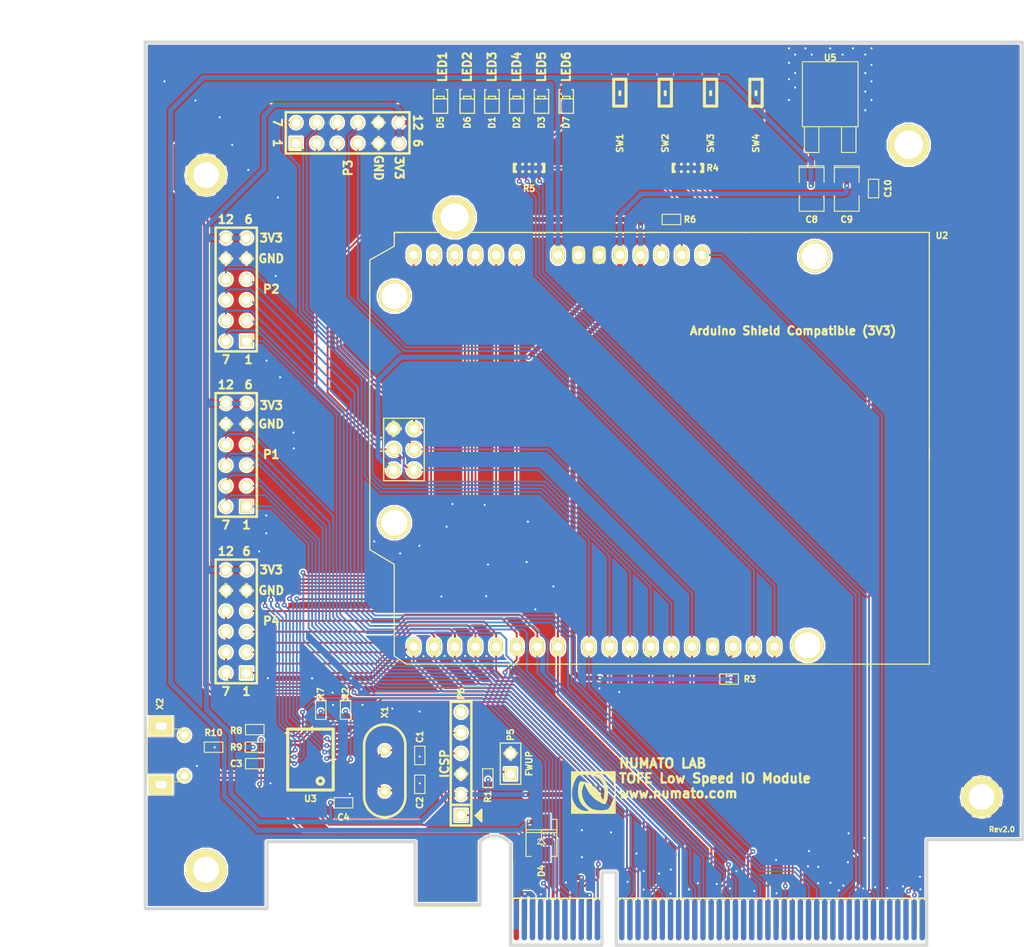
<source format=kicad_pcb>
(kicad_pcb (version 4) (host pcbnew 4.0.4+e1-6308~48~ubuntu14.04.1-stable)
  (title_block (title "TOFE Low Speed IO Expansion Board") (company "Numato Lab") (comment 1 http://www.numato.com) (comment 2 "License : CC BY-SA"))
  (layers (0 F.Cu signal) (31 B.Cu signal) (34 B.Paste user) (35 F.Paste user) (36 B.SilkS user) (37 F.SilkS user) (38 B.Mask user) (39 F.Mask user) (44 Edge.Cuts user))
  (net 0 "")
  (net 1 /12V)
  (net 2 /A0)
  (net 3 /A1)
  (net 4 /A2)
  (net 5 /A3)
  (net 6 /A4)
  (net 7 /A5)
  (net 8 /AREF)
  (net 9 /ATN)
  (net 10 /D0)
  (net 11 /D1)
  (net 12 /D10)
  (net 13 /D11)
  (net 14 /D12)
  (net 15 /D13)
  (net 16 /D14)
  (net 17 /D15)
  (net 18 /D2)
  (net 19 /D3)
  (net 20 /D4)
  (net 21 /D5)
  (net 22 /D6)
  (net 23 /D7)
  (net 24 /D8)
  (net 25 /D9)
  (net 26 /GND)
  (net 27 /GPIO0_N)
  (net 28 /GPIO0_P)
  (net 29 /GPIO1_N)
  (net 30 /GPIO1_P)
  (net 31 /GPIO2_N)
  (net 32 /GPIO2_P)
  (net 33 /GPIO3_N)
  (net 34 /GPIO3_P)
  (net 35 /GPIO4_N)
  (net 36 /GPIO4_P)
  (net 37 /GPIO5_N)
  (net 38 /GPIO5_P)
  (net 39 /GPIO6_N)
  (net 40 /GPIO6_P)
  (net 41 /GPIO7_N)
  (net 42 /GPIO7_P)
  (net 43 /LED1)
  (net 44 /LED2)
  (net 45 /LED3)
  (net 46 /LED4)
  (net 47 /PGC)
  (net 48 /PGD)
  (net 49 /RESET)
  (net 50 /RX)
  (net 51 /SCL)
  (net 52 /SDA)
  (net 53 /SW1)
  (net 54 /SW2)
  (net 55 /SW3)
  (net 56 /SW4)
  (net 57 /TX)
  (net 58 /VCC12V)
  (net 59 /VCC3V3)
  (net 60 /VCC5V)
  (net 61 /VPP)
  (net 62 "Net-(C1-Pad2)")
  (net 63 "Net-(C2-Pad2)")
  (net 64 "Net-(C3-Pad2)")
  (net 65 "Net-(D1-Pad1)")
  (net 66 "Net-(D2-Pad1)")
  (net 67 "Net-(D3-Pad1)")
  (net 68 "Net-(D5-Pad1)")
  (net 69 "Net-(D6-Pad1)")
  (net 70 "Net-(D7-Pad1)")
  (net 71 "Net-(P6-Pad6)")
  (net 72 "Net-(R2-Pad1)")
  (net 73 "Net-(R4-Pad2)")
  (net 74 "Net-(R4-Pad4)")
  (net 75 "Net-(R4-Pad6)")
  (net 76 "Net-(R4-Pad8)")
  (net 77 "Net-(R6-Pad1)")
  (net 78 "Net-(R7-Pad1)")
  (net 79 "Net-(R10-Pad1)")
  (net 80 "Net-(U1-PadB17)")
  (net 81 "Net-(U1-PadA1)")
  (net 82 "Net-(U1-PadA33)")
  (net 83 "Net-(U1-PadB31)")
  (net 84 "Net-(U1-PadB48)")
  (net 85 "Net-(X2-Pad4)")
  (module NumatoOpsis_PCIe_8X_HL_NW_123 (layer F.Cu) (at 144.23136 152.12568)
    (fp_text reference U1 hide)
    (fp_text value TOFE-8X hide)
    (pad "" thru_hole circle (at 36.883 -98.6) (size 5.08 5.08) (drill 3.5) (layers *.Cu *.Mask F.SilkS))
    (pad B18 connect circle (at 7.5496 -0.89876) (size 0.65024 0.65024) (layers F.Cu F.Mask) (net 26 /GND))
    (pad B1 connect rect (at -11.4496 -3.2) (size 0.65024 4.59994) (layers F.Cu F.Mask) (net 1 /12V))
    (pad B2 connect rect (at -10.44884 -3.2) (size 0.65024 4.59994) (layers F.Cu F.Mask) (net 1 /12V))
    (pad B3 connect rect (at -9.45062 -3.2) (size 0.65024 4.59994) (layers F.Cu F.Mask) (net 1 /12V))
    (pad B4 connect rect (at -8.44986 -3.2) (size 0.65024 4.59994) (layers F.Cu F.Mask) (net 26 /GND))
    (pad B5 connect rect (at -7.4491 -3.2) (size 0.65024 4.59994) (layers F.Cu F.Mask) (net 51 /SCL))
    (pad B6 connect rect (at -6.45088 -3.2) (size 0.65024 4.59994) (layers F.Cu F.Mask) (net 52 /SDA))
    (pad B7 connect rect (at -5.45012 -3.2) (size 0.65024 4.59994) (layers F.Cu F.Mask) (net 26 /GND))
    (pad B8 connect rect (at -4.44936 -3.2) (size 0.65024 4.59994) (layers F.Cu F.Mask) (net 59 /VCC3V3))
    (pad B9 connect rect (at -3.45114 -3.2) (size 0.65024 4.59994) (layers F.Cu F.Mask) (net 57 /TX))
    (pad B10 connect rect (at -2.45038 -3.2) (size 0.65024 4.59994) (layers F.Cu F.Mask) (net 59 /VCC3V3))
    (pad B11 connect rect (at -1.44962 -3.2) (size 0.65024 4.59994) (layers F.Cu F.Mask) (net 50 /RX))
    (pad B14 connect rect (at 3.5491 -3.2) (size 0.65024 4.59994) (layers F.Cu F.Mask) (net 11 /D1))
    (pad B15 connect rect (at 4.54986 -3.2) (size 0.65024 4.59994) (layers F.Cu F.Mask) (net 18 /D2))
    (pad B16 connect rect (at 5.55062 -3.2) (size 0.65024 4.59994) (layers F.Cu F.Mask) (net 26 /GND))
    (pad B17 connect rect (at 6.54884 -3.70038) (size 0.65024 3.59918) (layers F.Cu F.Mask) (net 80 "Net-(U1-PadB17)"))
    (pad B18 connect rect (at 7.5496 -3.2) (size 0.65024 4.59994) (layers F.Cu F.Mask) (net 26 /GND))
    (pad B12 connect rect (at 1.55012 -3.2) (size 0.65024 4.59994) (layers F.Cu F.Mask) (net 10 /D0))
    (pad B13 connect rect (at 2.55088 -3.2) (size 0.65024 4.59994) (layers F.Cu F.Mask) (net 26 /GND))
    (pad A1 connect rect (at -11.4496 -3.70038) (size 0.65024 3.59918) (layers B.Cu B.Mask) (net 81 "Net-(U1-PadA1)"))
    (pad A2 connect rect (at -10.44884 -3.2) (size 0.65024 4.59994) (layers B.Cu B.Mask) (net 1 /12V))
    (pad A3 connect rect (at -9.45062 -3.2) (size 0.65024 4.59994) (layers B.Cu B.Mask) (net 1 /12V))
    (pad A4 connect rect (at -8.44986 -3.2) (size 0.65024 4.59994) (layers B.Cu B.Mask) (net 26 /GND))
    (pad A5 connect rect (at -7.4491 -3.2) (size 0.65024 4.59994) (layers B.Cu B.Mask) (net 28 /GPIO0_P))
    (pad A6 connect rect (at -6.45088 -3.2) (size 0.65024 4.59994) (layers B.Cu B.Mask) (net 27 /GPIO0_N))
    (pad A7 connect rect (at -5.45012 -3.2) (size 0.65024 4.59994) (layers B.Cu B.Mask) (net 30 /GPIO1_P))
    (pad A8 connect rect (at -4.44936 -3.2) (size 0.65024 4.59994) (layers B.Cu B.Mask) (net 29 /GPIO1_N))
    (pad A9 connect rect (at -3.45114 -3.2) (size 0.65024 4.59994) (layers B.Cu B.Mask) (net 59 /VCC3V3))
    (pad A10 connect rect (at -2.45038 -3.2) (size 0.65024 4.59994) (layers B.Cu B.Mask) (net 59 /VCC3V3))
    (pad A11 connect rect (at -1.44962 -3.2) (size 0.65024 4.59994) (layers B.Cu B.Mask) (net 49 /RESET))
    (pad A14 connect rect (at 3.5491 -3.2) (size 0.65024 4.59994) (layers B.Cu B.Mask) (net 31 /GPIO2_N))
    (pad A15 connect rect (at 4.54986 -3.2) (size 0.65024 4.59994) (layers B.Cu B.Mask) (net 26 /GND))
    (pad A16 connect rect (at 5.55062 -3.2) (size 0.65024 4.59994) (layers B.Cu B.Mask) (net 34 /GPIO3_P))
    (pad A17 connect rect (at 6.54884 -3.2) (size 0.65024 4.59994) (layers B.Cu B.Mask) (net 33 /GPIO3_N))
    (pad A18 connect rect (at 7.55 -3.2) (size 0.65024 4.59994) (layers B.Cu B.Mask) (net 26 /GND))
    (pad A12 connect rect (at 1.55012 -3.2) (size 0.65024 4.59994) (layers B.Cu B.Mask) (net 26 /GND))
    (pad A13 connect rect (at 2.55088 -3.2) (size 0.65024 4.59994) (layers B.Cu B.Mask) (net 32 /GPIO2_P))
    (pad B3 connect circle (at -9.45062 -0.89876) (size 0.65024 0.65024) (layers F.Cu F.Mask) (net 1 /12V))
    (pad B4 connect circle (at -8.44986 -0.89876) (size 0.65024 0.65024) (layers F.Cu F.Mask) (net 26 /GND))
    (pad B5 connect circle (at -7.4491 -0.89876) (size 0.65024 0.65024) (layers F.Cu F.Mask) (net 51 /SCL))
    (pad B6 connect circle (at -6.45088 -0.89876) (size 0.65024 0.65024) (layers F.Cu F.Mask) (net 52 /SDA))
    (pad B7 connect circle (at -5.45012 -0.89876) (size 0.65024 0.65024) (layers F.Cu F.Mask) (net 26 /GND))
    (pad B8 connect circle (at -4.44936 -0.89876) (size 0.65024 0.65024) (layers F.Cu F.Mask) (net 59 /VCC3V3))
    (pad B9 connect circle (at -3.45114 -0.89876) (size 0.65024 0.65024) (layers F.Cu F.Mask) (net 57 /TX))
    (pad B10 connect circle (at -2.45038 -0.89876) (size 0.65024 0.65024) (layers F.Cu F.Mask) (net 59 /VCC3V3))
    (pad B11 connect circle (at -1.44962 -0.89876) (size 0.65024 0.65024) (layers F.Cu F.Mask) (net 50 /RX))
    (pad B1 connect circle (at -11.4496 -0.89876) (size 0.65024 0.65024) (layers F.Cu F.Mask) (net 1 /12V))
    (pad B12 connect circle (at 1.55012 -0.89876) (size 0.65024 0.65024) (layers F.Cu F.Mask) (net 10 /D0))
    (pad B13 connect circle (at 2.55088 -0.89876) (size 0.65024 0.65024) (layers F.Cu F.Mask) (net 26 /GND))
    (pad B14 connect circle (at 3.5491 -0.89876) (size 0.65024 0.65024) (layers F.Cu F.Mask) (net 11 /D1))
    (pad B15 connect circle (at 4.54986 -0.89876) (size 0.65024 0.65024) (layers F.Cu F.Mask) (net 18 /D2))
    (pad B16 connect circle (at 5.55062 -0.89876) (size 0.65024 0.65024) (layers F.Cu F.Mask) (net 26 /GND))
    (pad B2 connect circle (at -10.44884 -0.89876) (size 0.65024 0.65024) (layers F.Cu F.Mask) (net 1 /12V))
    (pad A4 connect oval (at -8.44986 -0.89876 90) (size 0.65024 0.65024) (layers B.Cu B.Mask) (net 26 /GND))
    (pad A5 connect oval (at -7.4491 -0.89876 90) (size 0.65024 0.65024) (layers B.Cu B.Mask) (net 28 /GPIO0_P))
    (pad A6 connect oval (at -6.45088 -0.89876 90) (size 0.65024 0.65024) (layers B.Cu B.Mask) (net 27 /GPIO0_N))
    (pad A7 connect oval (at -5.45012 -0.89876 90) (size 0.65024 0.65024) (layers B.Cu B.Mask) (net 30 /GPIO1_P))
    (pad A8 connect oval (at -4.44936 -0.89876 90) (size 0.65024 0.65024) (layers B.Cu B.Mask) (net 29 /GPIO1_N))
    (pad A9 connect oval (at -3.45114 -0.89876 90) (size 0.65024 0.65024) (layers B.Cu B.Mask) (net 59 /VCC3V3))
    (pad A10 connect oval (at -2.45038 -0.89876 90) (size 0.65024 0.65024) (layers B.Cu B.Mask) (net 59 /VCC3V3))
    (pad A14 connect oval (at 3.5491 -0.89876 90) (size 0.65024 0.65024) (layers B.Cu B.Mask) (net 31 /GPIO2_N))
    (pad A15 connect oval (at 4.54986 -0.89876 90) (size 0.65024 0.65024) (layers B.Cu B.Mask) (net 26 /GND))
    (pad A3 connect oval (at -9.45062 -0.89876 90) (size 0.65024 0.65024) (layers B.Cu B.Mask) (net 1 /12V))
    (pad A13 connect oval (at 2.55088 -0.89876 90) (size 0.65024 0.65024) (layers B.Cu B.Mask) (net 32 /GPIO2_P))
    (pad A16 connect oval (at 5.55062 -0.89876 90) (size 0.65024 0.65024) (layers B.Cu B.Mask) (net 34 /GPIO3_P))
    (pad A11 connect oval (at -1.44962 -0.89876 90) (size 0.65024 0.65024) (layers B.Cu B.Mask) (net 49 /RESET))
    (pad A12 connect oval (at 1.55012 -0.89876 90) (size 0.65024 0.65024) (layers B.Cu B.Mask) (net 26 /GND))
    (pad A17 connect oval (at 6.54884 -0.89876 90) (size 0.65024 0.65024) (layers B.Cu B.Mask) (net 33 /GPIO3_N))
    (pad A18 connect oval (at 7.5496 -0.89876 90) (size 0.65024 0.65024) (layers B.Cu B.Mask) (net 26 /GND))
    (pad A2 connect oval (at -10.44884 -0.89876 90) (size 0.65024 0.65024) (layers B.Cu B.Mask) (net 1 /12V))
    (pad B19 connect rect (at 8.55 -3.2) (size 0.65024 4.59994) (layers F.Cu F.Mask) (net 19 /D3))
    (pad A19 connect rect (at 8.55 -3.2) (size 0.65024 4.59994) (layers B.Cu B.Mask) (net 21 /D5))
    (pad A20 connect rect (at 9.55 -3.2) (size 0.65024 4.59994) (layers B.Cu B.Mask) (net 26 /GND))
    (pad A21 connect rect (at 10.55 -3.2) (size 0.65024 4.59994) (layers B.Cu B.Mask) (net 36 /GPIO4_P))
    (pad A22 connect rect (at 11.55 -3.2) (size 0.65024 4.59994) (layers B.Cu B.Mask) (net 35 /GPIO4_N))
    (pad A23 connect rect (at 12.55 -3.2) (size 0.65024 4.59994) (layers B.Cu B.Mask) (net 26 /GND))
    (pad A24 connect rect (at 13.55 -3.2) (size 0.65024 4.59994) (layers B.Cu B.Mask) (net 26 /GND))
    (pad A25 connect rect (at 14.55 -3.2) (size 0.65024 4.59994) (layers B.Cu B.Mask) (net 38 /GPIO5_P))
    (pad A26 connect rect (at 15.55 -3.2) (size 0.65024 4.59994) (layers B.Cu B.Mask) (net 37 /GPIO5_N))
    (pad A27 connect rect (at 16.55 -3.2) (size 0.65024 4.59994) (layers B.Cu B.Mask) (net 26 /GND))
    (pad A28 connect rect (at 17.55 -3.2) (size 0.65024 4.59994) (layers B.Cu B.Mask) (net 26 /GND))
    (pad A29 connect rect (at 18.55 -3.2) (size 0.65024 4.59994) (layers B.Cu B.Mask) (net 40 /GPIO6_P))
    (pad A30 connect rect (at 19.55 -3.2) (size 0.65024 4.59994) (layers B.Cu B.Mask) (net 39 /GPIO6_N))
    (pad A31 connect rect (at 20.55 -3.2) (size 0.65024 4.59994) (layers B.Cu B.Mask) (net 26 /GND))
    (pad A32 connect rect (at 21.55 -3.2) (size 0.65024 4.59994) (layers B.Cu B.Mask) (net 13 /D11))
    (pad A33 connect rect (at 22.55 -3.2) (size 0.65024 4.59994) (layers B.Cu B.Mask) (net 82 "Net-(U1-PadA33)"))
    (pad A34 connect rect (at 23.55 -3.2) (size 0.65024 4.59994) (layers B.Cu B.Mask) (net 26 /GND))
    (pad A35 connect rect (at 24.55 -3.2) (size 0.65024 4.59994) (layers B.Cu B.Mask) (net 42 /GPIO7_P))
    (pad A36 connect rect (at 25.55 -3.2) (size 0.65024 4.59994) (layers B.Cu B.Mask) (net 41 /GPIO7_N))
    (pad A37 connect rect (at 26.55 -3.2) (size 0.65024 4.59994) (layers B.Cu B.Mask) (net 26 /GND))
    (pad A38 connect rect (at 27.55 -3.2) (size 0.65024 4.59994) (layers B.Cu B.Mask) (net 26 /GND))
    (pad A39 connect rect (at 28.55 -3.2) (size 0.65024 4.59994) (layers B.Cu B.Mask) (net 43 /LED1))
    (pad A40 connect rect (at 29.55 -3.2) (size 0.65024 4.59994) (layers B.Cu B.Mask) (net 44 /LED2))
    (pad A41 connect rect (at 30.55 -3.2) (size 0.65024 4.59994) (layers B.Cu B.Mask) (net 26 /GND))
    (pad A42 connect rect (at 31.55 -3.2) (size 0.65024 4.59994) (layers B.Cu B.Mask) (net 26 /GND))
    (pad A43 connect rect (at 32.55 -3.2) (size 0.65024 4.59994) (layers B.Cu B.Mask) (net 46 /LED4))
    (pad A44 connect rect (at 33.55 -3.2) (size 0.65024 4.59994) (layers B.Cu B.Mask) (net 9 /ATN))
    (pad A45 connect rect (at 34.55 -3.2) (size 0.65024 4.59994) (layers B.Cu B.Mask) (net 26 /GND))
    (pad A46 connect rect (at 35.55 -3.2) (size 0.65024 4.59994) (layers B.Cu B.Mask) (net 26 /GND))
    (pad A47 connect rect (at 36.55 -3.2) (size 0.65024 4.59994) (layers B.Cu B.Mask) (net 55 /SW3))
    (pad A48 connect rect (at 37.55 -3.2) (size 0.65024 4.59994) (layers B.Cu B.Mask) (net 56 /SW4))
    (pad A49 connect rect (at 38.55 -3.2) (size 0.65024 4.59994) (layers B.Cu B.Mask) (net 26 /GND))
    (pad B20 connect rect (at 9.55 -3.2) (size 0.65024 4.59994) (layers F.Cu F.Mask) (net 20 /D4))
    (pad B21 connect rect (at 10.55 -3.2) (size 0.65024 4.59994) (layers F.Cu F.Mask) (net 26 /GND))
    (pad B22 connect rect (at 11.55 -3.2) (size 0.65024 4.59994) (layers F.Cu F.Mask) (net 26 /GND))
    (pad B23 connect rect (at 12.55 -3.2) (size 0.65024 4.59994) (layers F.Cu F.Mask) (net 23 /D7))
    (pad B24 connect rect (at 13.55 -3.2) (size 0.65024 4.59994) (layers F.Cu F.Mask) (net 22 /D6))
    (pad B25 connect rect (at 14.55 -3.2) (size 0.65024 4.59994) (layers F.Cu F.Mask) (net 26 /GND))
    (pad B26 connect rect (at 15.55 -3.2) (size 0.65024 4.59994) (layers F.Cu F.Mask) (net 26 /GND))
    (pad B27 connect rect (at 16.55 -3.2) (size 0.65024 4.59994) (layers F.Cu F.Mask) (net 25 /D9))
    (pad B28 connect rect (at 17.55 -3.2) (size 0.65024 4.59994) (layers F.Cu F.Mask) (net 24 /D8))
    (pad B29 connect rect (at 18.55 -3.2) (size 0.65024 4.59994) (layers F.Cu F.Mask) (net 26 /GND))
    (pad B30 connect rect (at 19.55 -3.2) (size 0.65024 4.59994) (layers F.Cu F.Mask) (net 12 /D10))
    (pad B31 connect rect (at 20.55 -3.7) (size 0.65024 3.59918) (layers F.Cu F.Mask) (net 83 "Net-(U1-PadB31)"))
    (pad B32 connect rect (at 21.55 -3.2) (size 0.65024 4.59994) (layers F.Cu F.Mask) (net 26 /GND))
    (pad B33 connect rect (at 22.55 -3.2) (size 0.65024 4.59994) (layers F.Cu F.Mask) (net 14 /D12))
    (pad B34 connect rect (at 23.55 -3.2) (size 0.65024 4.59994) (layers F.Cu F.Mask) (net 15 /D13))
    (pad B35 connect rect (at 24.55 -3.2) (size 0.65024 4.59994) (layers F.Cu F.Mask) (net 26 /GND))
    (pad B36 connect rect (at 25.55 -3.2) (size 0.65024 4.59994) (layers F.Cu F.Mask) (net 26 /GND))
    (pad B37 connect rect (at 26.55 -3.2) (size 0.65024 4.59994) (layers F.Cu F.Mask) (net 8 /AREF))
    (pad B38 connect rect (at 27.55 -3.2) (size 0.65024 4.59994) (layers F.Cu F.Mask) (net 16 /D14))
    (pad B39 connect rect (at 28.55 -3.2) (size 0.65024 4.59994) (layers F.Cu F.Mask) (net 26 /GND))
    (pad B40 connect rect (at 29.55 -3.2) (size 0.65024 4.59994) (layers F.Cu F.Mask) (net 26 /GND))
    (pad B41 connect rect (at 30.55 -3.2) (size 0.65024 4.59994) (layers F.Cu F.Mask) (net 17 /D15))
    (pad B42 connect rect (at 31.55 -3.2) (size 0.65024 4.59994) (layers F.Cu F.Mask) (net 45 /LED3))
    (pad B43 connect rect (at 32.55 -3.2) (size 0.65024 4.59994) (layers F.Cu F.Mask) (net 26 /GND))
    (pad B44 connect rect (at 33.55 -3.2) (size 0.65024 4.59994) (layers F.Cu F.Mask) (net 26 /GND))
    (pad B45 connect rect (at 34.55 -3.2) (size 0.65024 4.59994) (layers F.Cu F.Mask) (net 53 /SW1))
    (pad B46 connect rect (at 35.55 -3.2) (size 0.65024 4.59994) (layers F.Cu F.Mask) (net 54 /SW2))
    (pad B47 connect rect (at 36.55 -3.2) (size 0.65024 4.59994) (layers F.Cu F.Mask) (net 26 /GND))
    (pad B48 connect rect (at 37.55 -3.7) (size 0.65024 3.59918) (layers F.Cu F.Mask) (net 84 "Net-(U1-PadB48)"))
    (pad B49 connect rect (at 38.55 -3.2) (size 0.65024 4.59994) (layers F.Cu F.Mask) (net 26 /GND))
    (pad B19 connect oval (at 8.55 -0.89876) (size 0.65024 0.65024) (layers F.Cu F.Mask) (net 19 /D3))
    (pad B20 connect oval (at 9.55 -0.89876) (size 0.65024 0.65024) (layers F.Cu F.Mask) (net 20 /D4))
    (pad B21 connect oval (at 10.55 -0.89876) (size 0.65024 0.65024) (layers F.Cu F.Mask) (net 26 /GND))
    (pad B22 connect oval (at 11.55 -0.89876) (size 0.65024 0.65024) (layers F.Cu F.Mask) (net 26 /GND))
    (pad B23 connect oval (at 12.55 -0.89876) (size 0.65024 0.65024) (layers F.Cu F.Mask) (net 23 /D7))
    (pad B24 connect oval (at 13.55 -0.89876) (size 0.65024 0.65024) (layers F.Cu F.Mask) (net 22 /D6))
    (pad B25 connect oval (at 14.55 -0.89876) (size 0.65024 0.65024) (layers F.Cu F.Mask) (net 26 /GND))
    (pad B26 connect oval (at 15.55 -0.89876) (size 0.65024 0.65024) (layers F.Cu F.Mask) (net 26 /GND))
    (pad B44 connect oval (at 33.55 -0.89876) (size 0.65024 0.65024) (layers F.Cu F.Mask) (net 26 /GND))
    (pad B27 connect oval (at 16.55 -0.89876) (size 0.65024 0.65024) (layers F.Cu F.Mask) (net 25 /D9))
    (pad B28 connect oval (at 17.55 -0.89876) (size 0.65024 0.65024) (layers F.Cu F.Mask) (net 24 /D8))
    (pad B29 connect oval (at 18.55 -0.89876) (size 0.65024 0.65024) (layers F.Cu F.Mask) (net 26 /GND))
    (pad B30 connect oval (at 19.55 -0.89876) (size 0.65024 0.65024) (layers F.Cu F.Mask) (net 12 /D10))
    (pad B32 connect oval (at 21.55 -0.89876) (size 0.65024 0.65024) (layers F.Cu F.Mask) (net 26 /GND))
    (pad B33 connect oval (at 22.55 -0.89876) (size 0.65024 0.65024) (layers F.Cu F.Mask) (net 14 /D12))
    (pad B34 connect oval (at 23.55 -0.89876) (size 0.65024 0.65024) (layers F.Cu F.Mask) (net 15 /D13))
    (pad B35 connect oval (at 24.55 -0.89876) (size 0.65024 0.65024) (layers F.Cu F.Mask) (net 26 /GND))
    (pad B36 connect oval (at 25.55 -0.89876) (size 0.65024 0.65024) (layers F.Cu F.Mask) (net 26 /GND))
    (pad B45 connect oval (at 34.55 -0.89876) (size 0.65024 0.65024) (layers F.Cu F.Mask) (net 53 /SW1))
    (pad B37 connect oval (at 26.55 -0.89876) (size 0.65024 0.65024) (layers F.Cu F.Mask) (net 8 /AREF))
    (pad B38 connect oval (at 27.55 -0.89876) (size 0.65024 0.65024) (layers F.Cu F.Mask) (net 16 /D14))
    (pad B39 connect oval (at 28.55 -0.89876) (size 0.65024 0.65024) (layers F.Cu F.Mask) (net 26 /GND))
    (pad B40 connect oval (at 29.55 -0.89876) (size 0.65024 0.65024) (layers F.Cu F.Mask) (net 26 /GND))
    (pad B41 connect oval (at 30.55 -0.89876) (size 0.65024 0.65024) (layers F.Cu F.Mask) (net 17 /D15))
    (pad B42 connect oval (at 31.55 -0.89876) (size 0.65024 0.65024) (layers F.Cu F.Mask) (net 45 /LED3))
    (pad B43 connect oval (at 32.55 -0.89876) (size 0.65024 0.65024) (layers F.Cu F.Mask) (net 26 /GND))
    (pad B46 connect oval (at 35.55 -0.89876) (size 0.65024 0.65024) (layers F.Cu F.Mask) (net 54 /SW2))
    (pad B47 connect oval (at 36.55 -0.89876) (size 0.65024 0.65024) (layers F.Cu F.Mask) (net 26 /GND))
    (pad B49 connect oval (at 38.55 -0.89876) (size 0.65024 0.65024) (layers F.Cu F.Mask) (net 26 /GND))
    (pad A19 connect oval (at 8.55 -0.89876 90) (size 0.65024 0.65024) (layers B.Cu B.Mask) (net 21 /D5))
    (pad A20 connect oval (at 9.55 -0.89876 90) (size 0.65024 0.65024) (layers B.Cu B.Mask) (net 26 /GND))
    (pad A21 connect oval (at 10.55 -0.89876 90) (size 0.65024 0.65024) (layers B.Cu B.Mask) (net 36 /GPIO4_P))
    (pad A22 connect oval (at 11.55 -0.89876 90) (size 0.65024 0.65024) (layers B.Cu B.Mask) (net 35 /GPIO4_N))
    (pad A23 connect oval (at 12.55 -0.89876 90) (size 0.65024 0.65024) (layers B.Cu B.Mask) (net 26 /GND))
    (pad A24 connect oval (at 13.55 -0.89876 90) (size 0.65024 0.65024) (layers B.Cu B.Mask) (net 26 /GND))
    (pad A25 connect oval (at 14.55 -0.89876 90) (size 0.65024 0.65024) (layers B.Cu B.Mask) (net 38 /GPIO5_P))
    (pad A26 connect oval (at 15.55 -0.89876 90) (size 0.65024 0.65024) (layers B.Cu B.Mask) (net 37 /GPIO5_N))
    (pad A27 connect oval (at 16.55 -0.89876 90) (size 0.65024 0.65024) (layers B.Cu B.Mask) (net 26 /GND))
    (pad A28 connect oval (at 17.55 -0.89876 90) (size 0.65024 0.65024) (layers B.Cu B.Mask) (net 26 /GND))
    (pad A29 connect oval (at 18.55 -0.89876 90) (size 0.65024 0.65024) (layers B.Cu B.Mask) (net 40 /GPIO6_P))
    (pad A30 connect oval (at 19.55 -0.89876 90) (size 0.65024 0.65024) (layers B.Cu B.Mask) (net 39 /GPIO6_N))
    (pad A31 connect oval (at 20.55 -0.89876 90) (size 0.65024 0.65024) (layers B.Cu B.Mask) (net 26 /GND))
    (pad A32 connect oval (at 21.55 -0.89876 90) (size 0.65024 0.65024) (layers B.Cu B.Mask) (net 13 /D11))
    (pad A33 connect oval (at 22.55 -0.89876 90) (size 0.65024 0.65024) (layers B.Cu B.Mask) (net 82 "Net-(U1-PadA33)"))
    (pad A34 connect oval (at 23.55 -0.89876 90) (size 0.65024 0.65024) (layers B.Cu B.Mask) (net 26 /GND))
    (pad A35 connect oval (at 24.55 -0.89876 90) (size 0.65024 0.65024) (layers B.Cu B.Mask) (net 42 /GPIO7_P))
    (pad A36 connect oval (at 25.55 -0.89876 90) (size 0.65024 0.65024) (layers B.Cu B.Mask) (net 41 /GPIO7_N))
    (pad A37 connect oval (at 26.55 -0.89876 90) (size 0.65024 0.65024) (layers B.Cu B.Mask) (net 26 /GND))
    (pad A38 connect oval (at 27.55 -0.89876 90) (size 0.65024 0.65024) (layers B.Cu B.Mask) (net 26 /GND))
    (pad A39 connect oval (at 28.55 -0.89876 90) (size 0.65024 0.65024) (layers B.Cu B.Mask) (net 43 /LED1))
    (pad A40 connect oval (at 29.55 -0.89876 90) (size 0.65024 0.65024) (layers B.Cu B.Mask) (net 44 /LED2))
    (pad A41 connect oval (at 30.55 -0.89876 90) (size 0.65024 0.65024) (layers B.Cu B.Mask) (net 26 /GND))
    (pad A42 connect oval (at 31.55 -0.89876 90) (size 0.65024 0.65024) (layers B.Cu B.Mask) (net 26 /GND))
    (pad A43 connect oval (at 32.55 -0.89876 90) (size 0.65024 0.65024) (layers B.Cu B.Mask) (net 46 /LED4))
    (pad A44 connect oval (at 33.55 -0.89876 90) (size 0.65024 0.65024) (layers B.Cu B.Mask) (net 9 /ATN))
    (pad A45 connect oval (at 34.55 -0.89876 90) (size 0.65024 0.65024) (layers B.Cu B.Mask) (net 26 /GND))
    (pad A46 connect oval (at 35.55 -0.89876 90) (size 0.65024 0.65024) (layers B.Cu B.Mask) (net 26 /GND))
    (pad A47 connect oval (at 36.55 -0.89876 90) (size 0.65024 0.65024) (layers B.Cu B.Mask) (net 55 /SW3))
    (pad A48 connect oval (at 37.55 -0.89876 90) (size 0.65024 0.65024) (layers B.Cu B.Mask) (net 56 /SW4))
    (pad A49 connect oval (at 38.55 -0.89876 90) (size 0.65024 0.65024) (layers B.Cu B.Mask) (net 26 /GND))
    (pad "" thru_hole circle (at -19.021 -89.635) (size 5.08 5.08) (drill 3.5) (layers *.Cu *.Mask F.SilkS))
    (pad "" thru_hole circle (at -49.65 -9.25) (size 5.08 5.08) (drill 3.18) (layers *.Cu *.Mask F.SilkS))
  )
  (module SM0603 (layer F.Cu) (at 111.506 134.62 180)
    (fp_text reference C4 (at 0 -1.778 180) (layer F.SilkS) (effects (font (size 0.762 0.762) (thickness 0.1905))))
    (fp_text value 0.1uF hide)
    (pad 1 smd rect (at -0.762 0 180) (size 0.635 1.143) (layers F.Cu F.Paste F.Mask) (net 26 /GND))
    (pad 2 smd rect (at 0.762 0 180) (size 0.635 1.143) (layers F.Cu F.Paste F.Mask) (net 59 /VCC3V3))
  )
  (module SM0603 (layer F.Cu) (at 151.892 62.738 180)
    (fp_text reference R6 (at -2.286 0 180) (layer F.SilkS) (effects (font (size 0.762 0.762) (thickness 0.1905))))
    (fp_text value 10K hide)
    (pad 1 smd rect (at -0.762 0 180) (size 0.635 1.143) (layers F.Cu F.Paste F.Mask) (net 77 "Net-(R6-Pad1)"))
    (pad 2 smd rect (at 0.762 0 180) (size 0.635 1.143) (layers F.Cu F.Paste F.Mask) (net 59 /VCC3V3))
  )
  (module SM0603 (layer F.Cu) (at 159.004 119.38 180)
    (fp_text reference R3 (at -2.54 0 180) (layer F.SilkS) (effects (font (size 0.762 0.762) (thickness 0.1905))))
    (fp_text value 10K hide)
    (pad 1 smd rect (at -0.762 0 180) (size 0.635 1.143) (layers F.Cu F.Paste F.Mask) (net 59 /VCC3V3))
    (pad 2 smd rect (at 0.762 0 180) (size 0.635 1.143) (layers F.Cu F.Paste F.Mask) (net 8 /AREF))
  )
  (module SM1210L (layer F.Cu) (at 169.164 58.928 270)
    (fp_text reference C8 (at 3.81 0 360) (layer F.SilkS) (effects (font (size 0.762 0.762) (thickness 0.1905))))
    (fp_text value 100uF hide)
    (pad 1 smd rect (at -1.778 0 270) (size 1.778 2.794) (layers F.Cu F.Paste F.Mask) (net 58 /VCC12V))
    (pad 2 smd rect (at 1.778 0 270) (size 1.778 2.794) (layers F.Cu F.Paste F.Mask) (net 26 /GND))
  )
  (module SM1210L (layer F.Cu) (at 173.482 58.928 270)
    (fp_text reference C9 (at 3.81 0 360) (layer F.SilkS) (effects (font (size 0.762 0.762) (thickness 0.1905))))
    (fp_text value 100uF hide)
    (pad 1 smd rect (at -1.778 0 270) (size 1.778 2.794) (layers F.Cu F.Paste F.Mask) (net 60 /VCC5V))
    (pad 2 smd rect (at 1.778 0 270) (size 1.778 2.794) (layers F.Cu F.Paste F.Mask) (net 26 /GND))
  )
  (module SM0603 (layer F.Cu) (at 108.712 123.19 90)
    (fp_text reference R7 (at 2.032 0 90) (layer F.SilkS) (effects (font (size 0.762 0.762) (thickness 0.1905))))
    (fp_text value 10K hide)
    (pad 1 smd rect (at -0.762 0 90) (size 0.635 1.143) (layers F.Cu F.Paste F.Mask) (net 78 "Net-(R7-Pad1)"))
    (pad 2 smd rect (at 0.762 0 90) (size 0.635 1.143) (layers F.Cu F.Paste F.Mask) (net 69 "Net-(D6-Pad1)"))
  )
  (module SM0603 (layer F.Cu) (at 100.584 125.603 180)
    (fp_text reference R8 (at 2.286 -0.127 180) (layer F.SilkS) (effects (font (size 0.762 0.762) (thickness 0.1905))))
    (fp_text value 10K hide)
    (pad 1 smd rect (at -0.762 0 180) (size 0.635 1.143) (layers F.Cu F.Paste F.Mask) (net 51 /SCL))
    (pad 2 smd rect (at 0.762 0 180) (size 0.635 1.143) (layers F.Cu F.Paste F.Mask) (net 59 /VCC3V3))
  )
  (module SM0603 (layer F.Cu) (at 100.584 127.762 180)
    (fp_text reference R9 (at 2.286 0 180) (layer F.SilkS) (effects (font (size 0.762 0.762) (thickness 0.1905))))
    (fp_text value 10K hide)
    (pad 1 smd rect (at -0.762 0 180) (size 0.635 1.143) (layers F.Cu F.Paste F.Mask) (net 52 /SDA))
    (pad 2 smd rect (at 0.762 0 180) (size 0.635 1.143) (layers F.Cu F.Paste F.Mask) (net 59 /VCC3V3))
  )
  (module SM0603 (layer F.Cu) (at 176.784 58.928 270)
    (fp_text reference C10 (at 0 -1.778 270) (layer F.SilkS) (effects (font (size 0.762 0.762) (thickness 0.1905))))
    (fp_text value 0.1uF hide)
    (pad 1 smd rect (at -0.762 0 270) (size 0.635 1.143) (layers F.Cu F.Paste F.Mask) (net 60 /VCC5V))
    (pad 2 smd rect (at 0.762 0 270) (size 0.635 1.143) (layers F.Cu F.Paste F.Mask) (net 26 /GND))
  )
  (module DPAK2 (layer F.Cu) (at 171.45 52.832)
    (fp_text reference U5 (at 0 -10.033) (layer F.SilkS) (effects (font (size 0.762 0.762) (thickness 0.1905))))
    (fp_text value 7805_NW hide)
    (pad 1 smd rect (at -2.286 0) (size 1.651 3.048) (layers F.Cu F.Paste F.Mask) (net 58 /VCC12V))
    (pad 2 smd rect (at 0 -6.35) (size 6.096 6.096) (layers F.Cu F.Paste F.Mask) (net 26 /GND))
    (pad 3 smd rect (at 2.286 0) (size 1.651 3.048) (layers F.Cu F.Paste F.Mask) (net 60 /VCC5V))
  )
  (module SM0603 (layer F.Cu) (at 129.286 131.572 90)
    (fp_text reference R1 (at -2.286 0 90) (layer F.SilkS) (effects (font (size 0.762 0.762) (thickness 0.1905))))
    (fp_text value 10K hide)
    (pad 1 smd rect (at -0.762 0 90) (size 0.635 1.143) (layers F.Cu F.Paste F.Mask) (net 59 /VCC3V3))
    (pad 2 smd rect (at 0.762 0 90) (size 0.635 1.143) (layers F.Cu F.Paste F.Mask) (net 61 /VPP))
  )
  (module DO214 (layer F.Cu) (at 135.89 138.938 90)
    (fp_text reference D4 (at -4.064 0 90) (layer F.SilkS) (effects (font (size 0.762 0.762) (thickness 0.1905))))
    (fp_text value DIODE hide)
    (pad 1 smd rect (at -2.0066 0 90) (size 1.80086 2.19964) (layers F.Cu F.Paste F.Mask) (net 1 /12V))
    (pad 2 smd rect (at 2.0066 0 90) (size 1.80086 2.19964) (layers F.Cu F.Paste F.Mask) (net 58 /VCC12V))
  )
  (module SM0603 (layer F.Cu) (at 120.904 128.778 90)
    (fp_text reference C1 (at 2.286 0 90) (layer F.SilkS) (effects (font (size 0.762 0.762) (thickness 0.1905))))
    (fp_text value 22pF hide)
    (pad 1 smd rect (at -0.762 0 90) (size 0.635 1.143) (layers F.Cu F.Paste F.Mask) (net 26 /GND))
    (pad 2 smd rect (at 0.762 0 90) (size 0.635 1.143) (layers F.Cu F.Paste F.Mask) (net 62 "Net-(C1-Pad2)"))
  )
  (module SM0603 (layer F.Cu) (at 111.76 123.19 90)
    (fp_text reference R2 (at 2.032 0 90) (layer F.SilkS) (effects (font (size 0.762 0.762) (thickness 0.1905))))
    (fp_text value 10K hide)
    (pad 1 smd rect (at -0.762 0 90) (size 0.635 1.143) (layers F.Cu F.Paste F.Mask) (net 72 "Net-(R2-Pad1)"))
    (pad 2 smd rect (at 0.762 0 90) (size 0.635 1.143) (layers F.Cu F.Paste F.Mask) (net 68 "Net-(D5-Pad1)"))
  )
  (module SM0603 (layer F.Cu) (at 100.584 129.794)
    (fp_text reference C3 (at -2.286 0) (layer F.SilkS) (effects (font (size 0.762 0.762) (thickness 0.1905))))
    (fp_text value 0.1uF hide)
    (pad 1 smd rect (at -0.762 0) (size 0.635 1.143) (layers F.Cu F.Paste F.Mask) (net 26 /GND))
    (pad 2 smd rect (at 0.762 0) (size 0.635 1.143) (layers F.Cu F.Paste F.Mask) (net 64 "Net-(C3-Pad2)"))
  )
  (module SM0603 (layer F.Cu) (at 120.904 132.334 270)
    (fp_text reference C2 (at 2.286 0 270) (layer F.SilkS) (effects (font (size 0.762 0.762) (thickness 0.1905))))
    (fp_text value 22pF hide)
    (pad 1 smd rect (at -0.762 0 270) (size 0.635 1.143) (layers F.Cu F.Paste F.Mask) (net 26 /GND))
    (pad 2 smd rect (at 0.762 0 270) (size 0.635 1.143) (layers F.Cu F.Paste F.Mask) (net 63 "Net-(C2-Pad2)"))
  )
  (module PIN_ARRAY-6X1 (layer F.Cu) (at 125.984 129.794 90)
    (fp_text reference P6 (at 8.636 0 90) (layer F.SilkS) (effects (font (size 0.762 0.762) (thickness 0.1905))))
    (fp_text value CONN_6 hide)
    (pad 1 thru_hole rect (at -6.35 0 90) (size 1.524 1.524) (drill 1.016) (layers *.Cu *.Mask F.SilkS) (net 61 /VPP))
    (pad 2 thru_hole circle (at -3.81 0 90) (size 1.524 1.524) (drill 1.016) (layers *.Cu *.Mask F.SilkS) (net 59 /VCC3V3))
    (pad 3 thru_hole circle (at -1.27 0 90) (size 1.524 1.524) (drill 1.016) (layers *.Cu *.Mask F.SilkS) (net 26 /GND))
    (pad 4 thru_hole circle (at 1.27 0 90) (size 1.524 1.524) (drill 1.016) (layers *.Cu *.Mask F.SilkS) (net 48 /PGD))
    (pad 5 thru_hole circle (at 3.81 0 90) (size 1.524 1.524) (drill 1.016) (layers *.Cu *.Mask F.SilkS) (net 47 /PGC))
    (pad 6 thru_hole circle (at 6.35 0 90) (size 1.524 1.524) (drill 1.016) (layers *.Cu *.Mask F.SilkS) (net 71 "Net-(P6-Pad6)"))
  )
  (module HC-49V (layer F.Cu) (at 116.586 130.683 90)
    (fp_text reference X1 (at 7.239 0 90) (layer F.SilkS) (effects (font (size 0.762 0.762) (thickness 0.1905))))
    (fp_text value CRYSTAL hide)
    (pad 1 thru_hole circle (at -2.54 0 90) (size 1.4224 1.4224) (drill 0.762) (layers *.Cu *.Mask F.SilkS) (net 63 "Net-(C2-Pad2)"))
    (pad 2 thru_hole circle (at 2.54 0 90) (size 1.4224 1.4224) (drill 0.762) (layers *.Cu *.Mask F.SilkS) (net 62 "Net-(C1-Pad2)"))
  )
  (module PIN_ARRAY_2X1 (layer F.Cu) (at 132.08 129.794 90)
    (fp_text reference P5 (at 3.556 0 90) (layer F.SilkS) (effects (font (size 0.762 0.762) (thickness 0.1905))))
    (fp_text value CONN_2 hide)
    (pad 1 thru_hole rect (at -1.27 0 90) (size 1.524 1.524) (drill 1.016) (layers *.Cu *.Mask F.SilkS) (net 61 /VPP))
    (pad 2 thru_hole circle (at 1.27 0 90) (size 1.524 1.524) (drill 1.016) (layers *.Cu *.Mask F.SilkS) (net 26 /GND))
  )
  (module SM0603 (layer F.Cu) (at 95.504 127.762)
    (fp_text reference R10 (at 0 -1.778) (layer F.SilkS) (effects (font (size 0.762 0.762) (thickness 0.1905))))
    (fp_text value 100R hide)
    (pad 1 smd rect (at -0.762 0) (size 0.635 1.143) (layers F.Cu F.Paste F.Mask) (net 79 "Net-(R10-Pad1)"))
    (pad 2 smd rect (at 0.762 0) (size 0.635 1.143) (layers F.Cu F.Paste F.Mask) (net 26 /GND))
  )
  (module MICRO_USB_B (layer F.Cu) (at 88.646 128.778 270)
    (fp_text reference X2 (at -6.35 -0.254 270) (layer F.SilkS) (effects (font (size 0.762 0.762) (thickness 0.1905))))
    (fp_text value USBMICRO hide)
    (pad "" thru_hole rect (at -3.6 -0.4 270) (size 2.5 3) (drill oval 0.9 1.4) (layers *.Cu *.Mask F.SilkS) (clearance 0.01))
    (pad "" thru_hole rect (at 3.6 -0.4 270) (size 2.5 3) (drill oval 0.9 1.4) (layers *.Cu *.Mask F.SilkS) (clearance 0.01))
    (pad 3 smd rect (at 0 -3.275 270) (size 0.4 1.6) (layers F.Cu F.Paste F.Mask) (net 48 /PGD))
    (pad 4 smd rect (at 0.65 -3.275 270) (size 0.4 1.6) (layers F.Cu F.Paste F.Mask) (net 85 "Net-(X2-Pad4)"))
    (pad 2 smd rect (at -0.65 -3.275 270) (size 0.4 1.6) (layers F.Cu F.Paste F.Mask) (net 47 /PGC))
    (pad 5 smd rect (at 1.3 -3.275 270) (size 0.4 1.6) (layers F.Cu F.Paste F.Mask) (net 26 /GND))
    (pad 1 smd rect (at -1.3 -3.275 270) (size 0.4 1.6) (layers F.Cu F.Paste F.Mask) (net 79 "Net-(R10-Pad1)"))
    (pad "" thru_hole circle (at -2.5 -3.275 270) (size 1.55 1.55) (drill 0.85) (layers *.Cu *.Mask F.SilkS))
    (pad "" thru_hole circle (at 2.5 -3.275 270) (size 1.6 1.6) (drill 0.85) (layers *.Cu *.Mask F.SilkS))
  )
  (module MH-3.2MM (layer F.Cu) (at 190.09 133.9)
    (fp_text reference 1PIN hide)
    (fp_text value P*** hide)
    (pad "" thru_hole circle (at 0 0) (size 5.08 5.08) (drill 3.18) (layers *.Cu *.Mask F.SilkS) (net 26 /GND))
  )
  (module LOGO_BOTTOM (layer F.Cu) (at 142.24 133.35)
    (fp_text reference G*** hide)
    (fp_text value LOGO hide)
  )
  (module LED-0805-New (layer F.Cu) (at 138.938 47.752 90)
    (fp_text reference D7 (at -3.048 0 90) (layer F.SilkS) (effects (font (size 0.762 0.762) (thickness 0.1905))))
    (fp_text value LED hide)
    (pad 1 smd rect (at -1.04902 0 90) (size 1.19888 1.19888) (layers F.Cu F.Paste F.Mask) (net 70 "Net-(D7-Pad1)"))
    (pad 2 smd rect (at 1.04902 0 90) (size 1.19888 1.19888) (layers F.Cu F.Paste F.Mask) (net 26 /GND))
  )
  (module LED-0805-New (layer F.Cu) (at 135.89 47.752 90)
    (fp_text reference D3 (at -3.048 0 90) (layer F.SilkS) (effects (font (size 0.762 0.762) (thickness 0.1905))))
    (fp_text value LED hide)
    (pad 1 smd rect (at -1.04902 0 90) (size 1.19888 1.19888) (layers F.Cu F.Paste F.Mask) (net 67 "Net-(D3-Pad1)"))
    (pad 2 smd rect (at 1.04902 0 90) (size 1.19888 1.19888) (layers F.Cu F.Paste F.Mask) (net 26 /GND))
  )
  (module LED-0805-New (layer F.Cu) (at 132.842 47.752 90)
    (fp_text reference D2 (at -3.048 0 90) (layer F.SilkS) (effects (font (size 0.762 0.762) (thickness 0.1905))))
    (fp_text value LED hide)
    (pad 1 smd rect (at -1.04902 0 90) (size 1.19888 1.19888) (layers F.Cu F.Paste F.Mask) (net 66 "Net-(D2-Pad1)"))
    (pad 2 smd rect (at 1.04902 0 90) (size 1.19888 1.19888) (layers F.Cu F.Paste F.Mask) (net 26 /GND))
  )
  (module LED-0805-New (layer F.Cu) (at 129.794 47.752 90)
    (fp_text reference D1 (at -3.048 0 90) (layer F.SilkS) (effects (font (size 0.762 0.762) (thickness 0.1905))))
    (fp_text value LED hide)
    (pad 1 smd rect (at -1.04902 0 90) (size 1.19888 1.19888) (layers F.Cu F.Paste F.Mask) (net 65 "Net-(D1-Pad1)"))
    (pad 2 smd rect (at 1.04902 0 90) (size 1.19888 1.19888) (layers F.Cu F.Paste F.Mask) (net 26 /GND))
  )
  (module LED-0805-New (layer F.Cu) (at 123.444 47.752 90)
    (fp_text reference D5 (at -3.048 0 90) (layer F.SilkS) (effects (font (size 0.762 0.762) (thickness 0.1905))))
    (fp_text value LED hide)
    (pad 1 smd rect (at -1.04902 0 90) (size 1.19888 1.19888) (layers F.Cu F.Paste F.Mask) (net 68 "Net-(D5-Pad1)"))
    (pad 2 smd rect (at 1.04902 0 90) (size 1.19888 1.19888) (layers F.Cu F.Paste F.Mask) (net 26 /GND))
  )
  (module LED-0805-New (layer F.Cu) (at 126.746 47.752 90)
    (fp_text reference D6 (at -3.048 0 90) (layer F.SilkS) (effects (font (size 0.762 0.762) (thickness 0.1905))))
    (fp_text value LED hide)
    (pad 1 smd rect (at -1.04902 0 90) (size 1.19888 1.19888) (layers F.Cu F.Paste F.Mask) (net 69 "Net-(D6-Pad1)"))
    (pad 2 smd rect (at 1.04902 0 90) (size 1.19888 1.19888) (layers F.Cu F.Paste F.Mask) (net 26 /GND))
  )
  (module SSOP-20 (layer F.Cu) (at 107.442 129.286 90)
    (fp_text reference U3 (at -4.826 0 180) (layer F.SilkS) (effects (font (size 0.762 0.762) (thickness 0.1905))))
    (fp_text value PIC18F14K50 hide)
    (pad 1 smd rect (at -2.92608 3.4671 90) (size 0.4191 1.905) (layers F.Cu F.Paste F.Mask) (net 59 /VCC3V3))
    (pad 2 smd rect (at -2.2606 3.4671 90) (size 0.4191 1.905) (layers F.Cu F.Paste F.Mask) (net 63 "Net-(C2-Pad2)"))
    (pad 3 smd rect (at -1.6256 3.4671 90) (size 0.4191 1.905) (layers F.Cu F.Paste F.Mask) (net 62 "Net-(C1-Pad2)"))
    (pad 4 smd rect (at -0.9652 3.4671 90) (size 0.4191 1.905) (layers F.Cu F.Paste F.Mask) (net 61 /VPP))
    (pad 5 smd rect (at -0.32512 3.4671 90) (size 0.4191 1.905) (layers F.Cu F.Paste F.Mask) (net 72 "Net-(R2-Pad1)"))
    (pad 6 smd rect (at 0.32512 3.4671 90) (size 0.4191 1.905) (layers F.Cu F.Paste F.Mask) (net 78 "Net-(R7-Pad1)"))
    (pad 7 smd rect (at 0.97536 3.4671 90) (size 0.4191 1.905) (layers F.Cu F.Paste F.Mask) (net 4 /A2))
    (pad 8 smd rect (at 1.6256 3.4671 90) (size 0.4191 1.905) (layers F.Cu F.Paste F.Mask) (net 3 /A1))
    (pad 9 smd rect (at 2.27584 3.4671 90) (size 0.4191 1.905) (layers F.Cu F.Paste F.Mask) (net 2 /A0))
    (pad 10 smd rect (at 2.92608 3.4671 90) (size 0.4191 1.905) (layers F.Cu F.Paste F.Mask) (net 57 /TX))
    (pad 11 smd rect (at 2.92608 -3.4671 90) (size 0.4191 1.905) (layers F.Cu F.Paste F.Mask) (net 51 /SCL))
    (pad 12 smd rect (at 2.27584 -3.4671 90) (size 0.4191 1.905) (layers F.Cu F.Paste F.Mask) (net 50 /RX))
    (pad 13 smd rect (at 1.6256 -3.4671 90) (size 0.4191 1.905) (layers F.Cu F.Paste F.Mask) (net 52 /SDA))
    (pad 14 smd rect (at 0.9652 -3.4671 90) (size 0.4191 1.905) (layers F.Cu F.Paste F.Mask) (net 7 /A5))
    (pad 15 smd rect (at 0.32512 -3.4671 90) (size 0.4191 1.905) (layers F.Cu F.Paste F.Mask) (net 6 /A4))
    (pad 16 smd rect (at -0.32512 -3.4671 90) (size 0.4191 1.905) (layers F.Cu F.Paste F.Mask) (net 5 /A3))
    (pad 17 smd rect (at -0.97536 -3.4671 90) (size 0.4191 1.905) (layers F.Cu F.Paste F.Mask) (net 64 "Net-(C3-Pad2)"))
    (pad 18 smd rect (at -1.6256 -3.4671 90) (size 0.4191 1.905) (layers F.Cu F.Paste F.Mask) (net 47 /PGC))
    (pad 19 smd rect (at -2.27584 -3.4671 90) (size 0.4191 1.905) (layers F.Cu F.Paste F.Mask) (net 48 /PGD))
    (pad 20 smd rect (at -2.92608 -3.4671 90) (size 0.4191 1.905) (layers F.Cu F.Paste F.Mask) (net 26 /GND))
  )
  (module ARDUINO-UNO-R3_1_NEW (layer F.Cu) (at 149.352 90.932 180)
    (fp_text reference U2 (at -35.85972 26.21026 180) (layer F.SilkS) (effects (font (size 0.762 0.762) (thickness 0.1905))))
    (fp_text value AURD_COMM_SHIELD_ZERO_NEW hide)
    (pad 1 thru_hole oval (at -6.35 23.8125 180) (size 1.651 2.286) (drill 1.016) (layers *.Cu *.Mask F.SilkS) (net 9 /ATN))
    (pad 2 thru_hole oval (at -3.81 23.8125 180) (size 1.651 2.286) (drill 1.016) (layers *.Cu *.Mask F.SilkS) (net 77 "Net-(R6-Pad1)"))
    (pad 3 thru_hole oval (at -1.27 23.8125 180) (size 1.651 2.286) (drill 1.016) (layers *.Cu *.Mask F.SilkS) (net 49 /RESET))
    (pad 4 thru_hole oval (at 1.27 23.8125 180) (size 1.651 2.286) (drill 1.016) (layers *.Cu *.Mask F.SilkS) (net 59 /VCC3V3))
    (pad 5 thru_hole oval (at 3.81 23.8125 180) (size 1.651 2.286) (drill 1.016) (layers *.Cu *.Mask F.SilkS) (net 60 /VCC5V))
    (pad 6 thru_hole oval (at 6.35 23.8125 180) (size 1.651 2.286) (drill 1.016) (layers *.Cu *.Mask F.SilkS) (net 26 /GND))
    (pad 7 thru_hole oval (at 8.89 23.8125 180) (size 1.651 2.286) (drill 1.016) (layers *.Cu *.Mask F.SilkS) (net 26 /GND))
    (pad 8 thru_hole oval (at 11.43 23.8125 180) (size 1.651 2.286) (drill 1.016) (layers *.Cu *.Mask F.SilkS) (net 58 /VCC12V))
    (pad 9 thru_hole oval (at 16.51 23.8125 180) (size 1.651 2.286) (drill 1.016) (layers *.Cu *.Mask F.SilkS) (net 2 /A0))
    (pad 10 thru_hole oval (at 19.05 23.8125 180) (size 1.651 2.286) (drill 1.016) (layers *.Cu *.Mask F.SilkS) (net 3 /A1))
    (pad 11 thru_hole oval (at 21.59 23.8125 180) (size 1.651 2.286) (drill 1.016) (layers *.Cu *.Mask F.SilkS) (net 4 /A2))
    (pad 12 thru_hole oval (at 24.13 23.8125 180) (size 1.651 2.286) (drill 1.016) (layers *.Cu *.Mask F.SilkS) (net 5 /A3))
    (pad 13 thru_hole oval (at 26.67 23.8125 180) (size 1.651 2.286) (drill 1.016) (layers *.Cu *.Mask F.SilkS) (net 6 /A4))
    (pad 14 thru_hole oval (at 29.21 23.8125 180) (size 1.651 2.286) (drill 1.016) (layers *.Cu *.Mask F.SilkS) (net 7 /A5))
    (pad 15 thru_hole oval (at 29.21 -24.4475 180) (size 1.651 2.286) (drill 1.016) (layers *.Cu *.Mask F.SilkS) (net 10 /D0))
    (pad 16 thru_hole oval (at 26.67 -24.4475 180) (size 1.651 2.286) (drill 1.016) (layers *.Cu *.Mask F.SilkS) (net 11 /D1))
    (pad 17 thru_hole oval (at 24.13 -24.4475 180) (size 1.524 2.286) (drill 1.016) (layers *.Cu *.Mask F.SilkS) (net 18 /D2))
    (pad 18 thru_hole oval (at 21.59 -24.4475 180) (size 1.651 2.286) (drill 1.016) (layers *.Cu *.Mask F.SilkS) (net 19 /D3))
    (pad 19 thru_hole oval (at 19.05 -24.4475 180) (size 1.651 2.286) (drill 1.016) (layers *.Cu *.Mask F.SilkS) (net 20 /D4))
    (pad 20 thru_hole oval (at 16.51 -24.4475 180) (size 1.651 2.286) (drill 1.016) (layers *.Cu *.Mask F.SilkS) (net 21 /D5))
    (pad 21 thru_hole oval (at 13.97 -24.4475 180) (size 1.651 2.286) (drill 1.016) (layers *.Cu *.Mask F.SilkS) (net 22 /D6))
    (pad 22 thru_hole oval (at 11.43 -24.4475 180) (size 1.651 2.286) (drill 1.016) (layers *.Cu *.Mask F.SilkS) (net 23 /D7))
    (pad 23 thru_hole oval (at 7.62 -24.4475 180) (size 1.651 2.286) (drill 1.016) (layers *.Cu *.Mask F.SilkS) (net 24 /D8))
    (pad 24 thru_hole oval (at 5.08 -24.4475 180) (size 1.651 2.286) (drill 1.016) (layers *.Cu *.Mask F.SilkS) (net 25 /D9))
    (pad 25 thru_hole oval (at 2.54 -24.4475 180) (size 1.651 2.286) (drill 1.016) (layers *.Cu *.Mask F.SilkS) (net 12 /D10))
    (pad 26 thru_hole oval (at 0 -24.4475 180) (size 1.651 2.286) (drill 1.016) (layers *.Cu *.Mask F.SilkS) (net 13 /D11))
    (pad 27 thru_hole oval (at -2.54 -24.4475 180) (size 1.651 2.286) (drill 1.016) (layers *.Cu *.Mask F.SilkS) (net 14 /D12))
    (pad 28 thru_hole oval (at -5.08 -24.4475 180) (size 1.651 2.286) (drill 1.016) (layers *.Cu *.Mask F.SilkS) (net 15 /D13))
    (pad 29 thru_hole oval (at -7.62 -24.4475 180) (size 1.651 2.286) (drill 1.016) (layers *.Cu *.Mask F.SilkS) (net 26 /GND))
    (pad 30 thru_hole oval (at -10.16 -24.4475 180) (size 1.651 2.286) (drill 1.016) (layers *.Cu *.Mask F.SilkS) (net 8 /AREF))
    (pad 31 thru_hole oval (at -12.7 -24.4475 180) (size 1.651 2.286) (drill 1.016) (layers *.Cu *.Mask F.SilkS) (net 16 /D14))
    (pad 32 thru_hole oval (at -15.24 -24.4475 180) (size 1.651 2.286) (drill 1.016) (layers *.Cu *.Mask F.SilkS) (net 17 /D15))
    (pad "" thru_hole circle (at -19.30654 -24.28494 180) (size 4 4) (drill 3.2004) (layers *.Cu *.Mask F.SilkS))
    (pad "" thru_hole circle (at 31.5722 -9.17702 180) (size 4 4) (drill 3.2004) (layers *.Cu *.Mask F.SilkS))
    (pad "" thru_hole circle (at 31.5722 18.74266 180) (size 4 4) (drill 3.2004) (layers *.Cu *.Mask F.SilkS))
    (pad "" thru_hole circle (at -20.2057 23.6347 180) (size 4 4) (drill 3.2004) (layers *.Cu *.Mask F.SilkS))
    (pad P1 thru_hole circle (at 29.139 -2.6732 180) (size 1.778 1.778) (drill 1.016) (layers *.Cu *.Mask F.SilkS) (net 14 /D12))
    (pad P2 thru_hole circle (at 31.679 -2.6732 180) (size 1.778 1.778) (drill 1.016) (layers *.Cu *.Mask F.SilkS) (net 60 /VCC5V))
    (pad P3 thru_hole circle (at 29.139 -0.1332 180) (size 1.778 1.778) (drill 1.016) (layers *.Cu *.Mask F.SilkS) (net 15 /D13))
    (pad P4 thru_hole circle (at 31.679 -0.1332 180) (size 1.778 1.778) (drill 1.016) (layers *.Cu *.Mask F.SilkS) (net 13 /D11))
    (pad P5 thru_hole circle (at 29.139 2.4068 180) (size 1.778 1.778) (drill 1.016) (layers *.Cu *.Mask F.SilkS) (net 49 /RESET))
    (pad P6 thru_hole circle (at 31.679 2.4068 180) (size 1.778 1.778) (drill 1.016) (layers *.Cu *.Mask F.SilkS) (net 26 /GND))
  )
  (module RES_NET4 (layer F.Cu) (at 153.924 56.388 180)
    (fp_text reference R4 (at -3.048 0 180) (layer F.SilkS) (effects (font (size 0.762 0.762) (thickness 0.1905))))
    (fp_text value 680R hide)
    (pad 1 smd rect (at -1.19888 -0.79756 180) (size 0.508 0.9144) (layers F.Cu F.Paste F.Mask) (net 56 /SW4))
    (pad 2 smd rect (at -1.19888 0.79756 180) (size 0.508 0.9144) (layers F.Cu F.Paste F.Mask) (net 73 "Net-(R4-Pad2)"))
    (pad 3 smd rect (at -0.39878 -0.79756 180) (size 0.508 0.9144) (layers F.Cu F.Paste F.Mask) (net 55 /SW3))
    (pad 4 smd rect (at -0.39878 0.79756 180) (size 0.508 0.9144) (layers F.Cu F.Paste F.Mask) (net 74 "Net-(R4-Pad4)"))
    (pad 5 smd rect (at 0.39878 -0.79756 180) (size 0.508 0.9144) (layers F.Cu F.Paste F.Mask) (net 54 /SW2))
    (pad 6 smd rect (at 0.39878 0.79756 180) (size 0.508 0.9144) (layers F.Cu F.Paste F.Mask) (net 75 "Net-(R4-Pad6)"))
    (pad 7 smd rect (at 1.19888 -0.79756 180) (size 0.508 0.9144) (layers F.Cu F.Paste F.Mask) (net 53 /SW1))
    (pad 8 smd rect (at 1.19888 0.79756 180) (size 0.508 0.9144) (layers F.Cu F.Paste F.Mask) (net 76 "Net-(R4-Pad8)"))
  )
  (module RES_NET4 (layer F.Cu) (at 134.366 56.388 180)
    (fp_text reference R5 (at 0 -2.54 180) (layer F.SilkS) (effects (font (size 0.762 0.762) (thickness 0.1905))))
    (fp_text value 10K hide)
    (pad 1 smd rect (at -1.19888 -0.79756 180) (size 0.508 0.9144) (layers F.Cu F.Paste F.Mask) (net 46 /LED4))
    (pad 2 smd rect (at -1.19888 0.79756 180) (size 0.508 0.9144) (layers F.Cu F.Paste F.Mask) (net 70 "Net-(D7-Pad1)"))
    (pad 3 smd rect (at -0.39878 -0.79756 180) (size 0.508 0.9144) (layers F.Cu F.Paste F.Mask) (net 45 /LED3))
    (pad 4 smd rect (at -0.39878 0.79756 180) (size 0.508 0.9144) (layers F.Cu F.Paste F.Mask) (net 67 "Net-(D3-Pad1)"))
    (pad 5 smd rect (at 0.39878 -0.79756 180) (size 0.508 0.9144) (layers F.Cu F.Paste F.Mask) (net 44 /LED2))
    (pad 6 smd rect (at 0.39878 0.79756 180) (size 0.508 0.9144) (layers F.Cu F.Paste F.Mask) (net 66 "Net-(D2-Pad1)"))
    (pad 7 smd rect (at 1.19888 -0.79756 180) (size 0.508 0.9144) (layers F.Cu F.Paste F.Mask) (net 43 /LED1))
    (pad 8 smd rect (at 1.19888 0.79756 180) (size 0.508 0.9144) (layers F.Cu F.Paste F.Mask) (net 65 "Net-(D1-Pad1)"))
  )
  (module Switch_SMD_new (layer F.Cu) (at 162.306 47.244 90)
    (fp_text reference SW4 (at -6.096 0 90) (layer F.SilkS) (effects (font (size 0.762 0.762) (thickness 0.1905))))
    (fp_text value SW_PUSH hide)
    (pad 1 smd rect (at -3.048 0 90) (size 2.4892 1.905) (layers F.Cu F.Paste F.Mask) (net 73 "Net-(R4-Pad2)"))
    (pad 2 smd rect (at 3.31978 0 90) (size 2.4892 1.905) (layers F.Cu F.Paste F.Mask) (net 26 /GND))
  )
  (module Switch_SMD_new (layer F.Cu) (at 156.718 47.244 90)
    (fp_text reference SW3 (at -6.096 0 90) (layer F.SilkS) (effects (font (size 0.762 0.762) (thickness 0.1905))))
    (fp_text value SW_PUSH hide)
    (pad 1 smd rect (at -3.048 0 90) (size 2.4892 1.905) (layers F.Cu F.Paste F.Mask) (net 74 "Net-(R4-Pad4)"))
    (pad 2 smd rect (at 3.31978 0 90) (size 2.4892 1.905) (layers F.Cu F.Paste F.Mask) (net 26 /GND))
  )
  (module Switch_SMD_new (layer F.Cu) (at 151.13 47.244 90)
    (fp_text reference SW2 (at -6.096 0 90) (layer F.SilkS) (effects (font (size 0.762 0.762) (thickness 0.1905))))
    (fp_text value SW_PUSH hide)
    (pad 1 smd rect (at -3.048 0 90) (size 2.4892 1.905) (layers F.Cu F.Paste F.Mask) (net 75 "Net-(R4-Pad6)"))
    (pad 2 smd rect (at 3.31978 0 90) (size 2.4892 1.905) (layers F.Cu F.Paste F.Mask) (net 26 /GND))
  )
  (module Switch_SMD_new (layer F.Cu) (at 145.542 47.244 90)
    (fp_text reference SW1 (at -6.096 0 90) (layer F.SilkS) (effects (font (size 0.762 0.762) (thickness 0.1905))))
    (fp_text value SW_PUSH hide)
    (pad 1 smd rect (at -3.048 0 90) (size 2.4892 1.905) (layers F.Cu F.Paste F.Mask) (net 76 "Net-(R4-Pad8)"))
    (pad 2 smd rect (at 3.31978 0 90) (size 2.4892 1.905) (layers F.Cu F.Paste F.Mask) (net 26 /GND))
  )
  (module 1pin (layer F.Cu) (at 92.456 50.165)
    (fp_text reference 1PIN hide)
    (fp_text value P*** hide)
    (pad 0 thru_hole circle (at 2.12536 7.11068) (size 5.08 5.08) (drill 3.18) (layers *.Cu *.Mask F.SilkS) (net 26 /GND))
  )
  (module PMOD:pmod_pin_array_6x2 (layer F.Cu) (at 98.298 71.374 90)
    (fp_text reference P2 (at 0.056 4.318 180) (layer F.SilkS) (effects (font (size 1.016 1.016) (thickness 0.27432))))
    (fp_text value PMOD-CONN_6X2 hide)
    (pad 1 thru_hole rect (at -6.35 1.27 90) (size 1.524 1.524) (drill 1.016) (layers *.Cu *.Mask F.SilkS) (net 36 /GPIO4_P))
    (pad 7 thru_hole circle (at -6.35 -1.27 90) (size 1.524 1.524) (drill 1.016) (layers *.Cu *.Mask F.SilkS) (net 35 /GPIO4_N))
    (pad 2 thru_hole circle (at -3.81 1.27 90) (size 1.524 1.524) (drill 1.016) (layers *.Cu *.Mask F.SilkS) (net 38 /GPIO5_P))
    (pad 8 thru_hole circle (at -3.81 -1.27 90) (size 1.524 1.524) (drill 1.016) (layers *.Cu *.Mask F.SilkS) (net 37 /GPIO5_N))
    (pad 3 thru_hole circle (at -1.27 1.27 90) (size 1.524 1.524) (drill 1.016) (layers *.Cu *.Mask F.SilkS) (net 40 /GPIO6_P))
    (pad 9 thru_hole circle (at -1.27 -1.27 90) (size 1.524 1.524) (drill 1.016) (layers *.Cu *.Mask F.SilkS) (net 39 /GPIO6_N))
    (pad 4 thru_hole circle (at 1.27 1.27 90) (size 1.524 1.524) (drill 1.016) (layers *.Cu *.Mask F.SilkS) (net 42 /GPIO7_P))
    (pad 10 thru_hole circle (at 1.27 -1.27 90) (size 1.524 1.524) (drill 1.016) (layers *.Cu *.Mask F.SilkS) (net 41 /GPIO7_N))
    (pad 5 thru_hole circle (at 3.81 1.27 90) (size 1.524 1.524) (drill 1.016) (layers *.Cu *.Mask F.SilkS) (net 26 /GND))
    (pad 11 thru_hole circle (at 3.81 -1.27 90) (size 1.524 1.524) (drill 1.016) (layers *.Cu *.Mask F.SilkS) (net 26 /GND))
    (pad 6 thru_hole circle (at 6.35 1.27 90) (size 1.524 1.524) (drill 1.016) (layers *.Cu *.Mask F.SilkS) (net 59 /VCC3V3))
    (pad 12 thru_hole circle (at 6.35 -1.27 90) (size 1.524 1.524) (drill 1.016) (layers *.Cu *.Mask F.SilkS) (net 59 /VCC3V3))
  )
  (module PMOD:pmod_pin_array_6x2 (layer F.Cu) (at 98.298 112.268 90)
    (fp_text reference P4 (at 0.056 4.318 180) (layer F.SilkS) (effects (font (size 1.016 1.016) (thickness 0.27432))))
    (fp_text value PMOD-CONN_6X2 hide)
    (pad 1 thru_hole rect (at -6.35 1.27 90) (size 1.524 1.524) (drill 1.016) (layers *.Cu *.Mask F.SilkS) (net 11 /D1))
    (pad 7 thru_hole circle (at -6.35 -1.27 90) (size 1.524 1.524) (drill 1.016) (layers *.Cu *.Mask F.SilkS) (net 10 /D0))
    (pad 2 thru_hole circle (at -3.81 1.27 90) (size 1.524 1.524) (drill 1.016) (layers *.Cu *.Mask F.SilkS) (net 19 /D3))
    (pad 8 thru_hole circle (at -3.81 -1.27 90) (size 1.524 1.524) (drill 1.016) (layers *.Cu *.Mask F.SilkS) (net 18 /D2))
    (pad 3 thru_hole circle (at -1.27 1.27 90) (size 1.524 1.524) (drill 1.016) (layers *.Cu *.Mask F.SilkS) (net 21 /D5))
    (pad 9 thru_hole circle (at -1.27 -1.27 90) (size 1.524 1.524) (drill 1.016) (layers *.Cu *.Mask F.SilkS) (net 20 /D4))
    (pad 4 thru_hole circle (at 1.27 1.27 90) (size 1.524 1.524) (drill 1.016) (layers *.Cu *.Mask F.SilkS) (net 23 /D7))
    (pad 10 thru_hole circle (at 1.27 -1.27 90) (size 1.524 1.524) (drill 1.016) (layers *.Cu *.Mask F.SilkS) (net 22 /D6))
    (pad 5 thru_hole circle (at 3.81 1.27 90) (size 1.524 1.524) (drill 1.016) (layers *.Cu *.Mask F.SilkS) (net 26 /GND))
    (pad 11 thru_hole circle (at 3.81 -1.27 90) (size 1.524 1.524) (drill 1.016) (layers *.Cu *.Mask F.SilkS) (net 26 /GND))
    (pad 6 thru_hole circle (at 6.35 1.27 90) (size 1.524 1.524) (drill 1.016) (layers *.Cu *.Mask F.SilkS) (net 59 /VCC3V3))
    (pad 12 thru_hole circle (at 6.35 -1.27 90) (size 1.524 1.524) (drill 1.016) (layers *.Cu *.Mask F.SilkS) (net 59 /VCC3V3))
  )
  (module PMOD:pmod_pin_array_6x2 (layer F.Cu) (at 112.014 52.07)
    (fp_text reference P3 (at 0.056 4.318 90) (layer F.SilkS) (effects (font (size 1.016 1.016) (thickness 0.27432))))
    (fp_text value PMOD-CONN_6X2 hide)
    (pad 1 thru_hole rect (at -6.35 1.27) (size 1.524 1.524) (drill 1.016) (layers *.Cu *.Mask F.SilkS) (net 25 /D9))
    (pad 7 thru_hole circle (at -6.35 -1.27) (size 1.524 1.524) (drill 1.016) (layers *.Cu *.Mask F.SilkS) (net 24 /D8))
    (pad 2 thru_hole circle (at -3.81 1.27) (size 1.524 1.524) (drill 1.016) (layers *.Cu *.Mask F.SilkS) (net 13 /D11))
    (pad 8 thru_hole circle (at -3.81 -1.27) (size 1.524 1.524) (drill 1.016) (layers *.Cu *.Mask F.SilkS) (net 12 /D10))
    (pad 3 thru_hole circle (at -1.27 1.27) (size 1.524 1.524) (drill 1.016) (layers *.Cu *.Mask F.SilkS) (net 15 /D13))
    (pad 9 thru_hole circle (at -1.27 -1.27) (size 1.524 1.524) (drill 1.016) (layers *.Cu *.Mask F.SilkS) (net 14 /D12))
    (pad 4 thru_hole circle (at 1.27 1.27) (size 1.524 1.524) (drill 1.016) (layers *.Cu *.Mask F.SilkS) (net 17 /D15))
    (pad 10 thru_hole circle (at 1.27 -1.27) (size 1.524 1.524) (drill 1.016) (layers *.Cu *.Mask F.SilkS) (net 16 /D14))
    (pad 5 thru_hole circle (at 3.81 1.27) (size 1.524 1.524) (drill 1.016) (layers *.Cu *.Mask F.SilkS) (net 26 /GND))
    (pad 11 thru_hole circle (at 3.81 -1.27) (size 1.524 1.524) (drill 1.016) (layers *.Cu *.Mask F.SilkS) (net 26 /GND))
    (pad 6 thru_hole circle (at 6.35 1.27) (size 1.524 1.524) (drill 1.016) (layers *.Cu *.Mask F.SilkS) (net 59 /VCC3V3))
    (pad 12 thru_hole circle (at 6.35 -1.27) (size 1.524 1.524) (drill 1.016) (layers *.Cu *.Mask F.SilkS) (net 59 /VCC3V3))
  )
  (module PMOD:pmod_pin_array_6x2 (layer F.Cu) (at 98.298 91.75 90)
    (fp_text reference P1 (at 0.056 4.318 180) (layer F.SilkS) (effects (font (size 1.016 1.016) (thickness 0.27432))))
    (fp_text value PMOD-CONN_6X2 hide)
    (pad 1 thru_hole rect (at -6.35 1.27 90) (size 1.524 1.524) (drill 1.016) (layers *.Cu *.Mask F.SilkS) (net 28 /GPIO0_P))
    (pad 7 thru_hole circle (at -6.35 -1.27 90) (size 1.524 1.524) (drill 1.016) (layers *.Cu *.Mask F.SilkS) (net 27 /GPIO0_N))
    (pad 2 thru_hole circle (at -3.81 1.27 90) (size 1.524 1.524) (drill 1.016) (layers *.Cu *.Mask F.SilkS) (net 30 /GPIO1_P))
    (pad 8 thru_hole circle (at -3.81 -1.27 90) (size 1.524 1.524) (drill 1.016) (layers *.Cu *.Mask F.SilkS) (net 29 /GPIO1_N))
    (pad 3 thru_hole circle (at -1.27 1.27 90) (size 1.524 1.524) (drill 1.016) (layers *.Cu *.Mask F.SilkS) (net 32 /GPIO2_P))
    (pad 9 thru_hole circle (at -1.27 -1.27 90) (size 1.524 1.524) (drill 1.016) (layers *.Cu *.Mask F.SilkS) (net 31 /GPIO2_N))
    (pad 4 thru_hole circle (at 1.27 1.27 90) (size 1.524 1.524) (drill 1.016) (layers *.Cu *.Mask F.SilkS) (net 34 /GPIO3_P))
    (pad 10 thru_hole circle (at 1.27 -1.27 90) (size 1.524 1.524) (drill 1.016) (layers *.Cu *.Mask F.SilkS) (net 33 /GPIO3_N))
    (pad 5 thru_hole circle (at 3.81 1.27 90) (size 1.524 1.524) (drill 1.016) (layers *.Cu *.Mask F.SilkS) (net 26 /GND))
    (pad 11 thru_hole circle (at 3.81 -1.27 90) (size 1.524 1.524) (drill 1.016) (layers *.Cu *.Mask F.SilkS) (net 26 /GND))
    (pad 6 thru_hole circle (at 6.35 1.27 90) (size 1.524 1.524) (drill 1.016) (layers *.Cu *.Mask F.SilkS) (net 59 /VCC3V3))
    (pad 12 thru_hole circle (at 6.35 -1.27 90) (size 1.524 1.524) (drill 1.016) (layers *.Cu *.Mask F.SilkS) (net 59 /VCC3V3))
  )
  (gr_text LED6 (at 138.938 43.942 90) (layer F.SilkS) (effects (font (size 1.016 1.016) (thickness 0.254))))
  (gr_text LED5 (at 135.89 43.942 90) (layer F.SilkS) (effects (font (size 1.016 1.016) (thickness 0.254))))
  (gr_text LED4 (at 132.842 43.942 90) (layer F.SilkS) (effects (font (size 1.016 1.016) (thickness 0.254))))
  (gr_text LED3 (at 129.794 43.942 90) (layer F.SilkS) (effects (font (size 1.016 1.016) (thickness 0.254))))
  (gr_text LED2 (at 126.746 43.942 90) (layer F.SilkS) (effects (font (size 1.016 1.016) (thickness 0.254))))
  (gr_text LED1 (at 123.698 43.942 90) (layer F.SilkS) (effects (font (size 1.016 1.016) (thickness 0.254))))
  (gr_line (start 128.26492 136.69264) (end 128.51892 136.43864) (angle 90) (layer F.SilkS) (width 0.2))
  (gr_line (start 127.75692 136.18464) (end 128.01092 136.18464) (angle 90) (layer F.SilkS) (width 0.2))
  (gr_line (start 128.01092 136.18464) (end 128.26492 136.18464) (angle 90) (layer F.SilkS) (width 0.2))
  (gr_line (start 128.26492 136.43864) (end 128.51892 136.18464) (angle 90) (layer F.SilkS) (width 0.2))
  (gr_line (start 128.26492 136.18464) (end 128.26492 136.43864) (angle 90) (layer F.SilkS) (width 0.2))
  (gr_line (start 128.51892 135.93064) (end 128.26492 136.18464) (angle 90) (layer F.SilkS) (width 0.2))
  (gr_line (start 128.26492 136.18464) (end 128.51892 135.93064) (angle 90) (layer F.SilkS) (width 0.2))
  (gr_line (start 128.51892 136.69264) (end 128.01092 136.18464) (angle 90) (layer F.SilkS) (width 0.2))
  (gr_line (start 128.51892 135.67664) (end 128.51892 136.69264) (angle 90) (layer F.SilkS) (width 0.2))
  (gr_line (start 128.01092 136.18464) (end 128.51892 135.67664) (angle 90) (layer F.SilkS) (width 0.2))
  (gr_line (start 128.51892 135.42264) (end 127.75692 136.18464) (angle 90) (layer F.SilkS) (width 0.2))
  (gr_line (start 128.51892 136.94664) (end 128.51892 135.42264) (angle 90) (layer F.SilkS) (width 0.2))
  (gr_line (start 127.75692 136.18464) (end 128.51892 136.94664) (angle 90) (layer F.SilkS) (width 0.2))
  (gr_text FWUP (at 134.366 129.794 90) (layer F.SilkS) (effects (font (size 0.762 0.762) (thickness 0.1905))))
  (gr_text ICSP (at 123.952 129.794 90) (layer F.SilkS) (effects (font (size 1.016 1.016) (thickness 0.254))))
  (gr_text "Arduino Shield Compatible (3V3)" (at 166.878 76.454) (layer F.SilkS) (effects (font (size 1.016 1.016) (thickness 0.254))))
  (gr_line (start 183.34 139.15) (end 183.34 139.4) (angle 90) (layer Edge.Cuts) (width 0.381))
  (gr_line (start 195.09 139.15) (end 183.34 139.15) (angle 90) (layer Edge.Cuts) (width 0.381))
  (gr_line (start 195.09 138.65) (end 195.09 139.15) (angle 90) (layer Edge.Cuts) (width 0.381))
  (gr_line (start 195.09 40.9) (end 193.09 40.9) (angle 90) (layer Edge.Cuts) (width 0.381))
  (gr_line (start 195.09 138.9) (end 195.09 40.9) (angle 90) (layer Edge.Cuts) (width 0.381))
  (gr_line (start 87.09 40.9) (end 194.09 40.9) (angle 90) (layer Edge.Cuts) (width 0.381))
  (gr_text 1 (at 103.378 53.34 270) (layer F.SilkS) (effects (font (size 1.016 1.016) (thickness 0.254))))
  (gr_text 7 (at 103.378 50.8 270) (layer F.SilkS) (effects (font (size 1.016 1.016) (thickness 0.254))))
  (gr_text 6 (at 120.65 53.34 270) (layer F.SilkS) (effects (font (size 1.016 1.016) (thickness 0.254))))
  (gr_text 12 (at 120.65 50.8 270) (layer F.SilkS) (effects (font (size 1.016 1.016) (thickness 0.254))))
  (gr_text 3V3 (at 118.364 56.388 270) (layer F.SilkS) (effects (font (size 1.016 1.016) (thickness 0.254))))
  (gr_text GND (at 115.824 56.388 270) (layer F.SilkS) (effects (font (size 1.016 1.016) (thickness 0.254))))
  (gr_text GND (at 102.616 87.94) (layer F.SilkS) (effects (font (size 1.016 1.016) (thickness 0.254))))
  (gr_text GND (at 102.616 108.458) (layer F.SilkS) (effects (font (size 1.016 1.016) (thickness 0.254))))
  (gr_text GND (at 102.616 67.564) (layer F.SilkS) (effects (font (size 1.016 1.016) (thickness 0.254))))
  (gr_text 3V3 (at 102.616 85.654) (layer F.SilkS) (effects (font (size 1.016 1.016) (thickness 0.254))))
  (gr_text 3V3 (at 102.616 105.918) (layer F.SilkS) (effects (font (size 1.016 1.016) (thickness 0.254))))
  (gr_text 3V3 (at 102.616 65.024) (layer F.SilkS) (effects (font (size 1.016 1.016) (thickness 0.254))))
  (gr_text 12 (at 97.028 62.738) (layer F.SilkS) (effects (font (size 1.016 1.016) (thickness 0.254))))
  (gr_text 6 (at 99.822 62.738) (layer F.SilkS) (effects (font (size 1.016 1.016) (thickness 0.254))))
  (gr_text 12 (at 97.028 83.114) (layer F.SilkS) (effects (font (size 1.016 1.016) (thickness 0.254))))
  (gr_text 6 (at 99.822 83.114) (layer F.SilkS) (effects (font (size 1.016 1.016) (thickness 0.254))))
  (gr_text 7 (at 97.028 80.01) (layer F.SilkS) (effects (font (size 1.016 1.016) (thickness 0.254))))
  (gr_text 1 (at 99.822 80.01) (layer F.SilkS) (effects (font (size 1.016 1.016) (thickness 0.254))))
  (gr_text 7 (at 97.028 100.386) (layer F.SilkS) (effects (font (size 1.016 1.016) (thickness 0.254))))
  (gr_text 1 (at 99.568 100.386) (layer F.SilkS) (effects (font (size 1.016 1.016) (thickness 0.254))))
  (gr_text 12 (at 97.028 103.632) (layer F.SilkS) (effects (font (size 1.016 1.016) (thickness 0.254))))
  (gr_text 6 (at 99.568 103.632) (layer F.SilkS) (effects (font (size 1.016 1.016) (thickness 0.254))))
  (gr_text 7 (at 97.028 120.904) (layer F.SilkS) (effects (font (size 1.016 1.016) (thickness 0.254))))
  (gr_text 1 (at 99.568 120.904) (layer F.SilkS) (effects (font (size 1.016 1.016) (thickness 0.254))))
  (gr_text "NUMATO LAB\nTOFE Low Speed IO Module\nwww.numato.com" (at 145.29054 131.60248) (layer F.SilkS) (effects (font (size 1.143 1.143) (thickness 0.28575)) (justify left)))
  (gr_line (start 132.09 152.15) (end 132.09 151.9) (angle 90) (layer Edge.Cuts) (width 0.381))
  (gr_line (start 143.34 152.15) (end 132.09 152.15) (angle 90) (layer Edge.Cuts) (width 0.381))
  (gr_line (start 143.34 143.15) (end 143.34 152.15) (angle 90) (layer Edge.Cuts) (width 0.381))
  (gr_line (start 145.09 143.15) (end 143.34 143.15) (angle 90) (layer Edge.Cuts) (width 0.381))
  (gr_line (start 145.09 152.15) (end 145.09 143.15) (angle 90) (layer Edge.Cuts) (width 0.381))
  (gr_line (start 183.34 152.15) (end 145.09 152.15) (angle 90) (layer Edge.Cuts) (width 0.381))
  (gr_line (start 132.09 152.15) (end 132.09 151.4) (angle 90) (layer Edge.Cuts) (width 0.381))
  (gr_line (start 183.34 139.15) (end 183.34 152.15) (angle 90) (layer Edge.Cuts) (width 0.381))
  (gr_line (start 87.09 147.65) (end 87.09 40.9) (angle 90) (layer Edge.Cuts) (width 0.381))
  (gr_line (start 102.09 147.65) (end 87.09 147.65) (angle 90) (layer Edge.Cuts) (width 0.381))
  (gr_line (start 102.09 139.4) (end 102.09 147.65) (angle 90) (layer Edge.Cuts) (width 0.381))
  (gr_line (start 132.09 139.65) (end 131.84 139.4) (angle 90) (layer Edge.Cuts) (width 0.381))
  (gr_line (start 132.09 139.9) (end 132.09 139.65) (angle 90) (layer Edge.Cuts) (width 0.381))
  (gr_line (start 132.09 151.9) (end 132.09 139.9) (angle 90) (layer Edge.Cuts) (width 0.381))
  (gr_line (start 128.34 147.15) (end 128.34 139.4) (angle 90) (layer Edge.Cuts) (width 0.381))
  (gr_line (start 120.34 147.15) (end 128.34 147.15) (angle 90) (layer Edge.Cuts) (width 0.381))
  (gr_line (start 120.34 139.4) (end 120.34 147.15) (angle 90) (layer Edge.Cuts) (width 0.381))
  (gr_arc (start 130.09 141.15) (end 128.34 139.4) (angle 91) (layer Edge.Cuts) (width 0.381))
  (gr_line (start 102.09 139.4) (end 120.34 139.4) (angle 90) (layer Edge.Cuts) (width 0.381))
  (gr_text Rev2.0 (at 192.59 137.9) (layer F.SilkS) (effects (font (size 0.635 0.635) (thickness 0.15875))))
  (segment (start 133.78252 148.92568) (end 133.78252 145.87148) (width 0.4064) (layer F.Cu) (net 1))
  (segment (start 133.78252 145.87148) (end 133.83006 145.82394) (width 0.4064) (layer F.Cu) (net 1))
  (segment (start 132.78176 151.22692) (end 132.78176 148.92568) (width 0.2032) (layer F.Cu) (net 1))
  (segment (start 133.78252 151.22692) (end 133.78252 145.87148) (width 0.3048) (layer F.Cu) (net 1))
  (segment (start 133.78252 145.87148) (end 133.83006 145.82394) (width 0.2032) (layer F.Cu) (net 1))
  (segment (start 133.78252 151.22692) (end 133.78252 145.87148) (width 0.2032) (layer B.Cu) (net 1))
  (segment (start 133.78252 145.87148) (end 133.83006 145.82394) (width 0.2032) (layer B.Cu) (net 1))
  (segment (start 134.78074 151.22692) (end 134.78074 148.92568) (width 0.254) (layer F.Cu) (net 1))
  (segment (start 134.82138 151.17524) (end 134.82138 148.874) (width 0.254) (layer B.Cu) (net 1))
  (segment (start 132.8224 145.16862) (end 132.8224 145.17442) (width 0.6096) (layer F.Cu) (net 1))
  (segment (start 132.8224 145.17442) (end 133.47192 145.82394) (width 0.6096) (layer F.Cu) (net 1))
  (segment (start 132.8224 148.874) (end 132.8224 145.16862) (width 0.6096) (layer F.Cu) (net 1))
  (segment (start 132.8224 145.16862) (end 132.8224 142.2215) (width 0.6096) (layer F.Cu) (net 1))
  (segment (start 134.0993 140.9446) (end 135.89 140.9446) (width 0.6096) (layer F.Cu) (net 1))
  (segment (start 132.8224 142.2215) (end 134.0993 140.9446) (width 0.6096) (layer F.Cu) (net 1))
  (segment (start 134.82138 148.874) (end 134.82138 146.16756) (width 0.6096) (layer B.Cu) (net 1))
  (segment (start 134.47776 145.82394) (end 133.83006 145.82394) (width 0.6096) (layer B.Cu) (net 1))
  (segment (start 134.82138 146.16756) (end 134.47776 145.82394) (width 0.6096) (layer B.Cu) (net 1))
  (segment (start 134.82138 148.874) (end 134.82138 146.07612) (width 0.6096) (layer F.Cu) (net 1))
  (segment (start 134.5692 145.82394) (end 133.83006 145.82394) (width 0.6096) (layer F.Cu) (net 1))
  (segment (start 134.82138 146.07612) (end 134.5692 145.82394) (width 0.6096) (layer F.Cu) (net 1))
  (segment (start 132.8224 148.874) (end 132.8224 146.28296) (width 0.6096) (layer F.Cu) (net 1))
  (segment (start 132.8224 146.28296) (end 133.28142 145.82394) (width 0.6096) (layer F.Cu) (net 1))
  (segment (start 133.28142 145.82394) (end 133.47192 145.82394) (width 0.6096) (layer F.Cu) (net 1))
  (segment (start 133.47192 145.82394) (end 133.83006 145.82394) (width 0.6096) (layer F.Cu) (net 1))
  (segment (start 133.82316 145.83084) (end 133.83006 145.82394) (width 0.6096) (layer B.Cu) (net 1))
  (segment (start 133.82316 148.874) (end 133.82316 145.83084) (width 0.6096) (layer B.Cu) (net 1))
  (via (at 133.83006 145.82394) (size 0.6096) (drill 0.254) (layers F.Cu B.Cu) (net 1))
  (segment (start 106.86796 109.52988) (end 105.82656 109.52988) (width 0.2286) (layer F.Cu) (net 2))
  (segment (start 105.752904 109.471456) (end 105.752904 110.2614) (width 0.2286) (layer B.Cu) (net 2))
  (segment (start 105.76052 109.46384) (end 105.752904 109.471456) (width 0.2286) (layer B.Cu) (net 2))
  (via (at 105.76052 109.46384) (size 0.6096) (drill 0.254) (layers F.Cu B.Cu) (net 2))
  (segment (start 105.82656 109.52988) (end 105.76052 109.46384) (width 0.2286) (layer F.Cu) (net 2))
  (segment (start 109.474 126.73584) (end 108.80598 126.73584) (width 0.2286) (layer B.Cu) (net 2))
  (segment (start 105.752904 122.84964) (end 105.752904 110.2614) (width 0.2286) (layer B.Cu) (net 2))
  (segment (start 105.752904 123.682764) (end 106.86923 124.79909) (width 0.2286) (layer B.Cu) (net 2))
  (segment (start 105.752904 122.84964) (end 105.752904 123.682764) (width 0.2286) (layer B.Cu) (net 2))
  (segment (start 108.80598 126.73584) (end 106.86923 124.79909) (width 0.2286) (layer B.Cu) (net 2))
  (segment (start 110.9091 127.01016) (end 109.74832 127.01016) (width 0.2286) (layer F.Cu) (net 2))
  (via (at 109.474 126.73584) (size 0.6096) (drill 0.254) (layers F.Cu B.Cu) (net 2))
  (segment (start 109.74832 127.01016) (end 109.474 126.73584) (width 0.2286) (layer F.Cu) (net 2))
  (segment (start 106.86796 109.52988) (end 120.09396 109.52988) (width 0.2286) (layer F.Cu) (net 2))
  (segment (start 132.84454 80.77962) (end 132.842 80.77962) (width 0.2286) (layer F.Cu) (net 2))
  (segment (start 132.84454 96.7793) (end 132.84454 80.77962) (width 0.2286) (layer F.Cu) (net 2))
  (segment (start 120.09396 109.52988) (end 132.84454 96.7793) (width 0.2286) (layer F.Cu) (net 2))
  (segment (start 132.842 80.77962) (end 132.842 67.1195) (width 0.2286) (layer F.Cu) (net 2))
  (segment (start 105.321102 122.38482) (end 105.321102 123.861622) (width 0.2286) (layer B.Cu) (net 3))
  (segment (start 105.321102 123.861622) (end 109.01828 127.5588) (width 0.2286) (layer B.Cu) (net 3))
  (segment (start 109.54766 127.6604) (end 109.44606 127.5588) (width 0.2286) (layer F.Cu) (net 3))
  (via (at 109.44606 127.5588) (size 0.6096) (drill 0.254) (layers F.Cu B.Cu) (net 3))
  (segment (start 110.9091 127.6604) (end 109.54766 127.6604) (width 0.2286) (layer F.Cu) (net 3))
  (segment (start 109.01828 127.5588) (end 109.44606 127.5588) (width 0.2286) (layer B.Cu) (net 3))
  (segment (start 104.86644 109.46892) (end 104.86644 109.387644) (width 0.2286) (layer F.Cu) (net 3))
  (segment (start 105.321102 122.38482) (end 105.321102 109.923582) (width 0.2286) (layer B.Cu) (net 3))
  (segment (start 105.321102 109.923582) (end 104.86644 109.46892) (width 0.2286) (layer B.Cu) (net 3))
  (via (at 104.86644 109.46892) (size 0.6096) (drill 0.254) (layers F.Cu B.Cu) (net 3))
  (segment (start 130.302 98.71118) (end 130.302 94.6912) (width 0.2286) (layer F.Cu) (net 3))
  (segment (start 120.197036 108.816144) (end 130.302 98.71118) (width 0.2286) (layer F.Cu) (net 3))
  (segment (start 105.43794 108.816144) (end 120.197036 108.816144) (width 0.2286) (layer F.Cu) (net 3))
  (segment (start 104.86644 109.387644) (end 105.43794 108.816144) (width 0.2286) (layer F.Cu) (net 3))
  (segment (start 130.302 94.6912) (end 130.302 67.1195) (width 0.2286) (layer F.Cu) (net 3))
  (segment (start 104.8893 122.55246) (end 104.8893 124.04048) (width 0.2286) (layer B.Cu) (net 4))
  (segment (start 109.25048 128.31064) (end 109.1946 128.36652) (width 0.2286) (layer F.Cu) (net 4))
  (via (at 109.1946 128.36652) (size 0.6096) (drill 0.254) (layers F.Cu B.Cu) (net 4))
  (segment (start 109.25048 128.31064) (end 110.9091 128.31064) (width 0.2286) (layer F.Cu) (net 4))
  (segment (start 109.1946 128.34578) (end 109.1946 128.36652) (width 0.2286) (layer B.Cu) (net 4))
  (segment (start 104.8893 124.04048) (end 109.1946 128.34578) (width 0.2286) (layer B.Cu) (net 4))
  (segment (start 104.21112 110.24616) (end 104.21112 108.841542) (width 0.2286) (layer F.Cu) (net 4))
  (segment (start 127.762 100.64052) (end 127.762 98.99904) (width 0.2286) (layer F.Cu) (net 4))
  (segment (start 120.018178 108.384342) (end 127.762 100.64052) (width 0.2286) (layer F.Cu) (net 4))
  (segment (start 104.66832 108.384342) (end 120.018178 108.384342) (width 0.2286) (layer F.Cu) (net 4))
  (segment (start 104.21112 108.841542) (end 104.66832 108.384342) (width 0.2286) (layer F.Cu) (net 4))
  (segment (start 104.8893 122.55246) (end 104.8893 110.92434) (width 0.2286) (layer B.Cu) (net 4))
  (segment (start 104.8893 110.92434) (end 104.21112 110.24616) (width 0.2286) (layer B.Cu) (net 4))
  (via (at 104.21112 110.24616) (size 0.6096) (drill 0.254) (layers F.Cu B.Cu) (net 4))
  (segment (start 127.762 98.99904) (end 127.762 67.1195) (width 0.2286) (layer F.Cu) (net 4))
  (segment (start 106.624122 128.29794) (end 106.624122 126.697322) (width 0.2286) (layer B.Cu) (net 5))
  (segment (start 103.35768 110.30712) (end 103.35768 110.27156) (width 0.2286) (layer B.Cu) (net 5))
  (segment (start 104.457498 111.406938) (end 103.35768 110.30712) (width 0.2286) (layer B.Cu) (net 5))
  (segment (start 104.457498 124.530698) (end 104.457498 111.406938) (width 0.2286) (layer B.Cu) (net 5))
  (segment (start 106.624122 126.697322) (end 104.457498 124.530698) (width 0.2286) (layer B.Cu) (net 5))
  (segment (start 105.46842 129.79654) (end 105.6513 129.79654) (width 0.2286) (layer B.Cu) (net 5))
  (segment (start 106.624122 128.823718) (end 106.624122 128.29794) (width 0.2286) (layer B.Cu) (net 5))
  (segment (start 105.6513 129.79654) (end 106.624122 128.823718) (width 0.2286) (layer B.Cu) (net 5))
  (segment (start 103.35768 110.27156) (end 103.35768 108.551984) (width 0.2286) (layer F.Cu) (net 5))
  (segment (start 127.330198 100.461662) (end 127.330198 99.1616) (width 0.2286) (layer F.Cu) (net 5))
  (segment (start 119.83932 107.95254) (end 127.330198 100.461662) (width 0.2286) (layer F.Cu) (net 5))
  (segment (start 103.957124 107.95254) (end 119.83932 107.95254) (width 0.2286) (layer F.Cu) (net 5))
  (segment (start 103.35768 108.551984) (end 103.957124 107.95254) (width 0.2286) (layer F.Cu) (net 5))
  (via (at 103.35768 110.27156) (size 0.6096) (drill 0.254) (layers F.Cu B.Cu) (net 5))
  (segment (start 125.222 70.0024) (end 125.222 67.1195) (width 0.2286) (layer F.Cu) (net 5))
  (segment (start 127.330198 72.110598) (end 125.222 70.0024) (width 0.2286) (layer F.Cu) (net 5))
  (segment (start 127.330198 99.1616) (end 127.330198 72.110598) (width 0.2286) (layer F.Cu) (net 5))
  (segment (start 105.283 129.61112) (end 105.46842 129.79654) (width 0.2286) (layer F.Cu) (net 5))
  (via (at 105.46842 129.79654) (size 0.6096) (drill 0.254) (layers F.Cu B.Cu) (net 5))
  (segment (start 103.9749 129.61112) (end 105.283 129.61112) (width 0.2286) (layer F.Cu) (net 5))
  (segment (start 106.19232 127.80772) (end 106.19232 126.87618) (width 0.2286) (layer B.Cu) (net 6))
  (segment (start 102.57282 110.39094) (end 102.57282 109.6137) (width 0.2286) (layer B.Cu) (net 6))
  (segment (start 104.025696 111.843816) (end 102.57282 110.39094) (width 0.2286) (layer B.Cu) (net 6))
  (segment (start 104.025696 124.709556) (end 104.025696 111.843816) (width 0.2286) (layer B.Cu) (net 6))
  (segment (start 106.19232 126.87618) (end 104.025696 124.709556) (width 0.2286) (layer B.Cu) (net 6))
  (segment (start 106.19232 128.56972) (end 105.79354 128.9685) (width 0.2286) (layer B.Cu) (net 6))
  (segment (start 106.19232 127.80772) (end 106.19232 128.56972) (width 0.2286) (layer B.Cu) (net 6))
  (segment (start 105.45318 128.9685) (end 105.79354 128.9685) (width 0.2286) (layer B.Cu) (net 6))
  (segment (start 105.44556 128.96088) (end 105.45318 128.9685) (width 0.2286) (layer F.Cu) (net 6))
  (via (at 105.45318 128.9685) (size 0.6096) (drill 0.254) (layers F.Cu B.Cu) (net 6))
  (segment (start 103.9749 128.96088) (end 105.44556 128.96088) (width 0.2286) (layer F.Cu) (net 6))
  (segment (start 102.57282 109.6137) (end 102.57282 108.3219) (width 0.2286) (layer F.Cu) (net 6))
  (segment (start 126.898396 100.282804) (end 126.898396 98.56216) (width 0.2286) (layer F.Cu) (net 6))
  (segment (start 119.662998 107.518202) (end 126.898396 100.282804) (width 0.2286) (layer F.Cu) (net 6))
  (segment (start 103.376518 107.518202) (end 119.662998 107.518202) (width 0.2286) (layer F.Cu) (net 6))
  (segment (start 102.57282 108.3219) (end 103.376518 107.518202) (width 0.2286) (layer F.Cu) (net 6))
  (segment (start 122.682 69.1642) (end 122.682 67.1195) (width 0.2286) (layer F.Cu) (net 6))
  (segment (start 126.898396 73.380596) (end 122.682 69.1642) (width 0.2286) (layer F.Cu) (net 6))
  (segment (start 126.898396 98.56216) (end 126.898396 73.380596) (width 0.2286) (layer F.Cu) (net 6))
  (via (at 102.57282 109.6137) (size 0.6096) (drill 0.254) (layers F.Cu B.Cu) (net 6))
  (segment (start 105.55224 128.09982) (end 105.55224 126.84676) (width 0.2286) (layer B.Cu) (net 7))
  (segment (start 101.9139 110.34268) (end 101.83368 110.34268) (width 0.2286) (layer B.Cu) (net 7))
  (segment (start 103.593894 112.022674) (end 101.9139 110.34268) (width 0.2286) (layer B.Cu) (net 7))
  (segment (start 103.593894 124.888414) (end 103.593894 112.022674) (width 0.2286) (layer B.Cu) (net 7))
  (segment (start 105.55224 126.84676) (end 103.593894 124.888414) (width 0.2286) (layer B.Cu) (net 7))
  (segment (start 103.9749 128.3208) (end 105.33126 128.3208) (width 0.2286) (layer F.Cu) (net 7))
  (via (at 105.55224 128.09982) (size 0.6096) (drill 0.254) (layers F.Cu B.Cu) (net 7))
  (segment (start 105.33126 128.3208) (end 105.55224 128.09982) (width 0.2286) (layer F.Cu) (net 7))
  (segment (start 101.83368 110.34268) (end 101.83368 108.45038) (width 0.2286) (layer F.Cu) (net 7))
  (segment (start 126.466594 100.103946) (end 126.466594 76.296514) (width 0.2286) (layer F.Cu) (net 7))
  (segment (start 119.48414 107.0864) (end 126.466594 100.103946) (width 0.2286) (layer F.Cu) (net 7))
  (segment (start 103.19766 107.0864) (end 119.48414 107.0864) (width 0.2286) (layer F.Cu) (net 7))
  (segment (start 101.83368 108.45038) (end 103.19766 107.0864) (width 0.2286) (layer F.Cu) (net 7))
  (via (at 101.83368 110.34268) (size 0.6096) (drill 0.254) (layers F.Cu B.Cu) (net 7))
  (segment (start 120.142 69.97192) (end 120.142 67.1195) (width 0.2286) (layer F.Cu) (net 7))
  (segment (start 126.466594 76.296514) (end 120.142 69.97192) (width 0.2286) (layer F.Cu) (net 7))
  (segment (start 170.78136 151.22692) (end 170.78136 148.92568) (width 0.254) (layer F.Cu) (net 8))
  (segment (start 158.242 119.38) (end 158.242 128.2954) (width 0.2286) (layer F.Cu) (net 8))
  (segment (start 170.822 140.8754) (end 170.822 148.874) (width 0.2286) (layer F.Cu) (net 8))
  (segment (start 158.242 128.2954) (end 170.822 140.8754) (width 0.2286) (layer F.Cu) (net 8))
  (segment (start 159.512 115.3795) (end 159.512 116.2812) (width 0.2286) (layer F.Cu) (net 8))
  (segment (start 158.242 117.5512) (end 158.242 119.38) (width 0.2286) (layer F.Cu) (net 8))
  (segment (start 159.512 116.2812) (end 158.242 117.5512) (width 0.2286) (layer F.Cu) (net 8))
  (segment (start 177.78136 151.22692) (end 177.78136 148.92568) (width 0.254) (layer B.Cu) (net 9))
  (segment (start 177.822 110.57636) (end 177.822 86.91794) (width 0.2286) (layer B.Cu) (net 9))
  (segment (start 177.822 110.57636) (end 177.822 148.874) (width 0.2286) (layer B.Cu) (net 9))
  (segment (start 177.822 86.91794) (end 158.02356 67.1195) (width 0.2286) (layer B.Cu) (net 9))
  (segment (start 158.02356 67.1195) (end 155.702 67.1195) (width 0.2286) (layer B.Cu) (net 9))
  (segment (start 145.78148 143.2629) (end 146.41068 142.6337) (width 0.2286) (layer F.Cu) (net 10))
  (segment (start 146.41068 135.22876) (end 146.41068 142.6337) (width 0.2286) (layer F.Cu) (net 10))
  (segment (start 132.096088 120.914168) (end 146.41068 135.22876) (width 0.2286) (layer F.Cu) (net 10))
  (segment (start 123.758968 120.914168) (end 132.096088 120.914168) (width 0.2286) (layer F.Cu) (net 10))
  (segment (start 120.142 117.2972) (end 123.758968 120.914168) (width 0.2286) (layer F.Cu) (net 10))
  (segment (start 120.142 115.3795) (end 120.142 117.2972) (width 0.2286) (layer F.Cu) (net 10))
  (segment (start 145.78148 143.2629) (end 145.78148 148.92568) (width 0.2286) (layer F.Cu) (net 10))
  (segment (start 145.78148 151.22692) (end 145.78148 148.92568) (width 0.2032) (layer F.Cu) (net 10))
  (segment (start 119.5832 115.3795) (end 120.142 115.3795) (width 0.2286) (layer F.Cu) (net 10))
  (segment (start 115.0493 119.9134) (end 119.5832 115.3795) (width 0.2286) (layer F.Cu) (net 10))
  (segment (start 97.9424 119.9134) (end 115.0493 119.9134) (width 0.2286) (layer F.Cu) (net 10))
  (segment (start 97.028 118.618) (end 97.028 118.999) (width 0.2286) (layer F.Cu) (net 10))
  (segment (start 97.028 118.999) (end 97.9424 119.9134) (width 0.2286) (layer F.Cu) (net 10))
  (segment (start 147.8211 143.01216) (end 147.8211 142.59996) (width 0.2286) (layer F.Cu) (net 11))
  (segment (start 148.4884 136.69582) (end 147.8211 136.02852) (width 0.2286) (layer F.Cu) (net 11))
  (segment (start 148.4884 141.93266) (end 148.4884 136.69582) (width 0.2286) (layer F.Cu) (net 11))
  (segment (start 147.8211 142.59996) (end 148.4884 141.93266) (width 0.2286) (layer F.Cu) (net 11))
  (segment (start 147.78046 151.22692) (end 147.78046 148.92568) (width 0.2032) (layer F.Cu) (net 11))
  (segment (start 147.8211 146.4945) (end 147.8211 148.88504) (width 0.2032) (layer F.Cu) (net 11))
  (segment (start 147.8211 148.88504) (end 147.78046 148.92568) (width 0.2032) (layer F.Cu) (net 11))
  (segment (start 147.8211 148.874) (end 147.8211 151.17524) (width 0.254) (layer F.Cu) (net 11))
  (segment (start 122.682 115.3795) (end 122.682 116.9035) (width 0.2286) (layer F.Cu) (net 11))
  (segment (start 147.8211 143.01216) (end 147.8211 146.4945) (width 0.2286) (layer F.Cu) (net 11))
  (segment (start 147.8211 146.4945) (end 147.8211 148.874) (width 0.2286) (layer F.Cu) (net 11))
  (segment (start 132.274946 120.482366) (end 147.8211 136.02852) (width 0.2286) (layer F.Cu) (net 11))
  (segment (start 126.260866 120.482366) (end 132.274946 120.482366) (width 0.2286) (layer F.Cu) (net 11))
  (segment (start 122.682 116.9035) (end 126.260866 120.482366) (width 0.2286) (layer F.Cu) (net 11))
  (segment (start 99.568 118.618) (end 114.9604 118.618) (width 0.2286) (layer F.Cu) (net 11))
  (segment (start 122.682 114.09934) (end 122.682 115.3795) (width 0.2286) (layer F.Cu) (net 11))
  (segment (start 122.21718 113.63452) (end 122.682 114.09934) (width 0.2286) (layer F.Cu) (net 11))
  (segment (start 119.94388 113.63452) (end 122.21718 113.63452) (width 0.2286) (layer F.Cu) (net 11))
  (segment (start 114.9604 118.618) (end 119.94388 113.63452) (width 0.2286) (layer F.Cu) (net 11))
  (segment (start 163.78136 148.92568) (end 163.78136 151.22692) (width 0.2032) (layer F.Cu) (net 12))
  (segment (start 163.822 146.08302) (end 163.822 148.88504) (width 0.2032) (layer F.Cu) (net 12))
  (segment (start 163.822 148.88504) (end 163.78136 148.92568) (width 0.2032) (layer F.Cu) (net 12))
  (segment (start 118.46052 95.47098) (end 116.478904 95.47098) (width 0.2286) (layer B.Cu) (net 12))
  (segment (start 116.478904 95.47098) (end 115.05184 94.043916) (width 0.2286) (layer B.Cu) (net 12))
  (segment (start 146.812 115.3795) (end 146.812 123.0757) (width 0.2286) (layer F.Cu) (net 12))
  (segment (start 163.822 140.0857) (end 163.822 146.08302) (width 0.2286) (layer F.Cu) (net 12))
  (segment (start 163.822 146.08302) (end 163.822 148.874) (width 0.2286) (layer F.Cu) (net 12))
  (segment (start 146.812 123.0757) (end 163.822 140.0857) (width 0.2286) (layer F.Cu) (net 12))
  (segment (start 146.812 106.13348) (end 146.812 115.3795) (width 0.2286) (layer B.Cu) (net 12))
  (segment (start 136.1495 95.47098) (end 146.812 106.13348) (width 0.2286) (layer B.Cu) (net 12))
  (segment (start 118.46052 95.47098) (end 118.51894 95.47098) (width 0.2286) (layer B.Cu) (net 12))
  (segment (start 118.51894 95.47098) (end 136.1495 95.47098) (width 0.2286) (layer B.Cu) (net 12))
  (segment (start 106.96702 73.79398) (end 106.96702 54.46522) (width 0.2286) (layer B.Cu) (net 12))
  (segment (start 115.05184 81.8788) (end 106.96702 73.79398) (width 0.2286) (layer B.Cu) (net 12))
  (segment (start 115.05184 94.043916) (end 115.05184 81.8788) (width 0.2286) (layer B.Cu) (net 12))
  (segment (start 108.204 50.8) (end 108.204 51.68138) (width 0.2286) (layer B.Cu) (net 12))
  (segment (start 106.96702 54.32044) (end 106.96702 54.46522) (width 0.2286) (layer B.Cu) (net 12))
  (segment (start 108.204 51.68138) (end 106.96702 52.91836) (width 0.2286) (layer B.Cu) (net 12))
  (segment (start 106.96702 52.91836) (end 106.96702 54.32044) (width 0.2286) (layer B.Cu) (net 12))
  (segment (start 165.78136 151.22692) (end 165.78136 148.92568) (width 0.254) (layer B.Cu) (net 13))
  (segment (start 117.673 91.0652) (end 117.71234 91.0652) (width 0.2286) (layer B.Cu) (net 13))
  (segment (start 119.67464 95.039178) (end 119.67464 95.03664) (width 0.2286) (layer B.Cu) (net 13))
  (segment (start 118.9101 94.274638) (end 119.67464 95.039178) (width 0.2286) (layer B.Cu) (net 13))
  (segment (start 118.9101 92.26296) (end 118.9101 94.274638) (width 0.2286) (layer B.Cu) (net 13))
  (segment (start 117.71234 91.0652) (end 118.9101 92.26296) (width 0.2286) (layer B.Cu) (net 13))
  (segment (start 117.673 91.0652) (end 115.9318 91.0652) (width 0.2286) (layer F.Cu) (net 13))
  (segment (start 115.9318 91.0652) (end 108.204 83.3374) (width 0.2286) (layer F.Cu) (net 13))
  (segment (start 165.92042 144.8562) (end 165.92042 148.77558) (width 0.2286) (layer B.Cu) (net 13))
  (segment (start 149.352 125.00504) (end 165.92042 141.57346) (width 0.2286) (layer F.Cu) (net 13))
  (segment (start 165.92042 141.57346) (end 165.92042 144.8562) (width 0.2286) (layer F.Cu) (net 13))
  (via (at 165.92042 144.8562) (size 0.6096) (drill 0.254) (layers F.Cu B.Cu) (net 13))
  (segment (start 149.352 115.3795) (end 149.352 125.00504) (width 0.2286) (layer F.Cu) (net 13))
  (segment (start 165.92042 148.77558) (end 165.822 148.874) (width 0.2286) (layer B.Cu) (net 13))
  (segment (start 149.352 108.06282) (end 149.352 115.3795) (width 0.2286) (layer B.Cu) (net 13))
  (segment (start 119.67464 95.03664) (end 136.32582 95.03664) (width 0.2286) (layer B.Cu) (net 13))
  (segment (start 136.32582 95.03664) (end 149.352 108.06282) (width 0.2286) (layer B.Cu) (net 13))
  (segment (start 108.204 83.3374) (end 108.204 53.34) (width 0.2286) (layer F.Cu) (net 13))
  (segment (start 166.78136 151.22692) (end 166.78136 148.92568) (width 0.254) (layer F.Cu) (net 14))
  (segment (start 151.892 115.3795) (end 151.892 123.17984) (width 0.2286) (layer F.Cu) (net 14))
  (segment (start 166.822 138.10984) (end 166.822 148.874) (width 0.2286) (layer F.Cu) (net 14))
  (segment (start 151.892 123.17984) (end 166.822 138.10984) (width 0.2286) (layer F.Cu) (net 14))
  (segment (start 120.213 93.6052) (end 119.6148 93.6052) (width 0.2286) (layer F.Cu) (net 14))
  (segment (start 119.6148 93.6052) (end 118.94058 92.93098) (width 0.2286) (layer F.Cu) (net 14))
  (segment (start 120.213 93.6052) (end 135.50504 93.6052) (width 0.2286) (layer B.Cu) (net 14))
  (segment (start 151.892 109.99216) (end 151.892 115.3795) (width 0.2286) (layer B.Cu) (net 14))
  (segment (start 135.50504 93.6052) (end 151.892 109.99216) (width 0.2286) (layer B.Cu) (net 14))
  (segment (start 110.744 51.50866) (end 110.744 50.8) (width 0.2286) (layer F.Cu) (net 14))
  (segment (start 109.55274 52.69992) (end 110.744 51.50866) (width 0.2286) (layer F.Cu) (net 14))
  (segment (start 109.55274 84.07548) (end 109.55274 52.69992) (width 0.2286) (layer F.Cu) (net 14))
  (segment (start 115.32415 89.84689) (end 109.55274 84.07548) (width 0.2286) (layer F.Cu) (net 14))
  (segment (start 118.24663 89.84689) (end 115.32415 89.84689) (width 0.2286) (layer F.Cu) (net 14))
  (segment (start 118.94058 90.54084) (end 118.24663 89.84689) (width 0.2286) (layer F.Cu) (net 14))
  (segment (start 118.94058 92.93098) (end 118.94058 90.54084) (width 0.2286) (layer F.Cu) (net 14))
  (segment (start 167.78136 151.22692) (end 167.78136 148.92568) (width 0.2032) (layer F.Cu) (net 15))
  (segment (start 154.432 115.3795) (end 154.432 125.09606) (width 0.2286) (layer F.Cu) (net 15))
  (segment (start 167.822 138.48606) (end 167.822 148.874) (width 0.2286) (layer F.Cu) (net 15))
  (segment (start 154.432 125.09606) (end 167.822 138.48606) (width 0.2286) (layer F.Cu) (net 15))
  (segment (start 120.213 91.0652) (end 120.213 90.75662) (width 0.2286) (layer F.Cu) (net 15))
  (segment (start 120.213 90.75662) (end 118.91772 89.46134) (width 0.2286) (layer F.Cu) (net 15))
  (segment (start 120.213 91.0652) (end 136.709 91.0652) (width 0.2286) (layer B.Cu) (net 15))
  (segment (start 154.432 108.7882) (end 154.432 115.3795) (width 0.2286) (layer B.Cu) (net 15))
  (segment (start 136.709 91.0652) (end 154.432 108.7882) (width 0.2286) (layer B.Cu) (net 15))
  (segment (start 110.744 69.4944) (end 110.744 78.57236) (width 0.2286) (layer F.Cu) (net 15))
  (segment (start 110.744 78.57236) (end 118.91772 86.74608) (width 0.2286) (layer F.Cu) (net 15))
  (segment (start 118.91772 89.46134) (end 118.91772 86.74608) (width 0.2286) (layer F.Cu) (net 15))
  (segment (start 110.744 69.4944) (end 110.744 53.34) (width 0.2286) (layer F.Cu) (net 15))
  (segment (start 113.284 50.8) (end 113.284 51.3842) (width 0.2286) (layer B.Cu) (net 16))
  (segment (start 113.284 51.3842) (end 112.1537 52.5145) (width 0.2286) (layer B.Cu) (net 16))
  (segment (start 171.78136 151.22692) (end 171.78136 148.92568) (width 0.254) (layer F.Cu) (net 16))
  (segment (start 171.822 148.874) (end 171.822 145.20048) (width 0.2286) (layer F.Cu) (net 16))
  (segment (start 162.052 130.05308) (end 162.052 115.3795) (width 0.2286) (layer F.Cu) (net 16))
  (segment (start 172.3644 140.36548) (end 162.052 130.05308) (width 0.2286) (layer F.Cu) (net 16))
  (segment (start 172.3644 144.65808) (end 172.3644 140.36548) (width 0.2286) (layer F.Cu) (net 16))
  (segment (start 171.822 145.20048) (end 172.3644 144.65808) (width 0.2286) (layer F.Cu) (net 16))
  (segment (start 162.052 105.95462) (end 162.052 115.3795) (width 0.2286) (layer B.Cu) (net 16))
  (segment (start 135.027882 78.930502) (end 162.052 105.95462) (width 0.2286) (layer B.Cu) (net 16))
  (segment (start 118.973602 78.930502) (end 135.027882 78.930502) (width 0.2286) (layer B.Cu) (net 16))
  (segment (start 112.1537 72.1106) (end 118.973602 78.930502) (width 0.2286) (layer B.Cu) (net 16))
  (segment (start 112.1537 52.5145) (end 112.1537 72.1106) (width 0.2286) (layer B.Cu) (net 16))
  (segment (start 174.78136 151.22692) (end 174.78136 148.92568) (width 0.2032) (layer F.Cu) (net 17))
  (segment (start 164.592 115.3795) (end 164.592 131.07416) (width 0.2286) (layer F.Cu) (net 17))
  (segment (start 174.822 141.30416) (end 174.822 148.874) (width 0.2286) (layer F.Cu) (net 17))
  (segment (start 164.592 131.07416) (end 174.822 141.30416) (width 0.2286) (layer F.Cu) (net 17))
  (segment (start 164.592 107.88396) (end 164.592 115.3795) (width 0.2286) (layer B.Cu) (net 17))
  (segment (start 135.20674 78.4987) (end 164.592 107.88396) (width 0.2286) (layer B.Cu) (net 17))
  (segment (start 119.1895 78.4987) (end 135.20674 78.4987) (width 0.2286) (layer B.Cu) (net 17))
  (segment (start 113.284 53.34) (end 113.284 72.5932) (width 0.2286) (layer B.Cu) (net 17))
  (segment (start 113.284 72.5932) (end 119.1895 78.4987) (width 0.2286) (layer B.Cu) (net 17))
  (segment (start 148.78122 148.92568) (end 148.78122 146.25502) (width 0.2286) (layer F.Cu) (net 18))
  (segment (start 151.20112 138.79788) (end 150.4569 138.05366) (width 0.2286) (layer F.Cu) (net 18))
  (segment (start 151.20112 143.83512) (end 151.20112 138.79788) (width 0.2286) (layer F.Cu) (net 18))
  (segment (start 148.78122 146.25502) (end 151.20112 143.83512) (width 0.2286) (layer F.Cu) (net 18))
  (segment (start 150.4569 138.05366) (end 149.38756 136.98432) (width 0.2286) (layer F.Cu) (net 18))
  (segment (start 132.453804 120.050564) (end 149.38756 136.98432) (width 0.2286) (layer F.Cu) (net 18))
  (segment (start 128.402084 120.050564) (end 132.453804 120.050564) (width 0.2286) (layer F.Cu) (net 18))
  (segment (start 125.222 116.87048) (end 128.402084 120.050564) (width 0.2286) (layer F.Cu) (net 18))
  (segment (start 125.222 115.3795) (end 125.222 116.87048) (width 0.2286) (layer F.Cu) (net 18))
  (segment (start 148.78122 151.22692) (end 148.78122 148.92568) (width 0.2032) (layer F.Cu) (net 18))
  (segment (start 98.8695 117.4623) (end 115.47348 117.4623) (width 0.2286) (layer F.Cu) (net 18))
  (segment (start 124.5997 113.19002) (end 125.222 113.81232) (width 0.2286) (layer F.Cu) (net 18))
  (segment (start 119.74576 113.19002) (end 124.5997 113.19002) (width 0.2286) (layer F.Cu) (net 18))
  (segment (start 115.47348 117.4623) (end 119.74576 113.19002) (width 0.2286) (layer F.Cu) (net 18))
  (segment (start 125.222 113.81232) (end 125.222 115.3795) (width 0.2286) (layer F.Cu) (net 18))
  (segment (start 125.222 113.81232) (end 125.222 115.3795) (width 0.2286) (layer F.Cu) (net 18))
  (segment (start 97.028 116.078) (end 97.028 116.9924) (width 0.2286) (layer F.Cu) (net 18))
  (segment (start 97.4979 117.4623) (end 98.8695 117.4623) (width 0.2286) (layer F.Cu) (net 18))
  (segment (start 97.028 116.9924) (end 97.4979 117.4623) (width 0.2286) (layer F.Cu) (net 18))
  (segment (start 152.78136 151.22692) (end 152.78136 148.92568) (width 0.2032) (layer F.Cu) (net 19))
  (segment (start 152.822 148.874) (end 152.822 139.8081) (width 0.2286) (layer F.Cu) (net 19))
  (segment (start 127.762 117.14734) (end 127.762 115.3795) (width 0.2286) (layer F.Cu) (net 19))
  (segment (start 130.233422 119.618762) (end 127.762 117.14734) (width 0.2286) (layer F.Cu) (net 19))
  (segment (start 132.632662 119.618762) (end 130.233422 119.618762) (width 0.2286) (layer F.Cu) (net 19))
  (segment (start 152.822 139.8081) (end 132.632662 119.618762) (width 0.2286) (layer F.Cu) (net 19))
  (segment (start 127.762 113.71834) (end 127.762 115.3795) (width 0.2286) (layer F.Cu) (net 19))
  (segment (start 126.78664 112.74298) (end 127.762 113.71834) (width 0.2286) (layer F.Cu) (net 19))
  (segment (start 119.58214 112.74298) (end 126.78664 112.74298) (width 0.2286) (layer F.Cu) (net 19))
  (segment (start 99.568 116.078) (end 116.24712 116.078) (width 0.2286) (layer F.Cu) (net 19))
  (segment (start 116.24712 116.078) (end 119.58214 112.74298) (width 0.2286) (layer F.Cu) (net 19))
  (segment (start 153.78136 151.22692) (end 153.78136 148.92568) (width 0.254) (layer F.Cu) (net 20))
  (segment (start 130.302 115.3795) (end 130.302 118.34876) (width 0.2286) (layer F.Cu) (net 20))
  (segment (start 153.33726 139.7127) (end 153.33726 145.05686) (width 0.2286) (layer F.Cu) (net 20))
  (segment (start 132.81152 119.18696) (end 153.33726 139.7127) (width 0.2286) (layer F.Cu) (net 20))
  (segment (start 131.1402 119.18696) (end 132.81152 119.18696) (width 0.2286) (layer F.Cu) (net 20))
  (segment (start 130.302 118.34876) (end 131.1402 119.18696) (width 0.2286) (layer F.Cu) (net 20))
  (segment (start 153.822 148.874) (end 153.822 146.023838) (width 0.2286) (layer F.Cu) (net 20))
  (segment (start 153.822 146.023838) (end 153.33726 145.539098) (width 0.2286) (layer F.Cu) (net 20))
  (segment (start 153.33726 145.539098) (end 153.33726 145.05686) (width 0.2286) (layer F.Cu) (net 20))
  (segment (start 130.302 113.77676) (end 130.302 115.3795) (width 0.2286) (layer F.Cu) (net 20))
  (segment (start 128.836418 112.311178) (end 130.302 113.77676) (width 0.2286) (layer F.Cu) (net 20))
  (segment (start 119.403282 112.311178) (end 128.836418 112.311178) (width 0.2286) (layer F.Cu) (net 20))
  (segment (start 116.81756 114.8969) (end 119.403282 112.311178) (width 0.2286) (layer F.Cu) (net 20))
  (segment (start 97.62744 114.8969) (end 116.81756 114.8969) (width 0.2286) (layer F.Cu) (net 20))
  (segment (start 97.028 113.538) (end 97.028 114.29746) (width 0.2286) (layer F.Cu) (net 20))
  (segment (start 97.028 114.29746) (end 97.62744 114.8969) (width 0.2286) (layer F.Cu) (net 20))
  (segment (start 152.78136 151.22692) (end 152.78136 148.92568) (width 0.2032) (layer B.Cu) (net 21))
  (segment (start 131.41452 118.54942) (end 131.41452 118.41226) (width 0.2286) (layer F.Cu) (net 21))
  (segment (start 152.822 140.4014) (end 131.41452 118.99392) (width 0.2286) (layer B.Cu) (net 21))
  (segment (start 131.41452 118.99392) (end 131.41452 118.54942) (width 0.2286) (layer B.Cu) (net 21))
  (via (at 131.41452 118.54942) (size 0.6096) (drill 0.254) (layers F.Cu B.Cu) (net 21))
  (segment (start 152.822 148.874) (end 152.822 140.4014) (width 0.2286) (layer B.Cu) (net 21))
  (segment (start 132.842 116.98478) (end 132.842 115.3795) (width 0.2286) (layer F.Cu) (net 21))
  (segment (start 131.41452 118.41226) (end 132.842 116.98478) (width 0.2286) (layer F.Cu) (net 21))
  (segment (start 132.842 113.71326) (end 132.842 115.3795) (width 0.2286) (layer F.Cu) (net 21))
  (segment (start 131.008116 111.879376) (end 132.842 113.71326) (width 0.2286) (layer F.Cu) (net 21))
  (segment (start 119.224424 111.879376) (end 131.008116 111.879376) (width 0.2286) (layer F.Cu) (net 21))
  (segment (start 99.568 113.538) (end 117.5658 113.538) (width 0.2286) (layer F.Cu) (net 21))
  (segment (start 117.5658 113.538) (end 119.224424 111.879376) (width 0.2286) (layer F.Cu) (net 21))
  (segment (start 97.028 110.998) (end 97.028 111.9505) (width 0.2286) (layer F.Cu) (net 22))
  (segment (start 97.028 111.9505) (end 97.27184 112.19434) (width 0.2286) (layer F.Cu) (net 22))
  (segment (start 157.78136 151.22692) (end 157.78136 148.92568) (width 0.254) (layer F.Cu) (net 22))
  (segment (start 158.93288 142.24254) (end 158.93288 144.06372) (width 0.2286) (layer F.Cu) (net 22))
  (segment (start 135.382 118.618) (end 158.93288 142.16888) (width 0.2286) (layer B.Cu) (net 22))
  (segment (start 158.93288 142.16888) (end 158.93288 142.24254) (width 0.2286) (layer B.Cu) (net 22))
  (via (at 158.93288 142.24254) (size 0.6096) (drill 0.254) (layers F.Cu B.Cu) (net 22))
  (segment (start 135.382 115.3795) (end 135.382 118.618) (width 0.2286) (layer B.Cu) (net 22))
  (segment (start 157.822 145.1746) (end 157.822 148.874) (width 0.2286) (layer F.Cu) (net 22))
  (segment (start 158.93288 144.06372) (end 157.822 145.1746) (width 0.2286) (layer F.Cu) (net 22))
  (segment (start 135.382 113.5888) (end 135.382 115.3795) (width 0.2286) (layer F.Cu) (net 22))
  (segment (start 133.223002 111.429802) (end 135.382 113.5888) (width 0.2286) (layer F.Cu) (net 22))
  (segment (start 119.063338 111.429802) (end 133.223002 111.429802) (width 0.2286) (layer F.Cu) (net 22))
  (segment (start 118.2988 112.19434) (end 119.063338 111.429802) (width 0.2286) (layer F.Cu) (net 22))
  (segment (start 97.27184 112.19434) (end 118.2988 112.19434) (width 0.2286) (layer F.Cu) (net 22))
  (segment (start 132.30606 110.998) (end 132.51434 110.998) (width 0.2286) (layer F.Cu) (net 23))
  (segment (start 132.51434 110.998) (end 133.3119 110.20044) (width 0.2286) (layer F.Cu) (net 23))
  (segment (start 99.568 110.998) (end 132.30606 110.998) (width 0.2286) (layer F.Cu) (net 23))
  (segment (start 137.76706 111.09706) (end 137.922 111.252) (width 0.2286) (layer F.Cu) (net 23))
  (segment (start 137.922 111.252) (end 137.922 115.3795) (width 0.2286) (layer F.Cu) (net 23))
  (segment (start 136.87044 110.20044) (end 137.76706 111.09706) (width 0.2286) (layer F.Cu) (net 23))
  (segment (start 133.3119 110.20044) (end 136.87044 110.20044) (width 0.2286) (layer F.Cu) (net 23))
  (segment (start 137.922 115.3795) (end 137.922 111.252) (width 0.254) (layer F.Cu) (net 23))
  (segment (start 156.78136 151.22692) (end 156.78136 148.92568) (width 0.254) (layer F.Cu) (net 23))
  (segment (start 156.822 148.874) (end 156.822 140.13166) (width 0.2286) (layer F.Cu) (net 23))
  (segment (start 137.922 121.23166) (end 137.922 115.3795) (width 0.2286) (layer F.Cu) (net 23))
  (segment (start 156.822 140.13166) (end 137.922 121.23166) (width 0.2286) (layer F.Cu) (net 23))
  (segment (start 114.173004 82.221284) (end 106.103416 74.151696) (width 0.2286) (layer B.Cu) (net 24))
  (segment (start 106.103416 56.146696) (end 104.04602 54.0893) (width 0.2286) (layer B.Cu) (net 24))
  (segment (start 106.103416 74.151696) (end 106.103416 56.146696) (width 0.2286) (layer B.Cu) (net 24))
  (segment (start 105.664 50.8) (end 104.65054 50.8) (width 0.2286) (layer B.Cu) (net 24))
  (segment (start 104.04602 51.40452) (end 104.04602 54.0893) (width 0.2286) (layer B.Cu) (net 24))
  (segment (start 104.65054 50.8) (end 104.04602 51.40452) (width 0.2286) (layer B.Cu) (net 24))
  (segment (start 161.78136 151.22692) (end 161.78136 148.92568) (width 0.2032) (layer F.Cu) (net 24))
  (segment (start 114.173004 82.92846) (end 114.173004 82.221284) (width 0.2286) (layer B.Cu) (net 24))
  (segment (start 118.97868 96.334584) (end 116.121188 96.334584) (width 0.2286) (layer B.Cu) (net 24))
  (segment (start 114.173004 94.3864) (end 114.173004 82.92846) (width 0.2286) (layer B.Cu) (net 24))
  (segment (start 116.121188 96.334584) (end 114.173004 94.3864) (width 0.2286) (layer B.Cu) (net 24))
  (segment (start 161.822 148.874) (end 161.822 146.13242) (width 0.2286) (layer F.Cu) (net 24))
  (segment (start 161.32302 141.21638) (end 161.925 140.6144) (width 0.2286) (layer F.Cu) (net 24))
  (segment (start 161.32302 145.63344) (end 161.32302 141.21638) (width 0.2286) (layer F.Cu) (net 24))
  (segment (start 161.822 146.13242) (end 161.32302 145.63344) (width 0.2286) (layer F.Cu) (net 24))
  (segment (start 141.732 120.4214) (end 161.925 140.6144) (width 0.2286) (layer B.Cu) (net 24))
  (segment (start 141.732 120.4214) (end 141.732 115.3795) (width 0.2286) (layer B.Cu) (net 24))
  (via (at 161.925 140.6144) (size 0.6096) (drill 0.254) (layers F.Cu B.Cu) (net 24))
  (segment (start 141.732 102.2748) (end 141.732 115.3795) (width 0.2286) (layer B.Cu) (net 24))
  (segment (start 135.791784 96.334584) (end 141.732 102.2748) (width 0.2286) (layer B.Cu) (net 24))
  (segment (start 118.97868 96.334584) (end 135.791784 96.334584) (width 0.2286) (layer B.Cu) (net 24))
  (segment (start 160.78136 151.22692) (end 160.78136 148.92568) (width 0.254) (layer F.Cu) (net 25))
  (segment (start 114.604806 82.4738) (end 114.604806 82.042426) (width 0.2286) (layer B.Cu) (net 25))
  (segment (start 114.604806 82.042426) (end 106.535218 73.972838) (width 0.2286) (layer B.Cu) (net 25))
  (segment (start 106.535218 54.211218) (end 105.664 53.34) (width 0.2286) (layer B.Cu) (net 25))
  (segment (start 106.535218 73.972838) (end 106.535218 54.211218) (width 0.2286) (layer B.Cu) (net 25))
  (segment (start 118.6434 95.902782) (end 116.300046 95.902782) (width 0.2286) (layer B.Cu) (net 25))
  (segment (start 114.604806 94.207542) (end 114.604806 82.4738) (width 0.2286) (layer B.Cu) (net 25))
  (segment (start 116.300046 95.902782) (end 114.604806 94.207542) (width 0.2286) (layer B.Cu) (net 25))
  (segment (start 144.272 115.3795) (end 144.272 125.8316) (width 0.2286) (layer F.Cu) (net 25))
  (segment (start 160.822 142.3816) (end 160.822 148.874) (width 0.2286) (layer F.Cu) (net 25))
  (segment (start 144.272 125.8316) (end 160.822 142.3816) (width 0.2286) (layer F.Cu) (net 25))
  (segment (start 144.272 104.20414) (end 144.272 115.3795) (width 0.2286) (layer B.Cu) (net 25))
  (segment (start 135.970642 95.902782) (end 144.272 104.20414) (width 0.2286) (layer B.Cu) (net 25))
  (segment (start 118.6434 95.902782) (end 135.970642 95.902782) (width 0.2286) (layer B.Cu) (net 25))
  (segment (start 145.78148 148.92568) (end 145.78148 145.0663) (width 0.2286) (layer B.Cu) (net 26))
  (via (at 146.4945 144.35328) (size 0.4572) (layers F.Cu B.Cu) (net 26))
  (segment (start 145.78148 145.0663) (end 146.4945 144.35328) (width 0.2286) (layer B.Cu) (net 26))
  (segment (start 151.81834 142.84706) (end 150.85822 142.84706) (width 0.2286) (layer B.Cu) (net 26))
  (via (at 150.36546 143.33982) (size 0.4572) (layers F.Cu B.Cu) (net 26))
  (segment (start 150.85822 142.84706) (end 150.36546 143.33982) (width 0.2286) (layer B.Cu) (net 26))
  (via (at 151.81834 142.84706) (size 0.4572) (layers F.Cu B.Cu) (net 26))
  (segment (start 151.81834 142.84706) (end 151.82088 142.84706) (width 0.2286) (layer B.Cu) (net 26))
  (segment (start 149.78198 148.92568) (end 149.78198 146.07722) (width 0.2286) (layer F.Cu) (net 26))
  (segment (start 151.81834 144.04086) (end 151.81834 142.84706) (width 0.2286) (layer F.Cu) (net 26))
  (segment (start 151.81834 142.84706) (end 151.81834 142.79118) (width 0.2286) (layer F.Cu) (net 26))
  (segment (start 149.78198 146.07722) (end 151.81834 144.04086) (width 0.2286) (layer F.Cu) (net 26))
  (segment (start 146.78224 148.92568) (end 146.78224 144.64102) (width 0.2286) (layer F.Cu) (net 26))
  (segment (start 146.78224 144.64102) (end 146.4945 144.35328) (width 0.2286) (layer F.Cu) (net 26))
  (segment (start 148.48078 143.04264) (end 148.48078 141.75232) (width 0.2286) (layer B.Cu) (net 26))
  (segment (start 148.46808 143.05534) (end 148.48078 143.04264) (width 0.3048) (layer F.Cu) (net 26))
  (via (at 148.48078 143.04264) (size 0.6096) (drill 0.254) (layers F.Cu B.Cu) (net 26))
  (segment (start 148.82186 146.44116) (end 148.82186 145.66718) (width 0.3048) (layer B.Cu) (net 26))
  (via (at 148.46808 145.3134) (size 0.6096) (drill 0.254) (layers F.Cu B.Cu) (net 26))
  (segment (start 148.82186 145.66718) (end 148.46808 145.3134) (width 0.3048) (layer B.Cu) (net 26))
  (segment (start 148.46808 145.3134) (end 148.46808 143.05534) (width 0.3048) (layer F.Cu) (net 26))
  (via (at 147.5994 140.87094) (size 0.4572) (layers F.Cu B.Cu) (net 26))
  (segment (start 148.48078 141.75232) (end 147.5994 140.87094) (width 0.2286) (layer B.Cu) (net 26))
  (segment (start 146.78224 144.64102) (end 146.4945 144.35328) (width 0.2286) (layer F.Cu) (net 26))
  (segment (start 146.78224 144.64102) (end 146.4945 144.35328) (width 0.254) (layer F.Cu) (net 26))
  (segment (start 137.3632 107.95) (end 135.7376 107.95) (width 0.254) (layer B.Cu) (net 26))
  (segment (start 157.48 139.66822) (end 139.141198 121.329418) (width 0.254) (layer F.Cu) (net 26))
  (segment (start 139.141198 121.329418) (end 139.141198 111.824616) (width 0.254) (layer F.Cu) (net 26))
  (segment (start 139.141198 111.824616) (end 137.3632 110.046618) (width 0.254) (layer F.Cu) (net 26))
  (segment (start 137.3632 110.046618) (end 137.3632 107.95) (width 0.254) (layer F.Cu) (net 26))
  (via (at 137.3632 107.95) (size 0.4572) (layers F.Cu B.Cu) (net 26))
  (via (at 157.48 144.61236) (size 0.6096) (drill 0.254) (layers F.Cu B.Cu) (net 26))
  (segment (start 157.48 144.61236) (end 157.48 139.66822) (width 0.254) (layer F.Cu) (net 26))
  (via (at 135.128 110.7948) (size 0.4572) (layers F.Cu B.Cu) (net 26))
  (segment (start 135.128 108.5596) (end 135.128 110.7948) (width 0.254) (layer B.Cu) (net 26))
  (segment (start 135.7376 107.95) (end 135.128 108.5596) (width 0.254) (layer B.Cu) (net 26))
  (segment (start 145.78148 151.22692) (end 145.78148 148.92568) (width 0.2032) (layer B.Cu) (net 26))
  (segment (start 148.78122 151.22692) (end 148.78122 148.92568) (width 0.2032) (layer B.Cu) (net 26))
  (segment (start 149.78198 151.22692) (end 149.78198 148.92568) (width 0.2032) (layer F.Cu) (net 26))
  (segment (start 182.78136 148.92568) (end 182.78136 145.49924) (width 0.2032) (layer F.Cu) (net 26))
  (segment (start 182.78136 145.49924) (end 182.56504 145.28292) (width 0.2032) (layer F.Cu) (net 26))
  (segment (start 182.78136 148.92568) (end 182.78136 151.22692) (width 0.2032) (layer B.Cu) (net 26))
  (segment (start 148.82186 146.44116) (end 148.82186 148.88504) (width 0.2032) (layer B.Cu) (net 26))
  (segment (start 148.82186 148.88504) (end 148.78122 148.92568) (width 0.2032) (layer B.Cu) (net 26))
  (segment (start 151.7904 145.82394) (end 151.7904 142.81912) (width 0.2032) (layer F.Cu) (net 26))
  (segment (start 151.7904 142.81912) (end 151.81834 142.79118) (width 0.2032) (layer F.Cu) (net 26))
  (segment (start 146.78224 151.22692) (end 146.78224 148.92568) (width 0.2032) (layer F.Cu) (net 26))
  (segment (start 159.78136 148.92568) (end 159.78136 145.84692) (width 0.2032) (layer F.Cu) (net 26))
  (via (at 159.10052 145.16608) (size 0.6096) (drill 0.254) (layers F.Cu B.Cu) (net 26))
  (segment (start 158.822 145.4446) (end 159.10052 145.16608) (width 0.3048) (layer F.Cu) (net 26))
  (segment (start 158.822 148.874) (end 158.822 145.4446) (width 0.3048) (layer F.Cu) (net 26))
  (segment (start 159.2453 145.16608) (end 159.91078 144.5006) (width 0.2032) (layer F.Cu) (net 26))
  (segment (start 159.91078 144.5006) (end 159.91078 143.04264) (width 0.2032) (layer F.Cu) (net 26))
  (via (at 159.91078 143.04264) (size 0.4572) (drill 0.254) (layers F.Cu B.Cu) (net 26))
  (segment (start 159.91078 143.04264) (end 162.09264 145.2245) (width 0.2032) (layer B.Cu) (net 26))
  (segment (start 162.09264 145.2245) (end 162.09264 145.48104) (width 0.2032) (layer B.Cu) (net 26))
  (segment (start 159.10052 145.16608) (end 159.2453 145.16608) (width 0.2032) (layer F.Cu) (net 26))
  (segment (start 159.78136 145.84692) (end 159.10052 145.16608) (width 0.2032) (layer F.Cu) (net 26))
  (segment (start 157.78136 148.92568) (end 157.78136 151.22692) (width 0.2032) (layer B.Cu) (net 26))
  (segment (start 157.822 146.14144) (end 157.822 148.88504) (width 0.2032) (layer B.Cu) (net 26))
  (segment (start 157.822 148.88504) (end 157.78136 148.92568) (width 0.2032) (layer B.Cu) (net 26))
  (segment (start 156.78136 148.92568) (end 156.78136 151.22692) (width 0.2032) (layer B.Cu) (net 26))
  (segment (start 156.822 146.05) (end 156.822 148.88504) (width 0.2032) (layer B.Cu) (net 26))
  (segment (start 156.822 148.88504) (end 156.78136 148.92568) (width 0.2032) (layer B.Cu) (net 26))
  (segment (start 155.15844 144.52854) (end 154.82316 144.52854) (width 0.2032) (layer F.Cu) (net 26))
  (segment (start 153.822 145.5297) (end 154.06116 145.29054) (width 0.3048) (layer B.Cu) (net 26))
  (via (at 154.06116 145.29054) (size 0.6096) (drill 0.254) (layers F.Cu B.Cu) (net 26))
  (segment (start 153.822 145.5297) (end 153.822 148.874) (width 0.3048) (layer B.Cu) (net 26))
  (via (at 155.15844 144.52854) (size 0.6096) (drill 0.254) (layers F.Cu B.Cu) (net 26))
  (segment (start 154.82316 144.52854) (end 154.06116 145.29054) (width 0.2032) (layer F.Cu) (net 26))
  (segment (start 155.78136 148.92568) (end 155.78136 145.15146) (width 0.2032) (layer F.Cu) (net 26))
  (segment (start 154.822 144.86498) (end 155.15844 144.52854) (width 0.3048) (layer F.Cu) (net 26))
  (segment (start 154.822 144.86498) (end 154.822 148.874) (width 0.3048) (layer F.Cu) (net 26))
  (segment (start 155.78136 145.15146) (end 155.15844 144.52854) (width 0.2032) (layer F.Cu) (net 26))
  (segment (start 135.7815 148.92568) (end 135.7815 145.92736) (width 0.2032) (layer F.Cu) (net 26))
  (segment (start 135.7815 145.92736) (end 135.81126 145.8976) (width 0.2032) (layer F.Cu) (net 26))
  (segment (start 135.7815 151.22692) (end 135.7815 148.92568) (width 0.2032) (layer F.Cu) (net 26))
  (segment (start 135.7815 151.22692) (end 135.7815 148.92568) (width 0.2032) (layer B.Cu) (net 26))
  (segment (start 160.78136 148.92568) (end 160.78136 146.11414) (width 0.2032) (layer B.Cu) (net 26))
  (segment (start 161.41446 145.48104) (end 162.09264 145.48104) (width 0.2032) (layer B.Cu) (net 26))
  (segment (start 160.78136 146.11414) (end 161.41446 145.48104) (width 0.2032) (layer B.Cu) (net 26))
  (segment (start 161.78136 148.92568) (end 161.78136 145.79232) (width 0.2032) (layer B.Cu) (net 26))
  (segment (start 161.78136 145.79232) (end 162.09264 145.48104) (width 0.2032) (layer B.Cu) (net 26))
  (segment (start 161.78136 151.22692) (end 161.78136 148.92568) (width 0.2032) (layer B.Cu) (net 26))
  (segment (start 162.78136 151.22692) (end 162.78136 148.92568) (width 0.2032) (layer F.Cu) (net 26))
  (segment (start 168.71442 142.44066) (end 168.14546 142.44066) (width 0.2032) (layer B.Cu) (net 26))
  (segment (start 164.84854 141.72184) (end 164.84854 145.75282) (width 0.2032) (layer F.Cu) (net 26))
  (segment (start 164.7825 141.6558) (end 164.84854 141.72184) (width 0.2032) (layer F.Cu) (net 26))
  (via (at 164.7825 141.6558) (size 0.4572) (drill 0.254) (layers F.Cu B.Cu) (net 26))
  (segment (start 167.3606 141.6558) (end 164.7825 141.6558) (width 0.2032) (layer B.Cu) (net 26))
  (segment (start 168.14546 142.44066) (end 167.3606 141.6558) (width 0.2032) (layer B.Cu) (net 26))
  (via (at 162.09264 145.48104) (size 0.6096) (drill 0.254) (layers F.Cu B.Cu) (net 26))
  (segment (start 138.9126 144.4498) (end 138.9126 143.27378) (width 0.2032) (layer B.Cu) (net 26))
  (segment (start 138.9126 143.27378) (end 140.8684 141.31798) (width 0.2032) (layer B.Cu) (net 26))
  (via (at 140.8684 141.31798) (size 0.4572) (drill 0.254) (layers F.Cu B.Cu) (net 26))
  (segment (start 140.8684 141.31798) (end 140.8684 137.99312) (width 0.2032) (layer F.Cu) (net 26))
  (via (at 140.8684 137.99312) (size 0.4572) (drill 0.254) (layers F.Cu B.Cu) (net 26))
  (segment (start 140.8684 137.99312) (end 141.1351 138.25982) (width 0.2032) (layer B.Cu) (net 26))
  (segment (start 141.1351 138.25982) (end 144.45996 138.25982) (width 0.2032) (layer B.Cu) (net 26))
  (via (at 144.45996 138.25982) (size 0.4572) (drill 0.254) (layers F.Cu B.Cu) (net 26))
  (segment (start 144.45996 138.25982) (end 145.78584 139.5857) (width 0.2032) (layer F.Cu) (net 26))
  (segment (start 138.82188 148.874) (end 138.82188 144.54052) (width 0.3048) (layer F.Cu) (net 26))
  (via (at 138.9126 144.4498) (size 0.6096) (drill 0.254) (layers F.Cu B.Cu) (net 26))
  (segment (start 138.82188 144.54052) (end 138.9126 144.4498) (width 0.3048) (layer F.Cu) (net 26))
  (segment (start 168.78136 151.22692) (end 168.78136 148.92568) (width 0.2032) (layer F.Cu) (net 26))
  (segment (start 167.78136 151.22692) (end 167.78136 148.92568) (width 0.2032) (layer B.Cu) (net 26))
  (segment (start 165.78136 148.92568) (end 165.78136 145.93126) (width 0.2032) (layer F.Cu) (net 26))
  (segment (start 165.78136 145.93126) (end 165.60292 145.75282) (width 0.2032) (layer F.Cu) (net 26))
  (segment (start 165.60292 145.75282) (end 164.84854 145.75282) (width 0.2032) (layer F.Cu) (net 26))
  (via (at 164.84854 145.75282) (size 0.6096) (drill 0.254) (layers F.Cu B.Cu) (net 26))
  (segment (start 169.78136 148.92568) (end 169.78136 144.71128) (width 0.2032) (layer F.Cu) (net 26))
  (segment (start 169.78136 144.71128) (end 169.9641 144.52854) (width 0.2032) (layer F.Cu) (net 26))
  (segment (start 168.78136 148.92568) (end 168.78136 142.5076) (width 0.2032) (layer F.Cu) (net 26))
  (segment (start 168.78136 142.5076) (end 168.71442 142.44066) (width 0.2032) (layer F.Cu) (net 26))
  (segment (start 170.78136 148.92568) (end 170.78136 145.16924) (width 0.2032) (layer B.Cu) (net 26))
  (via (at 171.47794 144.47266) (size 0.6096) (drill 0.254) (layers F.Cu B.Cu) (net 26))
  (segment (start 171.47794 144.47266) (end 170.01998 144.47266) (width 0.2032) (layer B.Cu) (net 26))
  (segment (start 170.01998 144.47266) (end 169.9641 144.52854) (width 0.2032) (layer B.Cu) (net 26))
  (segment (start 171.822 148.874) (end 171.822 144.81672) (width 0.3048) (layer B.Cu) (net 26))
  (segment (start 171.822 144.81672) (end 171.47794 144.47266) (width 0.3048) (layer B.Cu) (net 26))
  (segment (start 170.78136 145.16924) (end 171.47794 144.47266) (width 0.2032) (layer B.Cu) (net 26))
  (segment (start 167.78136 148.92568) (end 167.78136 144.81214) (width 0.2032) (layer B.Cu) (net 26))
  (segment (start 167.78136 144.81214) (end 166.85768 143.88846) (width 0.2032) (layer B.Cu) (net 26))
  (segment (start 166.85768 143.88846) (end 165.5572 143.88846) (width 0.2032) (layer B.Cu) (net 26))
  (segment (start 165.5572 143.88846) (end 164.84854 144.59712) (width 0.2032) (layer B.Cu) (net 26))
  (segment (start 164.84854 144.59712) (end 164.84854 145.75282) (width 0.2032) (layer B.Cu) (net 26))
  (segment (start 164.822 145.77936) (end 164.84854 145.75282) (width 0.3048) (layer B.Cu) (net 26))
  (segment (start 164.822 145.77936) (end 164.822 148.874) (width 0.3048) (layer B.Cu) (net 26))
  (segment (start 174.78136 148.92568) (end 174.78136 145.91142) (width 0.2032) (layer B.Cu) (net 26))
  (via (at 175.52416 145.16862) (size 0.6096) (drill 0.254) (layers F.Cu B.Cu) (net 26))
  (segment (start 175.822 145.46646) (end 175.52416 145.16862) (width 0.3048) (layer B.Cu) (net 26))
  (segment (start 175.822 148.874) (end 175.822 145.46646) (width 0.3048) (layer B.Cu) (net 26))
  (segment (start 175.52416 139.10056) (end 175.65624 138.96848) (width 0.2032) (layer B.Cu) (net 26))
  (via (at 175.65624 138.96848) (size 0.4572) (drill 0.254) (layers F.Cu B.Cu) (net 26))
  (segment (start 175.65624 138.96848) (end 175.07204 138.38428) (width 0.2032) (layer F.Cu) (net 26))
  (segment (start 175.07204 138.38428) (end 173.71568 138.38428) (width 0.2032) (layer F.Cu) (net 26))
  (via (at 173.71568 138.38428) (size 0.4572) (drill 0.254) (layers F.Cu B.Cu) (net 26))
  (segment (start 173.71568 138.38428) (end 173.62932 138.47064) (width 0.2032) (layer B.Cu) (net 26))
  (segment (start 173.62932 138.47064) (end 173.62932 141.93774) (width 0.2032) (layer B.Cu) (net 26))
  (via (at 173.62932 141.93774) (size 0.4572) (drill 0.254) (layers F.Cu B.Cu) (net 26))
  (segment (start 173.62932 141.93774) (end 173.0756 142.49146) (width 0.2032) (layer F.Cu) (net 26))
  (segment (start 173.0756 142.49146) (end 173.0756 144.82064) (width 0.2032) (layer F.Cu) (net 26))
  (segment (start 175.52416 145.16862) (end 175.52416 139.10056) (width 0.2032) (layer B.Cu) (net 26))
  (segment (start 174.78136 145.91142) (end 175.52416 145.16862) (width 0.2032) (layer B.Cu) (net 26))
  (segment (start 172.50664 145.40484) (end 172.50664 145.3896) (width 0.2032) (layer B.Cu) (net 26))
  (segment (start 173.822 145.56704) (end 173.0756 144.82064) (width 0.3048) (layer F.Cu) (net 26))
  (via (at 173.0756 144.82064) (size 0.6096) (drill 0.254) (layers F.Cu B.Cu) (net 26))
  (segment (start 173.822 148.874) (end 173.822 145.56704) (width 0.3048) (layer F.Cu) (net 26))
  (segment (start 172.822 145.7202) (end 172.50664 145.40484) (width 0.3048) (layer F.Cu) (net 26))
  (via (at 172.50664 145.40484) (size 0.6096) (drill 0.254) (layers F.Cu B.Cu) (net 26))
  (segment (start 172.822 145.7202) (end 172.822 148.874) (width 0.3048) (layer F.Cu) (net 26))
  (segment (start 172.50664 145.3896) (end 173.0756 144.82064) (width 0.2032) (layer B.Cu) (net 26))
  (segment (start 180.78136 151.22692) (end 180.78136 148.92568) (width 0.2032) (layer F.Cu) (net 26))
  (segment (start 182.78136 151.22692) (end 182.78136 148.92568) (width 0.2032) (layer F.Cu) (net 26))
  (segment (start 174.78136 151.22692) (end 174.78136 148.92568) (width 0.2032) (layer B.Cu) (net 26))
  (segment (start 173.78136 151.22692) (end 173.78136 148.92568) (width 0.2032) (layer F.Cu) (net 26))
  (segment (start 175.78136 151.22692) (end 175.78136 148.92568) (width 0.2032) (layer B.Cu) (net 26))
  (segment (start 172.78136 151.22692) (end 172.78136 148.92568) (width 0.6096) (layer F.Cu) (net 26))
  (segment (start 138.78124 151.22692) (end 138.78124 148.92568) (width 0.254) (layer F.Cu) (net 26))
  (segment (start 151.78096 151.22692) (end 151.78096 148.92608) (width 0.254) (layer B.Cu) (net 26))
  (segment (start 151.78096 148.92608) (end 151.78136 148.92568) (width 0.254) (layer B.Cu) (net 26))
  (segment (start 151.78096 151.22692) (end 151.78096 148.92568) (width 0.254) (layer F.Cu) (net 26))
  (segment (start 155.78136 151.22692) (end 155.78136 148.92568) (width 0.254) (layer F.Cu) (net 26))
  (segment (start 154.78136 151.22692) (end 154.78136 148.92568) (width 0.254) (layer F.Cu) (net 26))
  (segment (start 153.78136 151.22692) (end 153.78136 148.92568) (width 0.254) (layer B.Cu) (net 26))
  (segment (start 158.78136 151.22692) (end 158.78136 148.92568) (width 0.254) (layer F.Cu) (net 26))
  (segment (start 159.78136 151.22692) (end 159.78136 148.92568) (width 0.254) (layer F.Cu) (net 26))
  (segment (start 160.78136 151.22692) (end 160.78136 148.92568) (width 0.254) (layer B.Cu) (net 26))
  (segment (start 164.78136 151.22692) (end 164.78136 148.92568) (width 0.254) (layer B.Cu) (net 26))
  (segment (start 165.78136 151.22692) (end 165.78136 148.92568) (width 0.254) (layer F.Cu) (net 26))
  (segment (start 169.78136 151.22692) (end 169.78136 148.92568) (width 0.254) (layer F.Cu) (net 26))
  (segment (start 170.78136 151.22692) (end 170.78136 148.92568) (width 0.254) (layer B.Cu) (net 26))
  (segment (start 171.78136 151.22692) (end 171.78136 148.92568) (width 0.254) (layer B.Cu) (net 26))
  (segment (start 176.78136 151.22692) (end 176.78136 148.92568) (width 0.254) (layer F.Cu) (net 26))
  (segment (start 177.78136 151.22692) (end 177.78136 148.92568) (width 0.254) (layer F.Cu) (net 26))
  (segment (start 178.78136 151.22692) (end 178.78136 148.92568) (width 0.254) (layer B.Cu) (net 26))
  (segment (start 179.78136 151.22692) (end 179.78136 148.92568) (width 0.254) (layer B.Cu) (net 26))
  (segment (start 149.82262 148.874) (end 149.82262 151.17524) (width 0.254) (layer F.Cu) (net 26))
  (segment (start 146.82288 148.874) (end 146.82288 151.17524) (width 0.254) (layer F.Cu) (net 26))
  (segment (start 156.822 148.874) (end 156.822 146.05) (width 0.254) (layer B.Cu) (net 26))
  (segment (start 156.822 146.05) (end 156.822 145.27036) (width 0.254) (layer B.Cu) (net 26))
  (segment (start 157.822 144.95436) (end 157.48 144.61236) (width 0.3048) (layer B.Cu) (net 26))
  (segment (start 157.822 144.95436) (end 157.822 146.14144) (width 0.3048) (layer B.Cu) (net 26))
  (segment (start 157.822 146.14144) (end 157.822 148.874) (width 0.3048) (layer B.Cu) (net 26))
  (segment (start 156.822 145.27036) (end 157.48 144.61236) (width 0.254) (layer B.Cu) (net 26))
  (segment (start 162.09264 145.48104) (end 162.09264 144.36344) (width 0.2286) (layer F.Cu) (net 26))
  (segment (start 162.09264 144.36344) (end 163.07562 143.38046) (width 0.2286) (layer F.Cu) (net 26))
  (segment (start 163.07562 143.38046) (end 163.07562 140.09116) (width 0.2286) (layer F.Cu) (net 26))
  (segment (start 163.07562 140.09116) (end 145.47342 122.48896) (width 0.2286) (layer F.Cu) (net 26))
  (segment (start 145.47342 122.48896) (end 145.47342 120.95988) (width 0.2286) (layer F.Cu) (net 26))
  (via (at 145.47342 120.95988) (size 0.6096) (drill 0.254) (layers F.Cu B.Cu) (net 26))
  (segment (start 145.47342 120.95988) (end 145.02892 120.51538) (width 0.2286) (layer B.Cu) (net 26))
  (segment (start 145.02892 120.51538) (end 143.01978 120.51538) (width 0.2286) (layer B.Cu) (net 26))
  (via (at 143.01978 120.51538) (size 0.6096) (drill 0.254) (layers F.Cu B.Cu) (net 26))
  (segment (start 143.01978 120.51538) (end 143.01724 120.51284) (width 0.2286) (layer F.Cu) (net 26))
  (segment (start 143.01724 120.51284) (end 143.01724 120.47982) (width 0.2286) (layer F.Cu) (net 26))
  (segment (start 182.822 148.874) (end 182.822 145.53988) (width 0.2286) (layer B.Cu) (net 26))
  (segment (start 182.822 145.53988) (end 182.56504 145.28292) (width 0.2286) (layer B.Cu) (net 26))
  (via (at 182.56504 145.28292) (size 0.6096) (drill 0.254) (layers F.Cu B.Cu) (net 26))
  (via (at 182.50662 143.72844) (size 0.6096) (drill 0.254) (layers F.Cu B.Cu) (net 26))
  (segment (start 182.50662 145.2245) (end 182.50662 143.72844) (width 0.2286) (layer F.Cu) (net 26))
  (segment (start 182.56504 145.28292) (end 182.50662 145.2245) (width 0.2286) (layer F.Cu) (net 26))
  (segment (start 180.41112 144.91716) (end 178.70424 144.91716) (width 0.2286) (layer B.Cu) (net 26))
  (segment (start 178.70424 144.91716) (end 178.49596 145.12544) (width 0.2286) (layer B.Cu) (net 26))
  (segment (start 179.822 148.874) (end 179.822 145.50628) (width 0.2286) (layer B.Cu) (net 26))
  (segment (start 179.822 145.50628) (end 180.41112 144.91716) (width 0.2286) (layer B.Cu) (net 26))
  (segment (start 180.822 148.874) (end 180.822 146.536918) (width 0.2286) (layer F.Cu) (net 26))
  (segment (start 180.822 146.536918) (end 180.41112 146.126038) (width 0.2286) (layer F.Cu) (net 26))
  (segment (start 180.41112 146.126038) (end 180.41112 144.91716) (width 0.2286) (layer F.Cu) (net 26))
  (via (at 180.41112 144.91716) (size 0.6096) (drill 0.254) (layers F.Cu B.Cu) (net 26))
  (segment (start 179.822 148.874) (end 179.822 146.45148) (width 0.2286) (layer B.Cu) (net 26))
  (segment (start 179.822 146.45148) (end 178.49596 145.12544) (width 0.2286) (layer B.Cu) (net 26))
  (segment (start 178.822 148.874) (end 178.822 145.45148) (width 0.2286) (layer B.Cu) (net 26))
  (segment (start 178.822 145.45148) (end 178.49596 145.12544) (width 0.2286) (layer B.Cu) (net 26))
  (via (at 178.49596 145.12544) (size 0.6096) (drill 0.254) (layers F.Cu B.Cu) (net 26))
  (segment (start 177.822 148.874) (end 177.822 145.8434) (width 0.2286) (layer F.Cu) (net 26))
  (segment (start 176.822 145.1738) (end 176.9872 145.0086) (width 0.3048) (layer F.Cu) (net 26))
  (via (at 176.9872 145.0086) (size 0.6096) (drill 0.254) (layers F.Cu B.Cu) (net 26))
  (segment (start 176.822 145.1738) (end 176.822 148.874) (width 0.3048) (layer F.Cu) (net 26))
  (segment (start 177.822 145.8434) (end 176.9872 145.0086) (width 0.2286) (layer F.Cu) (net 26))
  (segment (start 146.82288 148.874) (end 146.82288 145.37364) (width 0.3048) (layer F.Cu) (net 26))
  (segment (start 162.822 148.874) (end 162.822 146.2104) (width 0.3048) (layer F.Cu) (net 26))
  (segment (start 162.822 146.2104) (end 162.09264 145.48104) (width 0.3048) (layer F.Cu) (net 26))
  (segment (start 169.9641 144.52854) (end 169.9641 142.5194) (width 0.3048) (layer B.Cu) (net 26))
  (segment (start 169.90568 142.44066) (end 168.71442 142.44066) (width 0.3048) (layer F.Cu) (net 26))
  (segment (start 169.97426 142.50924) (end 169.90568 142.44066) (width 0.3048) (layer F.Cu) (net 26))
  (via (at 169.97426 142.50924) (size 0.6096) (drill 0.254) (layers F.Cu B.Cu) (net 26))
  (segment (start 169.9641 142.5194) (end 169.97426 142.50924) (width 0.3048) (layer B.Cu) (net 26))
  (segment (start 169.822 144.67064) (end 169.9641 144.52854) (width 0.3048) (layer F.Cu) (net 26))
  (segment (start 169.822 148.874) (end 169.822 144.67064) (width 0.3048) (layer F.Cu) (net 26))
  (via (at 169.9641 144.52854) (size 0.6096) (drill 0.254) (layers F.Cu B.Cu) (net 26))
  (via (at 168.83634 140.57122) (size 0.6096) (drill 0.254) (layers F.Cu B.Cu) (net 26))
  (via (at 168.71442 142.44066) (size 0.6096) (drill 0.254) (layers F.Cu B.Cu) (net 26))
  (segment (start 168.71442 142.44066) (end 168.83634 142.31874) (width 0.3048) (layer B.Cu) (net 26))
  (segment (start 168.83634 142.31874) (end 168.83634 140.57122) (width 0.3048) (layer B.Cu) (net 26))
  (segment (start 148.82186 148.874) (end 148.82186 146.44116) (width 0.3048) (layer B.Cu) (net 26))
  (segment (start 151.7904 145.82394) (end 151.7904 148.8428) (width 0.3048) (layer F.Cu) (net 26))
  (segment (start 151.822 145.85554) (end 151.7904 145.82394) (width 0.3048) (layer B.Cu) (net 26))
  (via (at 151.7904 145.82394) (size 0.6096) (drill 0.254) (layers F.Cu B.Cu) (net 26))
  (segment (start 151.822 148.874) (end 151.822 145.85554) (width 0.3048) (layer B.Cu) (net 26))
  (segment (start 151.7904 148.8428) (end 151.8216 148.874) (width 0.3048) (layer F.Cu) (net 26))
  (segment (start 135.81126 145.8976) (end 135.81126 148.86312) (width 0.3048) (layer B.Cu) (net 26))
  (segment (start 135.81126 148.86312) (end 135.82214 148.874) (width 0.3048) (layer B.Cu) (net 26))
  (via (at 135.81126 145.8976) (size 0.6096) (drill 0.254) (layers F.Cu B.Cu) (net 26))
  (segment (start 135.82214 145.90848) (end 135.81126 145.8976) (width 0.3048) (layer F.Cu) (net 26))
  (segment (start 135.82214 148.874) (end 135.82214 145.90848) (width 0.3048) (layer F.Cu) (net 26))
  (segment (start 171.45 46.482) (end 167.132 46.482) (width 0.2286) (layer F.Cu) (net 26))
  (via (at 166.37 48.006) (size 0.4572) (layers F.Cu B.Cu) (net 26))
  (segment (start 166.37 45.466) (end 166.37 48.006) (width 0.2286) (layer B.Cu) (net 26))
  (via (at 166.37 45.466) (size 0.4572) (layers F.Cu B.Cu) (net 26))
  (segment (start 166.37 43.434) (end 166.37 45.466) (width 0.2286) (layer F.Cu) (net 26))
  (via (at 166.37 43.434) (size 0.4572) (layers F.Cu B.Cu) (net 26))
  (segment (start 166.37 41.656) (end 166.37 43.434) (width 0.2286) (layer B.Cu) (net 26))
  (via (at 166.37 41.656) (size 0.4572) (layers F.Cu B.Cu) (net 26))
  (segment (start 168.402 41.656) (end 166.37 41.656) (width 0.2286) (layer F.Cu) (net 26))
  (via (at 168.402 41.656) (size 0.4572) (layers F.Cu B.Cu) (net 26))
  (segment (start 171.45 41.656) (end 168.402 41.656) (width 0.2286) (layer B.Cu) (net 26))
  (via (at 171.45 41.656) (size 0.4572) (layers F.Cu B.Cu) (net 26))
  (segment (start 174.244 41.656) (end 171.45 41.656) (width 0.2286) (layer F.Cu) (net 26))
  (via (at 174.244 41.656) (size 0.4572) (layers F.Cu B.Cu) (net 26))
  (segment (start 176.53 41.656) (end 174.244 41.656) (width 0.2286) (layer B.Cu) (net 26))
  (via (at 176.53 41.656) (size 0.4572) (layers F.Cu B.Cu) (net 26))
  (segment (start 176.53 43.688) (end 176.53 41.656) (width 0.2286) (layer F.Cu) (net 26))
  (via (at 176.53 43.688) (size 0.4572) (layers F.Cu B.Cu) (net 26))
  (segment (start 176.53 45.72) (end 176.53 43.688) (width 0.2286) (layer B.Cu) (net 26))
  (via (at 176.53 45.72) (size 0.4572) (layers F.Cu B.Cu) (net 26))
  (segment (start 176.53 48.006) (end 176.53 45.72) (width 0.2286) (layer F.Cu) (net 26))
  (via (at 176.53 48.006) (size 0.4572) (layers F.Cu B.Cu) (net 26))
  (segment (start 176.53 48.514) (end 176.53 48.006) (width 0.2286) (layer B.Cu) (net 26))
  (segment (start 175.768 49.276) (end 176.53 48.514) (width 0.2286) (layer B.Cu) (net 26))
  (via (at 175.768 49.276) (size 0.4572) (layers F.Cu B.Cu) (net 26))
  (segment (start 175.768 46.99) (end 175.768 49.276) (width 0.2286) (layer F.Cu) (net 26))
  (via (at 175.768 46.99) (size 0.4572) (layers F.Cu B.Cu) (net 26))
  (segment (start 175.768 44.704) (end 175.768 46.99) (width 0.2286) (layer B.Cu) (net 26))
  (via (at 175.768 44.704) (size 0.4572) (layers F.Cu B.Cu) (net 26))
  (segment (start 175.768 42.418) (end 175.768 44.704) (width 0.2286) (layer F.Cu) (net 26))
  (via (at 175.768 42.418) (size 0.4572) (layers F.Cu B.Cu) (net 26))
  (segment (start 172.974 42.418) (end 175.768 42.418) (width 0.2286) (layer B.Cu) (net 26))
  (via (at 172.974 42.418) (size 0.4572) (layers F.Cu B.Cu) (net 26))
  (segment (start 169.164 42.418) (end 172.974 42.418) (width 0.2286) (layer F.Cu) (net 26))
  (via (at 169.164 42.418) (size 0.4572) (layers F.Cu B.Cu) (net 26))
  (segment (start 167.132 42.418) (end 169.164 42.418) (width 0.2286) (layer B.Cu) (net 26))
  (via (at 167.132 42.418) (size 0.4572) (layers F.Cu B.Cu) (net 26))
  (segment (start 167.132 44.704) (end 167.132 42.418) (width 0.2286) (layer F.Cu) (net 26))
  (via (at 167.132 44.704) (size 0.4572) (layers F.Cu B.Cu) (net 26))
  (segment (start 167.132 46.482) (end 167.132 44.704) (width 0.2286) (layer B.Cu) (net 26))
  (via (at 167.132 46.482) (size 0.4572) (layers F.Cu B.Cu) (net 26))
  (segment (start 126.679972 116.5098) (end 127.08636 116.916188) (width 0.2286) (layer B.Cu) (net 26))
  (segment (start 127.08636 116.916188) (end 128.737372 116.916188) (width 0.2286) (layer B.Cu) (net 26))
  (segment (start 128.737372 116.916188) (end 129.1209 116.53266) (width 0.2286) (layer B.Cu) (net 26))
  (via (at 129.1209 116.53266) (size 0.6096) (drill 0.254) (layers F.Cu B.Cu) (net 26))
  (segment (start 126.492 116.5098) (end 126.679972 116.5098) (width 0.2286) (layer B.Cu) (net 26))
  (segment (start 123.96724 116.51996) (end 124.175532 116.51996) (width 0.2286) (layer B.Cu) (net 26))
  (segment (start 126.492 116.5098) (end 126.43866 116.5098) (width 0.2286) (layer F.Cu) (net 26))
  (via (at 126.492 116.5098) (size 0.6096) (drill 0.254) (layers F.Cu B.Cu) (net 26))
  (segment (start 126.085612 116.916188) (end 126.492 116.5098) (width 0.2286) (layer B.Cu) (net 26))
  (segment (start 124.57176 116.916188) (end 126.085612 116.916188) (width 0.2286) (layer B.Cu) (net 26))
  (segment (start 124.175532 116.51996) (end 124.57176 116.916188) (width 0.2286) (layer B.Cu) (net 26))
  (segment (start 121.35612 116.5606) (end 121.75744 116.5606) (width 0.2286) (layer B.Cu) (net 26))
  (segment (start 123.96724 116.51996) (end 123.96724 116.52504) (width 0.2286) (layer F.Cu) (net 26))
  (via (at 123.96724 116.51996) (size 0.6096) (drill 0.254) (layers F.Cu B.Cu) (net 26))
  (segment (start 123.571012 116.916188) (end 123.96724 116.51996) (width 0.2286) (layer B.Cu) (net 26))
  (segment (start 122.113028 116.916188) (end 123.571012 116.916188) (width 0.2286) (layer B.Cu) (net 26))
  (segment (start 121.75744 116.5606) (end 122.113028 116.916188) (width 0.2286) (layer B.Cu) (net 26))
  (segment (start 119.2149 116.67744) (end 119.466372 116.67744) (width 0.2286) (layer B.Cu) (net 26))
  (segment (start 116.29136 120.63222) (end 119.2149 117.70868) (width 0.2286) (layer F.Cu) (net 26))
  (segment (start 119.2149 117.70868) (end 119.2149 116.67744) (width 0.2286) (layer F.Cu) (net 26))
  (via (at 119.2149 116.67744) (size 0.6096) (drill 0.254) (layers F.Cu B.Cu) (net 26))
  (segment (start 112.41024 119.27586) (end 112.41024 119.34444) (width 0.2286) (layer B.Cu) (net 26))
  (segment (start 112.40262 119.28348) (end 112.41024 119.27586) (width 0.2032) (layer F.Cu) (net 26))
  (via (at 112.41024 119.27586) (size 0.6096) (drill 0.254) (layers F.Cu B.Cu) (net 26))
  (segment (start 107.64012 119.28348) (end 112.40262 119.28348) (width 0.2032) (layer F.Cu) (net 26))
  (via (at 113.69802 120.63222) (size 0.6096) (drill 0.254) (layers F.Cu B.Cu) (net 26))
  (segment (start 112.41024 119.34444) (end 113.69802 120.63222) (width 0.2286) (layer B.Cu) (net 26))
  (segment (start 113.69802 120.63222) (end 116.29136 120.63222) (width 0.2286) (layer F.Cu) (net 26))
  (segment (start 121.3104 116.60632) (end 121.27484 116.60632) (width 0.2286) (layer F.Cu) (net 26))
  (segment (start 121.35612 116.5606) (end 121.3104 116.60632) (width 0.2286) (layer F.Cu) (net 26))
  (via (at 121.35612 116.5606) (size 0.6096) (drill 0.254) (layers F.Cu B.Cu) (net 26))
  (segment (start 121.000532 116.916188) (end 121.35612 116.5606) (width 0.2286) (layer B.Cu) (net 26))
  (segment (start 119.70512 116.916188) (end 121.000532 116.916188) (width 0.2286) (layer B.Cu) (net 26))
  (segment (start 119.466372 116.67744) (end 119.70512 116.916188) (width 0.2286) (layer B.Cu) (net 26))
  (segment (start 110.2233 122.55246) (end 113.84534 122.55246) (width 0.2286) (layer B.Cu) (net 26))
  (segment (start 113.84534 122.55246) (end 113.85296 122.54484) (width 0.2286) (layer B.Cu) (net 26))
  (via (at 113.85296 122.54484) (size 0.6096) (drill 0.254) (layers F.Cu B.Cu) (net 26))
  (segment (start 113.85296 122.54484) (end 113.85042 122.54484) (width 0.2286) (layer F.Cu) (net 26))
  (segment (start 129.3114 105.26014) (end 129.3114 108.9279) (width 0.2286) (layer B.Cu) (net 26))
  (segment (start 129.3114 108.9279) (end 129.0828 109.1565) (width 0.2286) (layer B.Cu) (net 26))
  (via (at 129.0828 109.1565) (size 0.6096) (drill 0.254) (layers F.Cu B.Cu) (net 26))
  (segment (start 129.0828 109.1565) (end 129.0447 109.1946) (width 0.2286) (layer F.Cu) (net 26))
  (segment (start 129.0447 109.1946) (end 123.5583 109.1946) (width 0.2286) (layer F.Cu) (net 26))
  (via (at 123.5583 109.1946) (size 0.6096) (drill 0.254) (layers F.Cu B.Cu) (net 26))
  (segment (start 124.206 100.584) (end 124.63526 100.584) (width 0.2286) (layer B.Cu) (net 26))
  (segment (start 124.63526 100.584) (end 129.3114 105.26014) (width 0.2286) (layer B.Cu) (net 26))
  (via (at 129.3114 105.26014) (size 0.6096) (drill 0.254) (layers F.Cu B.Cu) (net 26))
  (segment (start 129.3114 105.26014) (end 129.63144 104.9401) (width 0.2286) (layer F.Cu) (net 26))
  (segment (start 129.63144 104.9401) (end 134.05866 104.9401) (width 0.2286) (layer F.Cu) (net 26))
  (via (at 134.05866 104.9401) (size 0.6096) (drill 0.254) (layers F.Cu B.Cu) (net 26))
  (segment (start 134.05866 104.9401) (end 134.21868 104.78008) (width 0.2286) (layer B.Cu) (net 26))
  (segment (start 134.21868 104.78008) (end 134.21868 99.97948) (width 0.2286) (layer B.Cu) (net 26))
  (via (at 134.21868 99.97948) (size 0.6096) (drill 0.254) (layers F.Cu B.Cu) (net 26))
  (segment (start 105.3846 90.9447) (end 105.3846 92.5068) (width 0.2286) (layer F.Cu) (net 26))
  (segment (start 105.3846 92.5068) (end 115.2906 102.4128) (width 0.2286) (layer F.Cu) (net 26))
  (via (at 115.2906 102.4128) (size 0.6096) (drill 0.254) (layers F.Cu B.Cu) (net 26))
  (segment (start 115.2906 102.4128) (end 116.7765 103.8987) (width 0.2286) (layer B.Cu) (net 26))
  (segment (start 116.7765 103.8987) (end 118.491 103.8987) (width 0.2286) (layer B.Cu) (net 26))
  (via (at 118.491 103.8987) (size 0.6096) (drill 0.254) (layers F.Cu B.Cu) (net 26))
  (segment (start 118.491 103.8987) (end 119.4435 102.9462) (width 0.2286) (layer F.Cu) (net 26))
  (segment (start 119.4435 102.9462) (end 120.8532 102.9462) (width 0.2286) (layer F.Cu) (net 26))
  (via (at 120.8532 102.9462) (size 0.6096) (drill 0.254) (layers F.Cu B.Cu) (net 26))
  (segment (start 120.8532 102.9462) (end 123.2154 100.584) (width 0.2286) (layer B.Cu) (net 26))
  (segment (start 123.2154 100.584) (end 124.206 100.584) (width 0.2286) (layer B.Cu) (net 26))
  (via (at 124.206 100.584) (size 0.6096) (drill 0.254) (layers F.Cu B.Cu) (net 26))
  (segment (start 124.206 100.584) (end 124.9299 99.8601) (width 0.2286) (layer F.Cu) (net 26))
  (segment (start 124.9299 99.8601) (end 124.9299 97.8027) (width 0.2286) (layer F.Cu) (net 26))
  (via (at 124.9299 97.8027) (size 0.6096) (drill 0.254) (layers F.Cu B.Cu) (net 26))
  (segment (start 124.9299 97.8027) (end 125.0442 97.917) (width 0.2286) (layer B.Cu) (net 26))
  (segment (start 125.0442 97.917) (end 128.8923 97.917) (width 0.2286) (layer B.Cu) (net 26))
  (via (at 128.8923 97.917) (size 0.6096) (drill 0.254) (layers F.Cu B.Cu) (net 26))
  (segment (start 128.8923 97.917) (end 128.8923 97.8789) (width 0.2286) (layer F.Cu) (net 26))
  (segment (start 107.64012 119.28348) (end 102.20706 119.28348) (width 0.2286) (layer F.Cu) (net 26))
  (segment (start 102.20706 119.28348) (end 102.1842 119.26062) (width 0.2286) (layer F.Cu) (net 26))
  (via (at 102.1842 119.26062) (size 0.6096) (drill 0.254) (layers F.Cu B.Cu) (net 26))
  (segment (start 102.1842 119.26062) (end 100.9396 118.01602) (width 0.2286) (layer B.Cu) (net 26))
  (segment (start 100.9396 118.01602) (end 100.9396 103.83266) (width 0.2286) (layer B.Cu) (net 26))
  (segment (start 100.9396 103.83266) (end 101.1301 103.64216) (width 0.2286) (layer B.Cu) (net 26))
  (via (at 101.1301 103.64216) (size 0.6096) (drill 0.254) (layers F.Cu B.Cu) (net 26))
  (segment (start 101.1301 103.64216) (end 102.00132 102.77094) (width 0.2286) (layer F.Cu) (net 26))
  (segment (start 102.00132 102.77094) (end 102.00132 101.40188) (width 0.2286) (layer F.Cu) (net 26))
  (via (at 102.00132 101.40188) (size 0.6096) (drill 0.254) (layers F.Cu B.Cu) (net 26))
  (segment (start 102.00132 101.40188) (end 102.00132 99.21494) (width 0.2286) (layer B.Cu) (net 26))
  (via (at 102.00132 99.21494) (size 0.6096) (drill 0.254) (layers F.Cu B.Cu) (net 26))
  (segment (start 102.00132 99.21494) (end 105.3846 95.83166) (width 0.2286) (layer F.Cu) (net 26))
  (segment (start 105.3846 95.83166) (end 105.3846 90.9447) (width 0.2286) (layer F.Cu) (net 26))
  (via (at 105.3846 90.9447) (size 0.6096) (drill 0.254) (layers F.Cu B.Cu) (net 26))
  (segment (start 105.3846 90.9447) (end 105.3465 90.9066) (width 0.2286) (layer B.Cu) (net 26))
  (segment (start 105.3465 90.9066) (end 105.3465 89.0016) (width 0.2286) (layer B.Cu) (net 26))
  (via (at 105.3465 89.0016) (size 0.6096) (drill 0.254) (layers F.Cu B.Cu) (net 26))
  (segment (start 105.3465 89.0016) (end 103.7082 87.3633) (width 0.2286) (layer F.Cu) (net 26))
  (segment (start 103.7082 87.3633) (end 103.7082 82.1817) (width 0.2286) (layer F.Cu) (net 26))
  (via (at 103.7082 82.1817) (size 0.6096) (drill 0.254) (layers F.Cu B.Cu) (net 26))
  (segment (start 103.7082 82.1817) (end 102.0318 80.5053) (width 0.2286) (layer B.Cu) (net 26))
  (segment (start 102.0318 80.5053) (end 102.0318 80.1243) (width 0.2286) (layer B.Cu) (net 26))
  (via (at 102.0318 80.1243) (size 0.6096) (drill 0.254) (layers F.Cu B.Cu) (net 26))
  (segment (start 102.0318 80.1243) (end 103.15448 79.00162) (width 0.2286) (layer F.Cu) (net 26))
  (segment (start 103.15448 79.00162) (end 103.15448 69.69252) (width 0.2286) (layer F.Cu) (net 26))
  (via (at 103.15448 69.69252) (size 0.6096) (drill 0.254) (layers F.Cu B.Cu) (net 26))
  (segment (start 103.15448 69.69252) (end 103.43388 69.41312) (width 0.2286) (layer B.Cu) (net 26))
  (segment (start 103.43388 69.41312) (end 103.43388 60.02528) (width 0.2286) (layer B.Cu) (net 26))
  (via (at 103.43388 60.02528) (size 0.6096) (drill 0.254) (layers F.Cu B.Cu) (net 26))
  (segment (start 103.43388 60.02528) (end 100.04044 56.63184) (width 0.2286) (layer F.Cu) (net 26))
  (segment (start 100.04044 56.63184) (end 99.77882 56.63184) (width 0.2286) (layer F.Cu) (net 26))
  (via (at 99.77882 56.63184) (size 0.6096) (drill 0.254) (layers F.Cu B.Cu) (net 26))
  (segment (start 99.77882 56.63184) (end 97.80524 54.65826) (width 0.2286) (layer B.Cu) (net 26))
  (segment (start 97.80524 54.65826) (end 97.80524 53.53812) (width 0.2286) (layer B.Cu) (net 26))
  (via (at 97.80524 53.53812) (size 0.6096) (drill 0.254) (layers F.Cu B.Cu) (net 26))
  (segment (start 97.80524 53.53812) (end 96.25838 51.99126) (width 0.2286) (layer F.Cu) (net 26))
  (segment (start 96.25838 51.99126) (end 96.25838 50.14214) (width 0.2286) (layer F.Cu) (net 26))
  (via (at 96.25838 50.14214) (size 0.6096) (drill 0.254) (layers F.Cu B.Cu) (net 26))
  (segment (start 96.25838 50.14214) (end 94.19844 48.0822) (width 0.2286) (layer B.Cu) (net 26))
  (segment (start 94.19844 48.0822) (end 93.2688 48.0822) (width 0.2286) (layer B.Cu) (net 26))
  (via (at 93.2688 48.0822) (size 0.6096) (drill 0.254) (layers F.Cu B.Cu) (net 26))
  (segment (start 93.2688 48.0822) (end 90.9066 45.72) (width 0.2286) (layer F.Cu) (net 26))
  (segment (start 90.9066 45.72) (end 89.4588 45.72) (width 0.2286) (layer F.Cu) (net 26))
  (via (at 89.4588 45.72) (size 0.6096) (drill 0.254) (layers F.Cu B.Cu) (net 26))
  (segment (start 120.89384 128.91008) (end 120.89384 123.38812) (width 0.2286) (layer B.Cu) (net 26))
  (segment (start 120.89384 123.38812) (end 120.88368 123.37796) (width 0.2286) (layer B.Cu) (net 26))
  (via (at 120.88368 123.37796) (size 0.6096) (drill 0.254) (layers F.Cu B.Cu) (net 26))
  (segment (start 120.88368 123.37796) (end 120.5103 123.00458) (width 0.2286) (layer F.Cu) (net 26))
  (segment (start 120.5103 123.00458) (end 117.52326 123.00458) (width 0.2286) (layer F.Cu) (net 26))
  (via (at 117.52326 123.00458) (size 0.6096) (drill 0.254) (layers F.Cu B.Cu) (net 26))
  (segment (start 117.52326 123.00458) (end 117.06352 122.54484) (width 0.2286) (layer B.Cu) (net 26))
  (segment (start 117.06352 122.54484) (end 110.23092 122.54484) (width 0.2286) (layer B.Cu) (net 26))
  (segment (start 110.23092 122.54484) (end 110.2233 122.55246) (width 0.2286) (layer B.Cu) (net 26))
  (via (at 110.2233 122.55246) (size 0.6096) (drill 0.254) (layers F.Cu B.Cu) (net 26))
  (segment (start 110.2233 122.55246) (end 110.16234 122.4915) (width 0.2286) (layer F.Cu) (net 26))
  (segment (start 110.16234 122.4915) (end 110.16234 121.0437) (width 0.2286) (layer F.Cu) (net 26))
  (via (at 110.16234 121.0437) (size 0.6096) (drill 0.254) (layers F.Cu B.Cu) (net 26))
  (segment (start 110.16234 121.0437) (end 108.40212 119.28348) (width 0.2286) (layer B.Cu) (net 26))
  (segment (start 108.40212 119.28348) (end 107.64012 119.28348) (width 0.2286) (layer B.Cu) (net 26))
  (via (at 107.64012 119.28348) (size 0.6096) (drill 0.254) (layers F.Cu B.Cu) (net 26))
  (segment (start 103.9749 132.21208) (end 102.5144 132.21208) (width 0.2286) (layer F.Cu) (net 26))
  (via (at 102.51186 132.21462) (size 0.6096) (drill 0.254) (layers F.Cu B.Cu) (net 26))
  (segment (start 102.5144 132.21208) (end 102.51186 132.21462) (width 0.2286) (layer F.Cu) (net 26))
  (segment (start 96.266 127.762) (end 95.66656 127.762) (width 0.3048) (layer F.Cu) (net 26))
  (via (at 95.65132 127.77724) (size 0.6096) (drill 0.254) (layers F.Cu B.Cu) (net 26))
  (segment (start 95.66656 127.762) (end 95.65132 127.77724) (width 0.3048) (layer F.Cu) (net 26))
  (segment (start 120.904 129.54) (end 120.904 128.92024) (width 0.254) (layer F.Cu) (net 26))
  (via (at 120.89384 128.91008) (size 0.6096) (drill 0.254) (layers F.Cu B.Cu) (net 26))
  (segment (start 120.904 128.92024) (end 120.89384 128.91008) (width 0.254) (layer F.Cu) (net 26))
  (segment (start 120.904 131.572) (end 120.904 132.21716) (width 0.254) (layer F.Cu) (net 26))
  (via (at 120.89892 132.22224) (size 0.6096) (drill 0.254) (layers F.Cu B.Cu) (net 26))
  (segment (start 120.904 132.21716) (end 120.89892 132.22224) (width 0.254) (layer F.Cu) (net 26))
  (segment (start 112.268 134.62) (end 112.268 133.53034) (width 0.254) (layer F.Cu) (net 26))
  (via (at 112.27308 133.52526) (size 0.6096) (drill 0.254) (layers F.Cu B.Cu) (net 26))
  (segment (start 112.268 133.53034) (end 112.27308 133.52526) (width 0.254) (layer F.Cu) (net 26))
  (segment (start 93.44104 130.078) (end 93.45676 130.09372) (width 0.3048) (layer F.Cu) (net 26))
  (via (at 93.45676 130.09372) (size 0.6096) (drill 0.254) (layers F.Cu B.Cu) (net 26))
  (segment (start 91.921 130.078) (end 93.44104 130.078) (width 0.3048) (layer F.Cu) (net 26))
  (segment (start 137.82112 146.1516) (end 137.82112 148.88504) (width 0.2032) (layer B.Cu) (net 27))
  (segment (start 137.82112 148.88504) (end 137.78048 148.92568) (width 0.2032) (layer B.Cu) (net 27))
  (segment (start 137.78048 151.22692) (end 137.78048 148.92568) (width 0.2032) (layer B.Cu) (net 27))
  (segment (start 137.254702 131.96316) (end 137.254702 129.183862) (width 0.2286) (layer B.Cu) (net 27))
  (segment (start 128.908798 120.837958) (end 126.42088 120.837958) (width 0.2286) (layer B.Cu) (net 27))
  (segment (start 137.254702 129.183862) (end 128.908798 120.837958) (width 0.2286) (layer B.Cu) (net 27))
  (segment (start 137.82112 148.874) (end 137.82112 146.1516) (width 0.2286) (layer B.Cu) (net 27))
  (segment (start 137.82112 146.1516) (end 137.82112 145.862038) (width 0.2286) (layer B.Cu) (net 27))
  (segment (start 137.254702 145.29562) (end 137.254702 131.96316) (width 0.2286) (layer B.Cu) (net 27))
  (segment (start 137.82112 145.862038) (end 137.254702 145.29562) (width 0.2286) (layer B.Cu) (net 27))
  (segment (start 115.65636 120.837958) (end 126.42088 120.837958) (width 0.2286) (layer B.Cu) (net 27))
  (segment (start 97.028 98.1) (end 97.028 97.3328) (width 0.2286) (layer B.Cu) (net 27))
  (segment (start 109.815631 114.997229) (end 115.65636 120.837958) (width 0.2286) (layer B.Cu) (net 27))
  (segment (start 97.6249 96.7359) (end 101.86776 96.7359) (width 0.2286) (layer B.Cu) (net 27))
  (segment (start 101.86776 96.7359) (end 107.645202 102.513342) (width 0.2286) (layer B.Cu) (net 27))
  (segment (start 107.645202 102.513342) (end 107.645202 112.8268) (width 0.2286) (layer B.Cu) (net 27))
  (segment (start 107.645202 112.8268) (end 109.815631 114.997229) (width 0.2286) (layer B.Cu) (net 27))
  (segment (start 97.028 97.3328) (end 97.6249 96.7359) (width 0.2286) (layer B.Cu) (net 27))
  (segment (start 136.78226 151.22692) (end 136.78226 148.92568) (width 0.254) (layer B.Cu) (net 28))
  (segment (start 136.8229 132.04444) (end 136.8229 129.36272) (width 0.2286) (layer B.Cu) (net 28))
  (segment (start 128.72994 121.26976) (end 126.07036 121.26976) (width 0.2286) (layer B.Cu) (net 28))
  (segment (start 136.8229 129.36272) (end 128.72994 121.26976) (width 0.2286) (layer B.Cu) (net 28))
  (segment (start 99.568 98.1) (end 102.6212 98.1) (width 0.2286) (layer B.Cu) (net 28))
  (segment (start 115.3922 121.26976) (end 126.07036 121.26976) (width 0.2286) (layer B.Cu) (net 28))
  (segment (start 102.6212 98.1) (end 107.2134 102.6922) (width 0.2286) (layer B.Cu) (net 28))
  (segment (start 107.2134 102.6922) (end 107.2134 113.09096) (width 0.2286) (layer B.Cu) (net 28))
  (segment (start 107.2134 113.09096) (end 115.3922 121.26976) (width 0.2286) (layer B.Cu) (net 28))
  (segment (start 136.8229 132.04444) (end 136.8229 148.874) (width 0.2286) (layer B.Cu) (net 28))
  (segment (start 139.782 151.22692) (end 139.782 148.92568) (width 0.2032) (layer B.Cu) (net 29))
  (segment (start 126.41326 119.974354) (end 129.266514 119.974354) (width 0.2286) (layer B.Cu) (net 29))
  (segment (start 139.82264 146.38854) (end 139.82264 148.874) (width 0.2286) (layer B.Cu) (net 29))
  (segment (start 138.118306 144.684206) (end 139.82264 146.38854) (width 0.2286) (layer B.Cu) (net 29))
  (segment (start 138.118306 128.826146) (end 138.118306 144.684206) (width 0.2286) (layer B.Cu) (net 29))
  (segment (start 129.266514 119.974354) (end 138.118306 128.826146) (width 0.2286) (layer B.Cu) (net 29))
  (segment (start 108.508806 112.469084) (end 110.922861 114.883139) (width 0.2286) (layer B.Cu) (net 29))
  (segment (start 116.014076 119.974354) (end 126.41326 119.974354) (width 0.2286) (layer B.Cu) (net 29))
  (segment (start 110.922861 114.883139) (end 116.014076 119.974354) (width 0.2286) (layer B.Cu) (net 29))
  (segment (start 108.508806 102.155626) (end 108.508806 112.469084) (width 0.2286) (layer B.Cu) (net 29))
  (segment (start 100.58718 94.234) (end 108.508806 102.155626) (width 0.2286) (layer B.Cu) (net 29))
  (segment (start 97.028 95.56) (end 97.028 94.996) (width 0.2286) (layer B.Cu) (net 29))
  (segment (start 97.028 94.996) (end 97.79 94.234) (width 0.2286) (layer B.Cu) (net 29))
  (segment (start 97.79 94.234) (end 100.58718 94.234) (width 0.2286) (layer B.Cu) (net 29))
  (segment (start 99.568 95.56) (end 101.30252 95.56) (width 0.2286) (layer B.Cu) (net 30))
  (segment (start 110.526091 115.097029) (end 115.835218 120.406156) (width 0.2286) (layer B.Cu) (net 30))
  (segment (start 115.835218 120.406156) (end 126.4412 120.406156) (width 0.2286) (layer B.Cu) (net 30))
  (segment (start 101.30252 95.56) (end 108.077004 102.334484) (width 0.2286) (layer B.Cu) (net 30))
  (segment (start 108.077004 102.334484) (end 108.077004 112.647942) (width 0.2286) (layer B.Cu) (net 30))
  (segment (start 108.077004 112.647942) (end 110.526091 115.097029) (width 0.2286) (layer B.Cu) (net 30))
  (segment (start 126.4412 120.406156) (end 129.087656 120.406156) (width 0.2286) (layer B.Cu) (net 30))
  (segment (start 129.087656 120.406156) (end 137.686504 129.005004) (width 0.2286) (layer B.Cu) (net 30))
  (segment (start 138.78124 151.22692) (end 138.78124 148.92568) (width 0.254) (layer B.Cu) (net 30))
  (segment (start 137.686504 129.005004) (end 137.686504 131.6863) (width 0.2286) (layer B.Cu) (net 30))
  (segment (start 138.82188 148.874) (end 138.82188 146.166836) (width 0.2286) (layer B.Cu) (net 30))
  (segment (start 138.82188 146.166836) (end 137.686504 145.03146) (width 0.2286) (layer B.Cu) (net 30))
  (segment (start 137.686504 145.03146) (end 137.686504 131.6863) (width 0.2286) (layer B.Cu) (net 30))
  (segment (start 97.028 93.02) (end 97.028 92.1766) (width 0.2286) (layer B.Cu) (net 31))
  (segment (start 97.028 92.1766) (end 97.6122 91.5924) (width 0.2286) (layer B.Cu) (net 31))
  (segment (start 97.028 92.1766) (end 97.6122 91.5924) (width 0.2286) (layer B.Cu) (net 31))
  (segment (start 97.6122 91.5924) (end 100.39118 91.5924) (width 0.2286) (layer B.Cu) (net 31))
  (segment (start 97.6122 91.5924) (end 100.39118 91.5924) (width 0.2286) (layer B.Cu) (net 31))
  (segment (start 147.78046 148.92568) (end 147.78046 143.24786) (width 0.2286) (layer B.Cu) (net 31))
  (segment (start 146.92884 142.39624) (end 146.92884 136.41536) (width 0.2286) (layer B.Cu) (net 31))
  (segment (start 147.78046 143.24786) (end 146.92884 142.39624) (width 0.2286) (layer B.Cu) (net 31))
  (segment (start 147.78046 151.22692) (end 147.78046 148.92568) (width 0.2032) (layer B.Cu) (net 31))
  (segment (start 126.59106 119.075198) (end 129.588678 119.075198) (width 0.2286) (layer B.Cu) (net 31))
  (segment (start 111.541141 114.280099) (end 116.33624 119.075198) (width 0.2286) (layer B.Cu) (net 31))
  (segment (start 116.33624 119.075198) (end 126.59106 119.075198) (width 0.2286) (layer B.Cu) (net 31))
  (segment (start 109.37241 112.111368) (end 111.541141 114.280099) (width 0.2286) (layer B.Cu) (net 31))
  (segment (start 109.37241 100.57363) (end 109.37241 112.111368) (width 0.2286) (layer B.Cu) (net 31))
  (segment (start 100.39118 91.5924) (end 109.37241 100.57363) (width 0.2286) (layer B.Cu) (net 31))
  (segment (start 129.588678 119.075198) (end 146.92884 136.41536) (width 0.2286) (layer B.Cu) (net 31))
  (segment (start 99.568 93.02) (end 101.20812 93.02) (width 0.2286) (layer B.Cu) (net 32))
  (segment (start 101.20812 93.02) (end 108.940608 100.752488) (width 0.2286) (layer B.Cu) (net 32))
  (segment (start 108.940608 112.290226) (end 111.864461 115.214079) (width 0.2286) (layer B.Cu) (net 32))
  (segment (start 108.940608 100.752488) (end 108.940608 112.290226) (width 0.2286) (layer B.Cu) (net 32))
  (segment (start 116.157382 119.507) (end 126.6698 119.507) (width 0.2286) (layer B.Cu) (net 32))
  (segment (start 111.864461 115.214079) (end 116.157382 119.507) (width 0.2286) (layer B.Cu) (net 32))
  (segment (start 126.6698 119.507) (end 129.40982 119.507) (width 0.2286) (layer B.Cu) (net 32))
  (segment (start 146.42338 136.52056) (end 146.42338 142.5194) (width 0.2286) (layer B.Cu) (net 32))
  (segment (start 129.40982 119.507) (end 146.42338 136.52056) (width 0.2286) (layer B.Cu) (net 32))
  (segment (start 146.78224 148.92568) (end 146.78224 146.24232) (width 0.254) (layer B.Cu) (net 32))
  (segment (start 147.24888 143.3449) (end 146.42338 142.5194) (width 0.254) (layer B.Cu) (net 32))
  (segment (start 147.24888 145.77568) (end 147.24888 143.3449) (width 0.254) (layer B.Cu) (net 32))
  (segment (start 146.78224 146.24232) (end 147.24888 145.77568) (width 0.254) (layer B.Cu) (net 32))
  (segment (start 146.78224 151.22692) (end 146.78224 148.92568) (width 0.2032) (layer B.Cu) (net 32))
  (segment (start 97.028 90.48) (end 97.028 89.535) (width 0.2286) (layer B.Cu) (net 33))
  (segment (start 100.1776 89.18448) (end 110.236014 99.242894) (width 0.2286) (layer B.Cu) (net 33))
  (segment (start 97.37852 89.18448) (end 100.1776 89.18448) (width 0.2286) (layer B.Cu) (net 33))
  (segment (start 97.028 89.535) (end 97.37852 89.18448) (width 0.2286) (layer B.Cu) (net 33))
  (segment (start 110.236014 111.753652) (end 113.278291 114.795929) (width 0.2286) (layer B.Cu) (net 33))
  (segment (start 110.236014 99.242894) (end 110.236014 111.753652) (width 0.2286) (layer B.Cu) (net 33))
  (segment (start 150.7802 148.92568) (end 150.7802 145.822118) (width 0.2286) (layer B.Cu) (net 33))
  (segment (start 149.654262 137.919462) (end 149.36089 137.62609) (width 0.2286) (layer B.Cu) (net 33))
  (segment (start 149.654262 144.69618) (end 149.654262 137.919462) (width 0.2286) (layer B.Cu) (net 33))
  (segment (start 150.7802 145.822118) (end 149.654262 144.69618) (width 0.2286) (layer B.Cu) (net 33))
  (segment (start 150.7802 151.22692) (end 150.7802 148.92568) (width 0.2032) (layer B.Cu) (net 33))
  (segment (start 150.82084 146.20494) (end 150.82084 148.88504) (width 0.2032) (layer B.Cu) (net 33))
  (segment (start 150.82084 148.88504) (end 150.7802 148.92568) (width 0.2032) (layer B.Cu) (net 33))
  (segment (start 126.15672 118.211594) (end 129.946394 118.211594) (width 0.2286) (layer B.Cu) (net 33))
  (segment (start 129.946394 118.211594) (end 149.36089 137.62609) (width 0.2286) (layer B.Cu) (net 33))
  (segment (start 116.693956 118.211594) (end 126.15672 118.211594) (width 0.2286) (layer B.Cu) (net 33))
  (segment (start 113.278291 114.795929) (end 116.693956 118.211594) (width 0.2286) (layer B.Cu) (net 33))
  (segment (start 150.82084 146.20494) (end 150.82084 148.874) (width 0.2286) (layer B.Cu) (net 33))
  (segment (start 99.568 90.48) (end 100.20058 90.48) (width 0.2286) (layer B.Cu) (net 34))
  (segment (start 109.804212 111.93251) (end 112.179211 114.307509) (width 0.2286) (layer B.Cu) (net 34))
  (segment (start 109.804212 100.083632) (end 109.804212 111.93251) (width 0.2286) (layer B.Cu) (net 34))
  (segment (start 100.20058 90.48) (end 109.804212 100.083632) (width 0.2286) (layer B.Cu) (net 34))
  (segment (start 149.78198 148.92568) (end 149.78198 145.44366) (width 0.2286) (layer B.Cu) (net 34))
  (segment (start 149.22246 138.09832) (end 148.92348 137.79934) (width 0.2286) (layer B.Cu) (net 34))
  (segment (start 149.22246 144.88414) (end 149.22246 138.09832) (width 0.2286) (layer B.Cu) (net 34))
  (segment (start 149.78198 145.44366) (end 149.22246 144.88414) (width 0.2286) (layer B.Cu) (net 34))
  (segment (start 149.78198 151.22692) (end 149.78198 148.92568) (width 0.2032) (layer B.Cu) (net 34))
  (segment (start 127.29972 118.643396) (end 129.767536 118.643396) (width 0.2286) (layer B.Cu) (net 34))
  (segment (start 129.767536 118.643396) (end 148.92348 137.79934) (width 0.2286) (layer B.Cu) (net 34))
  (segment (start 116.515098 118.643396) (end 127.29972 118.643396) (width 0.2286) (layer B.Cu) (net 34))
  (segment (start 112.179211 114.307509) (end 116.515098 118.643396) (width 0.2286) (layer B.Cu) (net 34))
  (segment (start 155.822 146.1516) (end 155.822 148.88504) (width 0.2032) (layer B.Cu) (net 35))
  (segment (start 155.822 148.88504) (end 155.78136 148.92568) (width 0.2032) (layer B.Cu) (net 35))
  (segment (start 155.78136 151.22692) (end 155.78136 148.92568) (width 0.2032) (layer B.Cu) (net 35))
  (segment (start 155.822 146.43862) (end 155.822 148.88504) (width 0.2032) (layer B.Cu) (net 35))
  (segment (start 155.822 148.88504) (end 155.78136 148.92568) (width 0.2032) (layer B.Cu) (net 35))
  (segment (start 155.822 148.874) (end 155.822 146.43862) (width 0.2286) (layer B.Cu) (net 35))
  (segment (start 155.822 146.43862) (end 155.822 146.1516) (width 0.2286) (layer B.Cu) (net 35))
  (segment (start 155.822 146.1516) (end 155.822 141.31966) (width 0.2286) (layer B.Cu) (net 35))
  (segment (start 131.85033 117.34799) (end 127.80264 117.34799) (width 0.2286) (layer B.Cu) (net 35))
  (segment (start 155.822 141.31966) (end 131.85033 117.34799) (width 0.2286) (layer B.Cu) (net 35))
  (segment (start 113.331421 113.627739) (end 117.051672 117.34799) (width 0.2286) (layer B.Cu) (net 35))
  (segment (start 117.051672 117.34799) (end 127.80264 117.34799) (width 0.2286) (layer B.Cu) (net 35))
  (segment (start 111.099618 111.395936) (end 113.331421 113.627739) (width 0.2286) (layer B.Cu) (net 35))
  (segment (start 97.028 77.724) (end 97.028 76.9747) (width 0.2286) (layer B.Cu) (net 35))
  (segment (start 97.028 76.9747) (end 97.5741 76.4286) (width 0.2286) (layer B.Cu) (net 35))
  (segment (start 97.5741 76.4286) (end 100.89388 76.4286) (width 0.2286) (layer B.Cu) (net 35))
  (segment (start 100.89388 76.4286) (end 111.099618 86.634338) (width 0.2286) (layer B.Cu) (net 35))
  (segment (start 111.099618 86.634338) (end 111.099618 111.395936) (width 0.2286) (layer B.Cu) (net 35))
  (segment (start 97.5741 76.4286) (end 100.89388 76.4286) (width 0.2286) (layer B.Cu) (net 35))
  (segment (start 97.028 76.9747) (end 97.5741 76.4286) (width 0.2286) (layer B.Cu) (net 35))
  (segment (start 154.78136 151.22692) (end 154.78136 148.92568) (width 0.254) (layer B.Cu) (net 36))
  (segment (start 110.667816 92.90304) (end 110.667816 86.813196) (width 0.2286) (layer B.Cu) (net 36))
  (segment (start 101.57862 77.724) (end 99.568 77.724) (width 0.2286) (layer B.Cu) (net 36))
  (segment (start 110.667816 86.813196) (end 101.57862 77.724) (width 0.2286) (layer B.Cu) (net 36))
  (segment (start 154.822 148.874) (end 154.822 145.13698) (width 0.2286) (layer B.Cu) (net 36))
  (segment (start 154.22626 142.92834) (end 154.2288 142.92834) (width 0.2286) (layer B.Cu) (net 36))
  (segment (start 154.22626 144.54124) (end 154.22626 142.92834) (width 0.2286) (layer B.Cu) (net 36))
  (segment (start 154.822 145.13698) (end 154.22626 144.54124) (width 0.2286) (layer B.Cu) (net 36))
  (segment (start 154.2288 140.33712) (end 153.5775 139.68582) (width 0.2286) (layer B.Cu) (net 36))
  (segment (start 154.2288 142.92834) (end 154.2288 140.33712) (width 0.2286) (layer B.Cu) (net 36))
  (segment (start 131.671472 117.779792) (end 126.13386 117.779792) (width 0.2286) (layer B.Cu) (net 36))
  (segment (start 153.5775 139.68582) (end 131.671472 117.779792) (width 0.2286) (layer B.Cu) (net 36))
  (segment (start 116.872814 117.779792) (end 126.13386 117.779792) (width 0.2286) (layer B.Cu) (net 36))
  (segment (start 113.351211 114.258189) (end 116.872814 117.779792) (width 0.2286) (layer B.Cu) (net 36))
  (segment (start 110.667816 92.90304) (end 110.667816 111.574794) (width 0.2286) (layer B.Cu) (net 36))
  (segment (start 110.667816 111.574794) (end 113.351211 114.258189) (width 0.2286) (layer B.Cu) (net 36))
  (segment (start 159.78136 151.22692) (end 159.78136 148.92568) (width 0.254) (layer B.Cu) (net 37))
  (segment (start 134.09422 114.1222) (end 134.09422 118.37056) (width 0.2286) (layer B.Cu) (net 37))
  (segment (start 159.822 144.09834) (end 159.822 148.874) (width 0.2286) (layer B.Cu) (net 37))
  (segment (start 134.09422 118.37056) (end 159.822 144.09834) (width 0.2286) (layer B.Cu) (net 37))
  (segment (start 130.34264 113.258598) (end 133.700518 113.258598) (width 0.2286) (layer B.Cu) (net 37))
  (segment (start 134.09422 113.6523) (end 134.09422 114.1222) (width 0.2286) (layer B.Cu) (net 37))
  (segment (start 133.700518 113.258598) (end 134.09422 113.6523) (width 0.2286) (layer B.Cu) (net 37))
  (segment (start 114.516958 113.258598) (end 130.34264 113.258598) (width 0.2286) (layer B.Cu) (net 37))
  (segment (start 111.963222 110.704862) (end 114.516958 113.258598) (width 0.2286) (layer B.Cu) (net 37))
  (segment (start 111.963222 85.793602) (end 111.963222 110.704862) (width 0.2286) (layer B.Cu) (net 37))
  (segment (start 100.13442 73.9648) (end 111.963222 85.793602) (width 0.2286) (layer B.Cu) (net 37))
  (segment (start 97.3328 73.9648) (end 100.13442 73.9648) (width 0.2286) (layer B.Cu) (net 37))
  (segment (start 97.028 75.184) (end 97.028 74.2696) (width 0.2286) (layer B.Cu) (net 37))
  (segment (start 97.028 74.2696) (end 97.3328 73.9648) (width 0.2286) (layer B.Cu) (net 37))
  (segment (start 158.78136 151.22692) (end 158.78136 148.92568) (width 0.254) (layer B.Cu) (net 38))
  (segment (start 158.822 148.874) (end 158.822 146.0585) (width 0.2286) (layer B.Cu) (net 38))
  (segment (start 158.38932 143.27632) (end 157.27299 142.15999) (width 0.2286) (layer B.Cu) (net 38))
  (segment (start 158.38932 145.62582) (end 158.38932 143.27632) (width 0.2286) (layer B.Cu) (net 38))
  (segment (start 158.822 146.0585) (end 158.38932 145.62582) (width 0.2286) (layer B.Cu) (net 38))
  (segment (start 131.56692 114.7318) (end 131.56692 116.45392) (width 0.2286) (layer B.Cu) (net 38))
  (segment (start 131.56692 114.7318) (end 131.56692 114.46002) (width 0.2286) (layer B.Cu) (net 38))
  (segment (start 131.56692 116.45392) (end 157.27299 142.15999) (width 0.2286) (layer B.Cu) (net 38))
  (segment (start 131.56692 114.46002) (end 130.7973 113.6904) (width 0.2286) (layer B.Cu) (net 38))
  (segment (start 130.7973 113.6904) (end 114.3381 113.6904) (width 0.2286) (layer B.Cu) (net 38))
  (segment (start 114.3381 113.6904) (end 111.53142 110.88372) (width 0.2286) (layer B.Cu) (net 38))
  (segment (start 111.53142 110.88372) (end 111.53142 86.43622) (width 0.2286) (layer B.Cu) (net 38))
  (segment (start 111.53142 86.43622) (end 100.2792 75.184) (width 0.2286) (layer B.Cu) (net 38))
  (segment (start 100.2792 75.184) (end 99.568 75.184) (width 0.2286) (layer B.Cu) (net 38))
  (segment (start 99.568 75.184) (end 100.25994 75.184) (width 0.2286) (layer B.Cu) (net 38))
  (segment (start 114.3381 113.6904) (end 130.7973 113.6904) (width 0.2286) (layer B.Cu) (net 38))
  (segment (start 111.53142 110.88372) (end 114.3381 113.6904) (width 0.2286) (layer B.Cu) (net 38))
  (segment (start 111.53142 86.45548) (end 111.53142 110.88372) (width 0.2286) (layer B.Cu) (net 38))
  (segment (start 100.25994 75.184) (end 111.53142 86.45548) (width 0.2286) (layer B.Cu) (net 38))
  (segment (start 163.78136 148.92568) (end 163.78136 146.693) (width 0.2032) (layer B.Cu) (net 39))
  (segment (start 163.822 146.65236) (end 163.78136 148.92568) (width 0.2032) (layer B.Cu) (net 39))
  (segment (start 163.78136 146.693) (end 163.822 146.65236) (width 0.2032) (layer B.Cu) (net 39))
  (segment (start 163.78136 151.22692) (end 163.78136 148.92568) (width 0.2032) (layer B.Cu) (net 39))
  (segment (start 163.822 145.87728) (end 163.822 148.88504) (width 0.2032) (layer B.Cu) (net 39))
  (segment (start 163.822 148.88504) (end 163.78136 148.92568) (width 0.2032) (layer B.Cu) (net 39))
  (segment (start 163.822 145.0605) (end 163.822 145.87728) (width 0.2286) (layer B.Cu) (net 39))
  (segment (start 163.822 145.87728) (end 163.822 148.874) (width 0.2286) (layer B.Cu) (net 39))
  (segment (start 139.16152 120.40002) (end 163.822 145.0605) (width 0.2286) (layer B.Cu) (net 39))
  (segment (start 139.16152 114.48796) (end 139.16152 120.40002) (width 0.2286) (layer B.Cu) (net 39))
  (segment (start 137.068554 112.394994) (end 139.16152 114.48796) (width 0.2286) (layer B.Cu) (net 39))
  (segment (start 114.99088 112.394994) (end 137.068554 112.394994) (width 0.2286) (layer B.Cu) (net 39))
  (segment (start 112.84712 110.251234) (end 114.99088 112.394994) (width 0.2286) (layer B.Cu) (net 39))
  (segment (start 112.84712 84.06892) (end 112.84712 110.251234) (width 0.2286) (layer B.Cu) (net 39))
  (segment (start 100.1268 71.3486) (end 112.84712 84.06892) (width 0.2286) (layer B.Cu) (net 39))
  (segment (start 97.4852 71.3486) (end 100.1268 71.3486) (width 0.2286) (layer B.Cu) (net 39))
  (segment (start 97.028 72.644) (end 97.028 71.8058) (width 0.2286) (layer B.Cu) (net 39))
  (segment (start 97.028 71.8058) (end 97.4852 71.3486) (width 0.2286) (layer B.Cu) (net 39))
  (segment (start 99.568 72.644) (end 100.0506 72.644) (width 0.2286) (layer B.Cu) (net 40))
  (segment (start 100.0506 72.644) (end 112.395024 84.988424) (width 0.2286) (layer B.Cu) (net 40))
  (segment (start 162.78136 148.92568) (end 162.78136 151.22692) (width 0.2032) (layer B.Cu) (net 40))
  (segment (start 162.822 146.07286) (end 162.822 148.88504) (width 0.2032) (layer B.Cu) (net 40))
  (segment (start 162.822 148.88504) (end 162.78136 148.92568) (width 0.2032) (layer B.Cu) (net 40))
  (segment (start 162.822 144.67116) (end 162.822 146.07286) (width 0.2286) (layer B.Cu) (net 40))
  (segment (start 162.822 146.07286) (end 162.822 148.874) (width 0.2286) (layer B.Cu) (net 40))
  (segment (start 136.652 118.50116) (end 162.822 144.67116) (width 0.2286) (layer B.Cu) (net 40))
  (segment (start 136.652 114.6556) (end 136.652 118.50116) (width 0.2286) (layer B.Cu) (net 40))
  (segment (start 134.823196 112.826796) (end 136.652 114.6556) (width 0.2286) (layer B.Cu) (net 40))
  (segment (start 114.757196 112.826796) (end 134.823196 112.826796) (width 0.2286) (layer B.Cu) (net 40))
  (segment (start 112.395024 110.464624) (end 114.757196 112.826796) (width 0.2286) (layer B.Cu) (net 40))
  (segment (start 112.395024 84.988424) (end 112.395024 110.464624) (width 0.2286) (layer B.Cu) (net 40))
  (segment (start 97.028 70.104) (end 97.028 69.09054) (width 0.2286) (layer B.Cu) (net 41))
  (segment (start 97.028 69.09054) (end 97.27184 68.8467) (width 0.2286) (layer B.Cu) (net 41))
  (segment (start 169.78136 151.22692) (end 169.78136 148.92568) (width 0.254) (layer B.Cu) (net 41))
  (segment (start 169.822 145.2856) (end 169.822 148.874) (width 0.2286) (layer B.Cu) (net 41))
  (segment (start 167.165018 142.628618) (end 169.822 145.2856) (width 0.2286) (layer B.Cu) (net 41))
  (segment (start 162.975078 142.628618) (end 167.165018 142.628618) (width 0.2286) (layer B.Cu) (net 41))
  (segment (start 140.025124 119.678664) (end 162.975078 142.628618) (width 0.2286) (layer B.Cu) (net 41))
  (segment (start 140.025124 114.130244) (end 140.025124 119.678664) (width 0.2286) (layer B.Cu) (net 41))
  (segment (start 137.42627 111.53139) (end 140.025124 114.130244) (width 0.2286) (layer B.Cu) (net 41))
  (segment (start 115.3668 111.53139) (end 137.42627 111.53139) (width 0.2286) (layer B.Cu) (net 41))
  (segment (start 113.741202 109.905792) (end 115.3668 111.53139) (width 0.2286) (layer B.Cu) (net 41))
  (segment (start 113.741202 82.400142) (end 113.741202 109.905792) (width 0.2286) (layer B.Cu) (net 41))
  (segment (start 100.18776 68.8467) (end 113.741202 82.400142) (width 0.2286) (layer B.Cu) (net 41))
  (segment (start 97.27184 68.8467) (end 100.18776 68.8467) (width 0.2286) (layer B.Cu) (net 41))
  (segment (start 139.593322 114.554) (end 139.593322 119.857522) (width 0.2286) (layer B.Cu) (net 42))
  (segment (start 99.96932 70.104) (end 113.3094 83.44408) (width 0.2286) (layer B.Cu) (net 42))
  (segment (start 113.3094 83.44408) (end 113.3094 110.102854) (width 0.2286) (layer B.Cu) (net 42))
  (segment (start 113.3094 110.102854) (end 115.169738 111.963192) (width 0.2286) (layer B.Cu) (net 42))
  (segment (start 115.169738 111.963192) (end 137.247412 111.963192) (width 0.2286) (layer B.Cu) (net 42))
  (segment (start 137.247412 111.963192) (end 139.593322 114.309102) (width 0.2286) (layer B.Cu) (net 42))
  (segment (start 139.593322 114.309102) (end 139.593322 114.554) (width 0.2286) (layer B.Cu) (net 42))
  (segment (start 99.568 70.104) (end 99.96932 70.104) (width 0.2286) (layer B.Cu) (net 42))
  (segment (start 139.593322 119.857522) (end 162.79622 143.06042) (width 0.2286) (layer B.Cu) (net 42))
  (segment (start 168.78136 151.22692) (end 168.78136 148.92568) (width 0.254) (layer B.Cu) (net 42))
  (segment (start 168.822 148.874) (end 168.822 144.89626) (width 0.2286) (layer B.Cu) (net 42))
  (segment (start 166.98616 143.06042) (end 165.65118 143.06042) (width 0.2286) (layer B.Cu) (net 42))
  (segment (start 168.822 144.89626) (end 166.98616 143.06042) (width 0.2286) (layer B.Cu) (net 42))
  (segment (start 162.79622 143.06042) (end 165.65118 143.06042) (width 0.2286) (layer B.Cu) (net 42))
  (segment (start 172.78136 151.22692) (end 172.78136 148.92568) (width 0.6096) (layer B.Cu) (net 43))
  (segment (start 135.191496 63.6016) (end 135.191496 60.058296) (width 0.2286) (layer B.Cu) (net 43))
  (segment (start 133.16712 58.02376) (end 133.16712 57.18556) (width 0.2286) (layer F.Cu) (net 43))
  (segment (start 133.16204 58.02884) (end 133.16712 58.02376) (width 0.2286) (layer F.Cu) (net 43))
  (via (at 133.16204 58.02884) (size 0.6096) (drill 0.254) (layers F.Cu B.Cu) (net 43))
  (segment (start 135.191496 60.058296) (end 133.16204 58.02884) (width 0.2286) (layer B.Cu) (net 43))
  (segment (start 135.191496 66.950376) (end 135.191496 63.6016) (width 0.2286) (layer B.Cu) (net 43))
  (segment (start 172.822 146.52752) (end 172.822 146.00896) (width 0.2286) (layer B.Cu) (net 43))
  (segment (start 174.599598 109.018918) (end 170.82537 105.24469) (width 0.2286) (layer B.Cu) (net 43))
  (segment (start 174.599598 144.231362) (end 174.599598 109.018918) (width 0.2286) (layer B.Cu) (net 43))
  (segment (start 172.822 146.00896) (end 174.599598 144.231362) (width 0.2286) (layer B.Cu) (net 43))
  (segment (start 135.191496 69.610816) (end 170.82537 105.24469) (width 0.2286) (layer B.Cu) (net 43))
  (segment (start 135.191496 66.950376) (end 135.191496 69.610816) (width 0.2286) (layer B.Cu) (net 43))
  (segment (start 172.822 146.52752) (end 172.822 148.874) (width 0.2286) (layer B.Cu) (net 43))
  (segment (start 173.78136 151.22692) (end 173.78136 148.92568) (width 0.2032) (layer B.Cu) (net 44))
  (segment (start 135.623298 63.55842) (end 135.623298 59.540138) (width 0.2286) (layer B.Cu) (net 44))
  (segment (start 133.96722 57.88406) (end 133.96722 57.18556) (width 0.2286) (layer F.Cu) (net 44))
  (segment (start 134.12724 58.04408) (end 133.96722 57.88406) (width 0.2286) (layer F.Cu) (net 44))
  (via (at 134.12724 58.04408) (size 0.6096) (drill 0.254) (layers F.Cu B.Cu) (net 44))
  (segment (start 135.623298 59.540138) (end 134.12724 58.04408) (width 0.2286) (layer B.Cu) (net 44))
  (segment (start 135.623298 67.14744) (end 135.623298 63.55842) (width 0.2286) (layer B.Cu) (net 44))
  (segment (start 173.822 146.5453) (end 173.822 145.79128) (width 0.2286) (layer B.Cu) (net 44))
  (segment (start 175.0314 108.84006) (end 172.94934 106.758) (width 0.2286) (layer B.Cu) (net 44))
  (segment (start 175.0314 144.58188) (end 175.0314 108.84006) (width 0.2286) (layer B.Cu) (net 44))
  (segment (start 173.822 145.79128) (end 175.0314 144.58188) (width 0.2286) (layer B.Cu) (net 44))
  (segment (start 135.623298 69.431958) (end 172.94934 106.758) (width 0.2286) (layer B.Cu) (net 44))
  (segment (start 135.623298 67.14744) (end 135.623298 69.431958) (width 0.2286) (layer B.Cu) (net 44))
  (segment (start 173.822 146.5453) (end 173.822 148.874) (width 0.2286) (layer B.Cu) (net 44))
  (segment (start 175.78136 151.22692) (end 175.78136 148.92568) (width 0.2032) (layer F.Cu) (net 45))
  (segment (start 144.01546 56.37276) (end 148.66366 56.37276) (width 0.2286) (layer F.Cu) (net 45))
  (segment (start 176.24298 83.95208) (end 176.24298 99.92106) (width 0.2286) (layer F.Cu) (net 45))
  (segment (start 148.66366 56.37276) (end 176.24298 83.95208) (width 0.2286) (layer F.Cu) (net 45))
  (segment (start 134.76478 57.18556) (end 134.76478 56.63946) (width 0.2286) (layer F.Cu) (net 45))
  (segment (start 135.03148 56.37276) (end 144.01546 56.37276) (width 0.2286) (layer F.Cu) (net 45))
  (segment (start 134.76478 56.63946) (end 135.03148 56.37276) (width 0.2286) (layer F.Cu) (net 45))
  (segment (start 175.822 148.874) (end 175.822 145.78518) (width 0.2286) (layer F.Cu) (net 45))
  (segment (start 176.24298 145.3642) (end 176.24298 99.92106) (width 0.2286) (layer F.Cu) (net 45))
  (segment (start 175.822 145.78518) (end 176.24298 145.3642) (width 0.2286) (layer F.Cu) (net 45))
  (segment (start 176.78136 151.22692) (end 176.78136 148.92568) (width 0.254) (layer B.Cu) (net 46))
  (segment (start 136.0551 63.47968) (end 136.0551 58.38698) (width 0.2286) (layer B.Cu) (net 46))
  (segment (start 135.56488 57.89676) (end 135.56488 57.18556) (width 0.2286) (layer F.Cu) (net 46))
  (segment (start 135.65124 57.98312) (end 135.56488 57.89676) (width 0.2286) (layer F.Cu) (net 46))
  (via (at 135.65124 57.98312) (size 0.6096) (drill 0.254) (layers F.Cu B.Cu) (net 46))
  (segment (start 136.0551 58.38698) (end 135.65124 57.98312) (width 0.2286) (layer B.Cu) (net 46))
  (segment (start 136.0551 66.7004) (end 136.0551 63.47968) (width 0.2286) (layer B.Cu) (net 46))
  (segment (start 176.822 148.874) (end 176.822 145.801918) (width 0.2286) (layer B.Cu) (net 46))
  (segment (start 176.23282 109.43082) (end 174.36592 107.56392) (width 0.2286) (layer B.Cu) (net 46))
  (segment (start 176.23282 145.212738) (end 176.23282 109.43082) (width 0.2286) (layer B.Cu) (net 46))
  (segment (start 176.822 145.801918) (end 176.23282 145.212738) (width 0.2286) (layer B.Cu) (net 46))
  (segment (start 136.0551 69.2531) (end 174.36592 107.56392) (width 0.2286) (layer B.Cu) (net 46))
  (segment (start 136.0551 66.7004) (end 136.0551 69.2531) (width 0.2286) (layer B.Cu) (net 46))
  (segment (start 103.9749 130.9116) (end 105.2703 130.9116) (width 0.2286) (layer F.Cu) (net 47))
  (segment (start 109.90686 136.8806) (end 112.13338 136.8806) (width 0.2286) (layer F.Cu) (net 47))
  (segment (start 106.291382 133.265122) (end 109.90686 136.8806) (width 0.2286) (layer F.Cu) (net 47))
  (segment (start 106.291382 131.932682) (end 106.291382 133.265122) (width 0.2286) (layer F.Cu) (net 47))
  (segment (start 105.2703 130.9116) (end 106.291382 131.932682) (width 0.2286) (layer F.Cu) (net 47))
  (segment (start 112.40262 136.8806) (end 112.13338 136.8806) (width 0.2286) (layer F.Cu) (net 47))
  (segment (start 123.62688 132.62356) (end 123.62688 127.1778) (width 0.2286) (layer F.Cu) (net 47))
  (segment (start 123.62688 127.1778) (end 124.82068 125.984) (width 0.2286) (layer F.Cu) (net 47))
  (segment (start 124.82068 125.984) (end 125.984 125.984) (width 0.2286) (layer F.Cu) (net 47))
  (segment (start 112.40262 136.8806) (end 118.85676 136.8806) (width 0.2286) (layer F.Cu) (net 47))
  (segment (start 123.62688 134.65704) (end 121.40332 136.8806) (width 0.2286) (layer F.Cu) (net 47))
  (segment (start 121.40332 136.8806) (end 118.85676 136.8806) (width 0.2286) (layer F.Cu) (net 47))
  (segment (start 123.62688 132.62356) (end 123.62688 134.65704) (width 0.2286) (layer F.Cu) (net 47))
  (segment (start 91.921 128.128) (end 93.59416 128.128) (width 0.254) (layer F.Cu) (net 47))
  (segment (start 96.37776 130.9116) (end 103.9749 130.9116) (width 0.254) (layer F.Cu) (net 47))
  (segment (start 93.59416 128.128) (end 96.37776 130.9116) (width 0.254) (layer F.Cu) (net 47))
  (segment (start 111.43488 137.312402) (end 109.728002 137.312402) (width 0.2286) (layer F.Cu) (net 48))
  (segment (start 105.85958 133.44398) (end 105.85958 132.28574) (width 0.2286) (layer F.Cu) (net 48))
  (segment (start 109.728002 137.312402) (end 105.85958 133.44398) (width 0.2286) (layer F.Cu) (net 48))
  (segment (start 112.81156 137.312402) (end 111.43488 137.312402) (width 0.2286) (layer F.Cu) (net 48))
  (segment (start 105.85958 132.28574) (end 105.13568 131.56184) (width 0.2286) (layer F.Cu) (net 48))
  (segment (start 119.01678 137.312402) (end 121.582178 137.312402) (width 0.2286) (layer F.Cu) (net 48))
  (segment (start 124.058682 134.835898) (end 124.058682 132.68706) (width 0.2286) (layer F.Cu) (net 48))
  (segment (start 121.582178 137.312402) (end 124.058682 134.835898) (width 0.2286) (layer F.Cu) (net 48))
  (segment (start 125.984 128.524) (end 124.5362 128.524) (width 0.2286) (layer F.Cu) (net 48))
  (segment (start 124.5362 128.524) (end 124.058682 129.001518) (width 0.2286) (layer F.Cu) (net 48))
  (segment (start 124.058682 129.001518) (end 124.058682 132.68706) (width 0.2286) (layer F.Cu) (net 48))
  (segment (start 105.13568 131.56184) (end 103.9749 131.56184) (width 0.2286) (layer F.Cu) (net 48))
  (segment (start 119.01678 137.312402) (end 112.81156 137.312402) (width 0.2286) (layer F.Cu) (net 48))
  (segment (start 91.921 128.778) (end 93.597578 128.778) (width 0.254) (layer F.Cu) (net 48))
  (segment (start 96.381418 131.56184) (end 103.9749 131.56184) (width 0.254) (layer F.Cu) (net 48))
  (segment (start 93.597578 128.778) (end 96.381418 131.56184) (width 0.254) (layer F.Cu) (net 48))
  (segment (start 134.239 64.643) (end 132.588 64.643) (width 0.2286) (layer F.Cu) (net 49))
  (segment (start 150.622 66.04) (end 149.225 64.643) (width 0.2286) (layer F.Cu) (net 49))
  (segment (start 149.225 64.643) (end 134.239 64.643) (width 0.2286) (layer F.Cu) (net 49))
  (segment (start 150.622 67.1195) (end 150.622 66.04) (width 0.2286) (layer F.Cu) (net 49))
  (segment (start 111.175802 78.393502) (end 111.175802 67.360798) (width 0.2286) (layer F.Cu) (net 49))
  (segment (start 120.213 87.4307) (end 111.175802 78.393502) (width 0.2286) (layer F.Cu) (net 49))
  (segment (start 120.213 88.5252) (end 120.213 87.4307) (width 0.2286) (layer F.Cu) (net 49))
  (segment (start 132.588 64.643) (end 126.619 58.674) (width 0.2286) (layer F.Cu) (net 49))
  (segment (start 126.619 58.674) (end 119.8753 58.674) (width 0.2286) (layer F.Cu) (net 49))
  (segment (start 119.8753 58.674) (end 111.188502 67.360798) (width 0.2286) (layer F.Cu) (net 49))
  (segment (start 142.82238 145.83156) (end 142.82238 148.88504) (width 0.2032) (layer B.Cu) (net 49))
  (segment (start 142.82238 148.88504) (end 142.78174 148.92568) (width 0.2032) (layer B.Cu) (net 49))
  (segment (start 142.78174 151.22692) (end 142.78174 148.92568) (width 0.2032) (layer B.Cu) (net 49))
  (segment (start 112.7887 121.03608) (end 112.7887 120.79478) (width 0.2286) (layer B.Cu) (net 49))
  (segment (start 113.09859 121.34597) (end 112.7887 121.03608) (width 0.2032) (layer F.Cu) (net 49))
  (via (at 112.7887 121.03608) (size 0.6096) (drill 0.254) (layers F.Cu B.Cu) (net 49))
  (segment (start 114.30762 121.34597) (end 113.09859 121.34597) (width 0.2032) (layer F.Cu) (net 49))
  (segment (start 112.7887 120.79478) (end 112.22736 120.23344) (width 0.2286) (layer B.Cu) (net 49))
  (segment (start 120.213 88.5252) (end 121.01688 88.5252) (width 0.2286) (layer F.Cu) (net 49))
  (segment (start 121.01688 88.5252) (end 122.301 89.80932) (width 0.2286) (layer F.Cu) (net 49))
  (segment (start 106.56824 110.80496) (end 106.56824 106.30916) (width 0.2286) (layer B.Cu) (net 49))
  (segment (start 122.301 89.80932) (end 122.301 103.65888) (width 0.2286) (layer F.Cu) (net 49))
  (segment (start 122.301 103.65888) (end 119.305282 106.654598) (width 0.2286) (layer F.Cu) (net 49))
  (segment (start 119.305282 106.654598) (end 106.913678 106.654598) (width 0.2286) (layer F.Cu) (net 49))
  (segment (start 106.913678 106.654598) (end 106.50728 106.2482) (width 0.2286) (layer F.Cu) (net 49))
  (via (at 106.50728 106.2482) (size 0.6096) (drill 0.254) (layers F.Cu B.Cu) (net 49))
  (segment (start 106.56824 106.30916) (end 106.50728 106.2482) (width 0.2286) (layer B.Cu) (net 49))
  (segment (start 142.89024 132.31898) (end 142.89024 142.18158) (width 0.2286) (layer F.Cu) (net 49))
  (segment (start 131.91723 121.34597) (end 142.89024 132.31898) (width 0.2286) (layer F.Cu) (net 49))
  (segment (start 114.30762 121.34597) (end 131.91723 121.34597) (width 0.2286) (layer F.Cu) (net 49))
  (segment (start 142.82238 142.8496) (end 142.82238 142.24944) (width 0.2286) (layer B.Cu) (net 49))
  (via (at 142.89024 142.18158) (size 0.6096) (drill 0.254) (layers F.Cu B.Cu) (net 49))
  (segment (start 142.82238 142.24944) (end 142.89024 142.18158) (width 0.2286) (layer B.Cu) (net 49))
  (segment (start 142.82238 148.874) (end 142.82238 145.83156) (width 0.2286) (layer B.Cu) (net 49))
  (segment (start 142.82238 145.83156) (end 142.82238 142.8496) (width 0.2286) (layer B.Cu) (net 49))
  (segment (start 106.56824 114.57432) (end 106.56824 110.80496) (width 0.2286) (layer B.Cu) (net 49))
  (segment (start 112.22736 120.23344) (end 106.56824 114.57432) (width 0.2286) (layer B.Cu) (net 49))
  (segment (start 142.78174 148.92568) (end 142.78174 151.22692) (width 0.2032) (layer F.Cu) (net 50))
  (segment (start 142.82238 146.4691) (end 142.82238 148.88504) (width 0.2032) (layer F.Cu) (net 50))
  (segment (start 142.82238 148.88504) (end 142.78174 148.92568) (width 0.2032) (layer F.Cu) (net 50))
  (segment (start 103.9749 127.01016) (end 106.2101 127.01016) (width 0.2286) (layer F.Cu) (net 50))
  (segment (start 142.25016 132.28956) (end 142.25016 134.37362) (width 0.2286) (layer F.Cu) (net 50))
  (segment (start 131.738372 121.777772) (end 142.25016 132.28956) (width 0.2286) (layer F.Cu) (net 50))
  (segment (start 116.207528 121.777772) (end 131.738372 121.777772) (width 0.2286) (layer F.Cu) (net 50))
  (segment (start 113.23828 124.74702) (end 116.207528 121.777772) (width 0.2286) (layer F.Cu) (net 50))
  (segment (start 108.47324 124.74702) (end 113.23828 124.74702) (width 0.2286) (layer F.Cu) (net 50))
  (segment (start 106.2101 127.01016) (end 108.47324 124.74702) (width 0.2286) (layer F.Cu) (net 50))
  (segment (start 142.25016 143.77056) (end 142.82238 144.34278) (width 0.2286) (layer F.Cu) (net 50))
  (segment (start 142.25016 134.37362) (end 142.25016 143.77056) (width 0.2286) (layer F.Cu) (net 50))
  (segment (start 142.82238 144.34278) (end 142.82238 146.4691) (width 0.2286) (layer F.Cu) (net 50))
  (segment (start 142.82238 146.4691) (end 142.82238 148.874) (width 0.2286) (layer F.Cu) (net 50))
  (segment (start 136.78226 151.22692) (end 136.78226 148.92568) (width 0.254) (layer F.Cu) (net 51))
  (segment (start 124.65304 121.701562) (end 128.551082 121.701562) (width 0.2286) (layer B.Cu) (net 51))
  (segment (start 136.391098 144.301762) (end 136.13892 144.55394) (width 0.2286) (layer B.Cu) (net 51))
  (segment (start 136.391098 129.541578) (end 136.391098 144.301762) (width 0.2286) (layer B.Cu) (net 51))
  (segment (start 128.551082 121.701562) (end 136.391098 129.541578) (width 0.2286) (layer B.Cu) (net 51))
  (segment (start 105.55224 126.35992) (end 103.9749 126.35992) (width 0.2286) (layer F.Cu) (net 51))
  (segment (start 106.50982 125.40234) (end 105.55224 126.35992) (width 0.2286) (layer F.Cu) (net 51))
  (segment (start 106.50982 123.51258) (end 106.50982 125.40234) (width 0.2286) (layer F.Cu) (net 51))
  (segment (start 106.44632 123.44908) (end 106.50982 123.51258) (width 0.2286) (layer F.Cu) (net 51))
  (via (at 106.44632 123.44908) (size 0.6096) (drill 0.254) (layers F.Cu B.Cu) (net 51))
  (segment (start 108.193838 121.701562) (end 106.44632 123.44908) (width 0.2286) (layer B.Cu) (net 51))
  (segment (start 124.65304 121.701562) (end 108.193838 121.701562) (width 0.2286) (layer B.Cu) (net 51))
  (segment (start 103.9749 126.35992) (end 102.82428 126.35992) (width 0.2286) (layer F.Cu) (net 51))
  (segment (start 102.82428 126.35992) (end 102.06736 125.603) (width 0.2286) (layer F.Cu) (net 51))
  (segment (start 102.06736 125.603) (end 101.346 125.603) (width 0.2286) (layer F.Cu) (net 51))
  (segment (start 136.13892 144.55394) (end 136.13892 144.5895) (width 0.2286) (layer F.Cu) (net 51))
  (via (at 136.13892 144.55394) (size 0.6096) (drill 0.254) (layers F.Cu B.Cu) (net 51))
  (segment (start 136.8229 145.27348) (end 136.8229 148.874) (width 0.2286) (layer F.Cu) (net 51))
  (segment (start 136.13892 144.5895) (end 136.8229 145.27348) (width 0.2286) (layer F.Cu) (net 51))
  (segment (start 137.78048 148.92568) (end 137.78048 151.22692) (width 0.2032) (layer F.Cu) (net 52))
  (segment (start 137.82112 146.25828) (end 137.82112 148.88504) (width 0.2032) (layer F.Cu) (net 52))
  (segment (start 137.82112 148.88504) (end 137.78048 148.92568) (width 0.2032) (layer F.Cu) (net 52))
  (segment (start 137.82112 148.874) (end 137.82112 146.25828) (width 0.2286) (layer F.Cu) (net 52))
  (segment (start 137.82112 146.25828) (end 137.82112 139.19526) (width 0.2286) (layer F.Cu) (net 52))
  (segment (start 101.346 126.88316) (end 101.346 127.762) (width 0.2286) (layer F.Cu) (net 52))
  (segment (start 101.37648 126.85268) (end 101.346 126.88316) (width 0.2286) (layer F.Cu) (net 52))
  (via (at 101.37648 126.85268) (size 0.6096) (drill 0.254) (layers F.Cu B.Cu) (net 52))
  (segment (start 101.37648 132.11048) (end 101.37648 126.85268) (width 0.2286) (layer B.Cu) (net 52))
  (segment (start 101.16566 132.3213) (end 101.37648 132.11048) (width 0.2286) (layer B.Cu) (net 52))
  (via (at 101.16566 132.3213) (size 0.6096) (drill 0.254) (layers F.Cu B.Cu) (net 52))
  (segment (start 101.16566 132.73024) (end 101.16566 132.3213) (width 0.2286) (layer F.Cu) (net 52))
  (segment (start 106.47172 138.0363) (end 101.16566 132.73024) (width 0.2286) (layer F.Cu) (net 52))
  (segment (start 132.99186 138.0363) (end 106.47172 138.0363) (width 0.2286) (layer F.Cu) (net 52))
  (segment (start 133.58622 138.63066) (end 132.99186 138.0363) (width 0.2286) (layer F.Cu) (net 52))
  (segment (start 137.25652 138.63066) (end 133.58622 138.63066) (width 0.2286) (layer F.Cu) (net 52))
  (segment (start 137.82112 139.19526) (end 137.25652 138.63066) (width 0.2286) (layer F.Cu) (net 52))
  (segment (start 103.9749 127.6604) (end 101.4476 127.6604) (width 0.254) (layer F.Cu) (net 52))
  (segment (start 101.4476 127.6604) (end 101.346 127.762) (width 0.254) (layer F.Cu) (net 52))
  (segment (start 178.78136 151.22692) (end 178.78136 148.92568) (width 0.254) (layer F.Cu) (net 53))
  (segment (start 178.822 148.874) (end 178.822 145.7138) (width 0.2286) (layer F.Cu) (net 53))
  (segment (start 178.822 145.7138) (end 179.17668 145.35912) (width 0.2286) (layer F.Cu) (net 53))
  (segment (start 179.17668 145.35912) (end 179.17668 84.07252) (width 0.2286) (layer F.Cu) (net 53))
  (segment (start 179.17668 84.07252) (end 177.84646 82.7423) (width 0.2286) (layer F.Cu) (net 53))
  (segment (start 177.84646 82.7423) (end 176.90031 81.79615) (width 0.2286) (layer F.Cu) (net 53))
  (segment (start 152.72512 57.62096) (end 152.72512 57.18556) (width 0.2286) (layer F.Cu) (net 53))
  (segment (start 176.90031 81.79615) (end 152.72512 57.62096) (width 0.2286) (layer F.Cu) (net 53))
  (segment (start 179.78136 151.22692) (end 179.78136 148.92568) (width 0.254) (layer F.Cu) (net 54))
  (segment (start 179.608482 144.91208) (end 179.608482 145.425162) (width 0.2286) (layer F.Cu) (net 54))
  (segment (start 179.608482 145.425162) (end 179.822 145.63868) (width 0.2286) (layer F.Cu) (net 54))
  (segment (start 179.822 148.874) (end 179.822 145.81648) (width 0.2286) (layer F.Cu) (net 54))
  (segment (start 179.822 145.81648) (end 179.822 145.63868) (width 0.2286) (layer F.Cu) (net 54))
  (segment (start 179.608482 144.91208) (end 179.608482 144.7419) (width 0.2286) (layer F.Cu) (net 54))
  (segment (start 179.608482 144.7419) (end 179.608482 83.893662) (width 0.2286) (layer F.Cu) (net 54))
  (segment (start 179.608482 83.893662) (end 177.92192 82.2071) (width 0.2286) (layer F.Cu) (net 54))
  (segment (start 153.52522 57.18556) (end 153.52522 57.8104) (width 0.2286) (layer F.Cu) (net 54))
  (segment (start 153.52522 57.8104) (end 177.92192 82.2071) (width 0.2286) (layer F.Cu) (net 54))
  (segment (start 180.78136 151.22692) (end 180.78136 148.92568) (width 0.254) (layer B.Cu) (net 55))
  (segment (start 180.822 148.874) (end 180.822 145.77882) (width 0.2286) (layer B.Cu) (net 55))
  (segment (start 180.822 145.77882) (end 181.10454 145.49628) (width 0.2286) (layer B.Cu) (net 55))
  (via (at 181.10454 145.49628) (size 0.6096) (drill 0.254) (layers F.Cu B.Cu) (net 55))
  (segment (start 181.10454 145.49628) (end 181.394098 145.206722) (width 0.2286) (layer F.Cu) (net 55))
  (segment (start 181.394098 145.206722) (end 181.394098 84.841078) (width 0.2286) (layer F.Cu) (net 55))
  (segment (start 181.394098 84.841078) (end 180.22062 83.6676) (width 0.2286) (layer F.Cu) (net 55))
  (segment (start 180.22062 83.6676) (end 154.32278 57.76976) (width 0.2286) (layer F.Cu) (net 55))
  (segment (start 154.32278 57.76976) (end 154.32278 57.18556) (width 0.2286) (layer F.Cu) (net 55))
  (segment (start 154.32278 57.76976) (end 154.32278 57.18556) (width 0.2286) (layer F.Cu) (net 55))
  (segment (start 181.78136 151.22692) (end 181.78136 148.92568) (width 0.2032) (layer B.Cu) (net 56))
  (segment (start 155.12288 57.18556) (end 155.12288 57.94248) (width 0.2286) (layer F.Cu) (net 56))
  (segment (start 181.822 145.99548) (end 181.822 148.874) (width 0.2286) (layer B.Cu) (net 56))
  (segment (start 181.8259 145.99158) (end 181.822 145.99548) (width 0.2286) (layer B.Cu) (net 56))
  (via (at 181.8259 145.99158) (size 0.6096) (drill 0.254) (layers F.Cu B.Cu) (net 56))
  (segment (start 181.8259 84.6455) (end 181.8259 145.99158) (width 0.2286) (layer F.Cu) (net 56))
  (segment (start 155.12288 57.94248) (end 181.8259 84.6455) (width 0.2286) (layer F.Cu) (net 56))
  (segment (start 140.78022 148.92568) (end 140.78022 151.22692) (width 0.2032) (layer F.Cu) (net 57))
  (segment (start 140.82086 146.02714) (end 140.82086 148.88504) (width 0.2032) (layer F.Cu) (net 57))
  (segment (start 140.82086 148.88504) (end 140.78022 148.92568) (width 0.2032) (layer F.Cu) (net 57))
  (segment (start 140.82086 148.874) (end 140.82086 146.02714) (width 0.2286) (layer F.Cu) (net 57))
  (segment (start 140.82086 146.02714) (end 140.82086 145.22632) (width 0.2286) (layer F.Cu) (net 57))
  (segment (start 141.818358 132.468418) (end 140.51798 131.16804) (width 0.2286) (layer F.Cu) (net 57))
  (segment (start 141.818358 144.228822) (end 141.818358 132.468418) (width 0.2286) (layer F.Cu) (net 57))
  (segment (start 140.82086 145.22632) (end 141.818358 144.228822) (width 0.2286) (layer F.Cu) (net 57))
  (segment (start 110.9091 126.35992) (end 112.23604 126.35992) (width 0.2286) (layer F.Cu) (net 57))
  (segment (start 131.559514 122.209574) (end 140.51798 131.16804) (width 0.2286) (layer F.Cu) (net 57))
  (segment (start 116.386386 122.209574) (end 131.559514 122.209574) (width 0.2286) (layer F.Cu) (net 57))
  (segment (start 112.23604 126.35992) (end 116.386386 122.209574) (width 0.2286) (layer F.Cu) (net 57))
  (segment (start 148.9202 45.2628) (end 158.6865 45.2628) (width 0.6096) (layer B.Cu) (net 58))
  (segment (start 158.6865 45.2628) (end 169.07764 55.65394) (width 0.6096) (layer B.Cu) (net 58))
  (segment (start 110.87354 138.01344) (end 101.00818 138.01344) (width 0.6096) (layer B.Cu) (net 58))
  (segment (start 96.8121 133.81736) (end 96.8121 131.89204) (width 0.6096) (layer B.Cu) (net 58))
  (segment (start 101.00818 138.01344) (end 96.8121 133.81736) (width 0.6096) (layer B.Cu) (net 58))
  (segment (start 90.2208 117.8433) (end 90.2208 119.8626) (width 0.6096) (layer B.Cu) (net 58))
  (segment (start 90.2208 114.9477) (end 90.2208 49.276) (width 0.6096) (layer B.Cu) (net 58))
  (segment (start 90.2208 49.276) (end 94.234 45.2628) (width 0.6096) (layer B.Cu) (net 58))
  (segment (start 94.234 45.2628) (end 137.3124 45.2628) (width 0.6096) (layer B.Cu) (net 58))
  (segment (start 90.2208 117.8433) (end 90.2208 114.9477) (width 0.6096) (layer B.Cu) (net 58))
  (segment (start 90.2208 119.8626) (end 96.8121 126.4539) (width 0.6096) (layer B.Cu) (net 58))
  (segment (start 96.8121 126.4539) (end 96.8121 131.89204) (width 0.6096) (layer B.Cu) (net 58))
  (segment (start 112.5728 138.01344) (end 110.87354 138.01344) (width 0.6096) (layer B.Cu) (net 58))
  (segment (start 112.5728 138.01344) (end 133.1976 138.01344) (width 0.6096) (layer B.Cu) (net 58))
  (segment (start 133.1976 138.01344) (end 134.3025 136.90854) (width 0.6096) (layer B.Cu) (net 58))
  (segment (start 137.3124 45.2628) (end 137.4013 45.2628) (width 0.6096) (layer B.Cu) (net 58))
  (segment (start 137.4013 45.2628) (end 137.922 45.7835) (width 0.6096) (layer B.Cu) (net 58))
  (segment (start 137.922 67.1195) (end 137.922 45.7835) (width 0.6096) (layer B.Cu) (net 58))
  (segment (start 137.922 45.7835) (end 138.4427 45.2628) (width 0.6096) (layer B.Cu) (net 58))
  (segment (start 169.164 58.50128) (end 169.164 57.15) (width 0.6096) (layer F.Cu) (net 58))
  (segment (start 169.07764 58.58764) (end 169.164 58.50128) (width 0.6096) (layer F.Cu) (net 58))
  (via (at 169.07764 58.58764) (size 0.6096) (drill 0.254) (layers F.Cu B.Cu) (net 58))
  (segment (start 169.07764 55.65394) (end 169.07764 58.58764) (width 0.6096) (layer B.Cu) (net 58))
  (segment (start 137.3124 45.2628) (end 138.4427 45.2628) (width 0.6096) (layer B.Cu) (net 58))
  (segment (start 138.4427 45.2628) (end 148.9202 45.2628) (width 0.6096) (layer B.Cu) (net 58))
  (segment (start 135.89 136.9314) (end 134.32536 136.9314) (width 0.6096) (layer F.Cu) (net 58))
  (segment (start 134.3025 136.90854) (end 134.3025 136.91616) (width 0.6096) (layer B.Cu) (net 58))
  (via (at 134.3025 136.90854) (size 0.6096) (drill 0.254) (layers F.Cu B.Cu) (net 58))
  (segment (start 134.32536 136.9314) (end 134.3025 136.90854) (width 0.6096) (layer F.Cu) (net 58))
  (segment (start 169.164 52.832) (end 169.164 57.15) (width 0.6096) (layer F.Cu) (net 58))
  (segment (start 94.62262 65.47866) (end 94.62262 63.61938) (width 0.6096) (layer B.Cu) (net 59))
  (segment (start 101.727 56.515) (end 101.727 49.911) (width 0.6096) (layer B.Cu) (net 59))
  (segment (start 94.62262 63.61938) (end 101.727 56.515) (width 0.6096) (layer B.Cu) (net 59))
  (segment (start 101.727 49.911) (end 102.997 48.641) (width 0.6096) (layer B.Cu) (net 59))
  (segment (start 117.73408 48.641) (end 117.80012 48.641) (width 0.6096) (layer B.Cu) (net 59))
  (segment (start 117.80012 48.641) (end 118.3894 49.23028) (width 0.6096) (layer B.Cu) (net 59))
  (segment (start 118.3894 49.23028) (end 118.3894 50.7746) (width 0.6096) (layer B.Cu) (net 59))
  (segment (start 118.3894 50.7746) (end 118.364 50.8) (width 0.6096) (layer B.Cu) (net 59))
  (segment (start 116.34216 48.641) (end 117.73408 48.641) (width 0.6096) (layer B.Cu) (net 59))
  (segment (start 116.34216 48.641) (end 105.3338 48.641) (width 0.6096) (layer B.Cu) (net 59))
  (segment (start 105.3338 48.641) (end 102.997 48.641) (width 0.6096) (layer B.Cu) (net 59))
  (segment (start 141.78098 151.22692) (end 141.78098 148.92568) (width 0.2032) (layer B.Cu) (net 59))
  (segment (start 141.78098 151.22692) (end 141.78098 148.92568) (width 0.2032) (layer F.Cu) (net 59))
  (segment (start 139.782 151.22692) (end 139.782 148.92568) (width 0.2032) (layer F.Cu) (net 59))
  (segment (start 140.78022 151.22692) (end 140.78022 148.92568) (width 0.2032) (layer B.Cu) (net 59))
  (segment (start 140.78022 148.92568) (end 140.78022 143.84964) (width 0.4064) (layer B.Cu) (net 59))
  (segment (start 140.78022 143.84964) (end 140.80236 143.8275) (width 0.4064) (layer B.Cu) (net 59))
  (segment (start 141.78098 148.92568) (end 141.78098 146.04564) (width 0.4064) (layer B.Cu) (net 59))
  (segment (start 141.78098 146.04564) (end 141.82162 146.005) (width 0.4064) (layer B.Cu) (net 59))
  (segment (start 141.82162 146.005) (end 141.82162 146.31742) (width 0.4064) (layer B.Cu) (net 59))
  (segment (start 118.364 50.8) (end 125.1204 50.8) (width 0.6096) (layer F.Cu) (net 59))
  (segment (start 130.4798 56.1594) (end 130.4798 60.452) (width 0.6096) (layer F.Cu) (net 59))
  (segment (start 125.1204 50.8) (end 130.4798 56.1594) (width 0.6096) (layer F.Cu) (net 59))
  (segment (start 140.82086 151.17524) (end 140.82086 148.874) (width 0.254) (layer B.Cu) (net 59))
  (segment (start 140.82086 148.874) (end 140.82086 143.846) (width 0.254) (layer B.Cu) (net 59))
  (segment (start 140.82086 143.846) (end 140.80236 143.8275) (width 0.254) (layer B.Cu) (net 59))
  (segment (start 141.82162 148.874) (end 141.82162 146.31742) (width 0.254) (layer B.Cu) (net 59))
  (segment (start 141.82162 146.31742) (end 141.82162 146.005) (width 0.254) (layer B.Cu) (net 59))
  (segment (start 141.82162 146.005) (end 141.8082 145.99158) (width 0.254) (layer B.Cu) (net 59))
  (segment (start 141.82162 151.17524) (end 141.82162 148.874) (width 0.254) (layer F.Cu) (net 59))
  (segment (start 140.82086 145.41246) (end 140.82086 145.60114) (width 0.6096) (layer B.Cu) (net 59))
  (segment (start 140.82086 145.60114) (end 141.2113 145.99158) (width 0.6096) (layer B.Cu) (net 59))
  (segment (start 141.8082 145.99158) (end 141.2113 145.99158) (width 0.6096) (layer B.Cu) (net 59))
  (segment (start 141.82162 148.874) (end 141.82162 146.005) (width 0.6096) (layer F.Cu) (net 59))
  (via (at 141.8082 145.99158) (size 0.6096) (drill 0.254) (layers F.Cu B.Cu) (net 59))
  (segment (start 141.82162 146.005) (end 141.8082 145.99158) (width 0.6096) (layer F.Cu) (net 59))
  (segment (start 141.2113 145.99158) (end 140.82086 146.38202) (width 0.6096) (layer B.Cu) (net 59))
  (segment (start 139.82264 144.44218) (end 139.82264 144.23064) (width 0.6096) (layer F.Cu) (net 59))
  (segment (start 139.82264 144.23064) (end 140.22578 143.8275) (width 0.6096) (layer F.Cu) (net 59))
  (segment (start 140.80236 143.8275) (end 140.22578 143.8275) (width 0.6096) (layer F.Cu) (net 59))
  (via (at 140.80236 143.8275) (size 0.6096) (drill 0.254) (layers F.Cu B.Cu) (net 59))
  (segment (start 140.82086 148.874) (end 140.82086 146.38202) (width 0.6096) (layer B.Cu) (net 59))
  (segment (start 140.82086 146.38202) (end 140.82086 145.41246) (width 0.6096) (layer B.Cu) (net 59))
  (segment (start 140.82086 145.41246) (end 140.82086 143.846) (width 0.6096) (layer B.Cu) (net 59))
  (segment (start 140.82086 143.846) (end 140.80236 143.8275) (width 0.6096) (layer B.Cu) (net 59))
  (segment (start 140.22578 143.8275) (end 139.82264 143.42436) (width 0.6096) (layer F.Cu) (net 59))
  (segment (start 110.7313 136.96188) (end 110.25632 136.96188) (width 0.4064) (layer B.Cu) (net 59))
  (segment (start 110.25632 136.96188) (end 109.91088 136.61644) (width 0.4064) (layer B.Cu) (net 59))
  (segment (start 109.91088 134.59206) (end 109.91088 136.61644) (width 0.4064) (layer B.Cu) (net 59))
  (segment (start 110.744 134.62) (end 109.93882 134.62) (width 0.4064) (layer F.Cu) (net 59))
  (via (at 109.91088 134.59206) (size 0.6096) (drill 0.254) (layers F.Cu B.Cu) (net 59))
  (segment (start 109.93882 134.62) (end 109.91088 134.59206) (width 0.2286) (layer F.Cu) (net 59))
  (segment (start 109.91088 136.61644) (end 109.56544 136.96188) (width 0.4064) (layer B.Cu) (net 59))
  (segment (start 148.54428 62.738) (end 148.48078 62.738) (width 0.6096) (layer F.Cu) (net 59))
  (segment (start 148.48078 62.738) (end 148.0947 63.12408) (width 0.6096) (layer F.Cu) (net 59))
  (segment (start 148.0947 63.63462) (end 148.0947 63.12408) (width 0.6096) (layer F.Cu) (net 59))
  (segment (start 148.082 67.1195) (end 148.082 63.64732) (width 0.6096) (layer B.Cu) (net 59))
  (via (at 148.0947 63.63462) (size 0.6096) (drill 0.254) (layers F.Cu B.Cu) (net 59))
  (segment (start 148.082 63.64732) (end 148.0947 63.63462) (width 0.6096) (layer B.Cu) (net 59))
  (segment (start 148.0947 63.12408) (end 147.70862 62.738) (width 0.6096) (layer F.Cu) (net 59))
  (segment (start 130.4798 60.452) (end 132.7658 62.738) (width 0.6096) (layer F.Cu) (net 59))
  (segment (start 132.7658 62.738) (end 147.70862 62.738) (width 0.6096) (layer F.Cu) (net 59))
  (segment (start 147.70862 62.738) (end 148.54428 62.738) (width 0.6096) (layer F.Cu) (net 59))
  (segment (start 148.54428 62.738) (end 151.13 62.738) (width 0.6096) (layer F.Cu) (net 59))
  (segment (start 148.082 67.1195) (end 148.082 70.38086) (width 0.6096) (layer F.Cu) (net 59))
  (segment (start 143.20266 119.36476) (end 159.19704 119.36476) (width 0.6096) (layer B.Cu) (net 59))
  (segment (start 143.0909 119.253) (end 143.20266 119.36476) (width 0.6096) (layer B.Cu) (net 59))
  (via (at 143.0909 119.253) (size 0.6096) (drill 0.254) (layers F.Cu B.Cu) (net 59))
  (segment (start 140.5636 119.253) (end 143.0909 119.253) (width 0.6096) (layer F.Cu) (net 59))
  (segment (start 139.7762 118.4656) (end 140.5636 119.253) (width 0.6096) (layer F.Cu) (net 59))
  (segment (start 139.7762 78.68666) (end 139.7762 118.4656) (width 0.6096) (layer F.Cu) (net 59))
  (segment (start 148.082 70.38086) (end 139.7762 78.68666) (width 0.6096) (layer F.Cu) (net 59))
  (segment (start 129.83464 133.604) (end 129.7432 133.604) (width 0.4064) (layer B.Cu) (net 59))
  (segment (start 129.7432 133.604) (end 129.3241 133.1849) (width 0.4064) (layer B.Cu) (net 59))
  (segment (start 129.3241 131.7625) (end 129.3241 133.1849) (width 0.4064) (layer B.Cu) (net 59))
  (segment (start 129.286 132.334) (end 129.286 131.8006) (width 0.4064) (layer F.Cu) (net 59))
  (via (at 129.3241 131.7625) (size 0.6096) (drill 0.254) (layers F.Cu B.Cu) (net 59))
  (segment (start 129.286 131.8006) (end 129.3241 131.7625) (width 0.4064) (layer F.Cu) (net 59))
  (segment (start 129.3241 133.1849) (end 128.905 133.604) (width 0.4064) (layer B.Cu) (net 59))
  (segment (start 113.3094 136.96188) (end 110.7313 136.96188) (width 0.6096) (layer B.Cu) (net 59))
  (segment (start 110.7313 136.96188) (end 109.56544 136.96188) (width 0.6096) (layer B.Cu) (net 59))
  (segment (start 117.0432 136.96188) (end 117.45214 136.96188) (width 0.6096) (layer B.Cu) (net 59))
  (segment (start 117.0432 136.96188) (end 113.3094 136.96188) (width 0.6096) (layer B.Cu) (net 59))
  (segment (start 121.00814 136.96188) (end 124.36602 133.604) (width 0.6096) (layer B.Cu) (net 59))
  (segment (start 124.36602 133.604) (end 125.984 133.604) (width 0.6096) (layer B.Cu) (net 59))
  (segment (start 117.45214 136.96188) (end 121.00814 136.96188) (width 0.6096) (layer B.Cu) (net 59))
  (segment (start 109.56544 136.96188) (end 101.106096 136.96188) (width 0.6096) (layer B.Cu) (net 59))
  (segment (start 97.624902 128.297938) (end 97.624902 132.021582) (width 0.6096) (layer B.Cu) (net 59))
  (segment (start 101.106096 136.96188) (end 97.624902 133.480686) (width 0.6096) (layer B.Cu) (net 59))
  (segment (start 97.624902 133.480686) (end 97.624902 132.021582) (width 0.6096) (layer B.Cu) (net 59))
  (segment (start 125.984 133.604) (end 128.905 133.604) (width 0.6096) (layer B.Cu) (net 59))
  (segment (start 128.905 133.604) (end 129.83464 133.604) (width 0.6096) (layer B.Cu) (net 59))
  (segment (start 129.83464 133.604) (end 133.8834 133.604) (width 0.6096) (layer B.Cu) (net 59))
  (segment (start 139.82264 143.42436) (end 139.82264 140.208) (width 0.6096) (layer F.Cu) (net 59))
  (segment (start 139.82264 140.208) (end 139.82264 137.70864) (width 0.6096) (layer F.Cu) (net 59))
  (segment (start 133.8834 133.604) (end 133.9088 133.6294) (width 0.6096) (layer B.Cu) (net 59))
  (via (at 133.9088 133.6294) (size 0.6096) (drill 0.254) (layers F.Cu B.Cu) (net 59))
  (segment (start 133.9088 133.6294) (end 133.9342 133.604) (width 0.6096) (layer F.Cu) (net 59))
  (segment (start 133.9342 133.604) (end 138.811 133.604) (width 0.6096) (layer F.Cu) (net 59))
  (segment (start 138.811 133.604) (end 139.82192 134.61492) (width 0.6096) (layer F.Cu) (net 59))
  (segment (start 139.82192 134.61492) (end 139.82192 137.70864) (width 0.6096) (layer F.Cu) (net 59))
  (segment (start 139.82192 137.70864) (end 139.82264 137.70864) (width 0.6096) (layer F.Cu) (net 59))
  (segment (start 97.624902 127.11176) (end 97.624902 127.195582) (width 0.6096) (layer B.Cu) (net 59))
  (segment (start 97.624902 127.195582) (end 98.17608 127.74676) (width 0.6096) (layer B.Cu) (net 59))
  (segment (start 100.37064 127.74676) (end 98.17608 127.74676) (width 0.6096) (layer B.Cu) (net 59))
  (segment (start 99.822 127.762) (end 100.3554 127.762) (width 0.6096) (layer F.Cu) (net 59))
  (via (at 100.37064 127.74676) (size 0.6096) (drill 0.254) (layers F.Cu B.Cu) (net 59))
  (segment (start 100.3554 127.762) (end 100.37064 127.74676) (width 0.6096) (layer F.Cu) (net 59))
  (segment (start 98.17608 127.74676) (end 97.624902 128.297938) (width 0.6096) (layer B.Cu) (net 59))
  (segment (start 99.822 127.762) (end 99.822 125.603) (width 0.6096) (layer F.Cu) (net 59))
  (segment (start 94.62262 119.98452) (end 94.62262 123.114944) (width 0.6096) (layer B.Cu) (net 59))
  (segment (start 94.62262 106.37266) (end 94.62262 117.08384) (width 0.6096) (layer B.Cu) (net 59))
  (segment (start 94.62262 117.08384) (end 94.62262 119.98452) (width 0.6096) (layer B.Cu) (net 59))
  (segment (start 94.62262 123.114944) (end 97.624902 126.117226) (width 0.6096) (layer B.Cu) (net 59))
  (segment (start 97.624902 126.117226) (end 97.624902 127.11176) (width 0.6096) (layer B.Cu) (net 59))
  (segment (start 97.624902 127.11176) (end 97.624902 128.297938) (width 0.6096) (layer B.Cu) (net 59))
  (segment (start 139.82264 145.64868) (end 139.82264 144.44218) (width 0.6096) (layer F.Cu) (net 59))
  (segment (start 139.82264 144.44218) (end 139.82264 143.42436) (width 0.6096) (layer F.Cu) (net 59))
  (segment (start 139.82264 148.874) (end 139.82264 145.64868) (width 0.6096) (layer F.Cu) (net 59))
  (segment (start 94.62262 64.33566) (end 94.62262 64.56934) (width 0.6096) (layer B.Cu) (net 59))
  (segment (start 94.62262 64.56934) (end 95.07728 65.024) (width 0.6096) (layer B.Cu) (net 59))
  (segment (start 97.028 65.024) (end 95.07728 65.024) (width 0.6096) (layer B.Cu) (net 59))
  (segment (start 95.07728 65.024) (end 94.62262 65.47866) (width 0.6096) (layer B.Cu) (net 59))
  (segment (start 94.62262 65.47866) (end 94.62262 65.47866) (width 0.6096) (layer B.Cu) (net 59))
  (segment (start 94.62262 84.7217) (end 94.62262 84.8614) (width 0.6096) (layer B.Cu) (net 59))
  (segment (start 94.62262 84.8614) (end 95.16122 85.4) (width 0.6096) (layer B.Cu) (net 59))
  (segment (start 97.028 85.4) (end 95.16122 85.4) (width 0.6096) (layer B.Cu) (net 59))
  (segment (start 95.16122 85.4) (end 95.12288 85.4) (width 0.6096) (layer B.Cu) (net 59))
  (segment (start 95.12288 85.4) (end 94.62262 85.90026) (width 0.6096) (layer B.Cu) (net 59))
  (segment (start 94.62262 105.1306) (end 94.62262 105.46334) (width 0.6096) (layer B.Cu) (net 59))
  (segment (start 94.62262 105.46334) (end 95.07728 105.918) (width 0.6096) (layer B.Cu) (net 59))
  (segment (start 97.028 105.918) (end 95.07728 105.918) (width 0.6096) (layer B.Cu) (net 59))
  (segment (start 95.07728 105.918) (end 94.62262 106.37266) (width 0.6096) (layer B.Cu) (net 59))
  (segment (start 94.62262 64.33566) (end 94.62262 65.47866) (width 0.6096) (layer B.Cu) (net 59))
  (segment (start 94.62262 65.47866) (end 94.62262 84.7217) (width 0.6096) (layer B.Cu) (net 59))
  (segment (start 94.62262 84.7217) (end 94.62262 85.90026) (width 0.6096) (layer B.Cu) (net 59))
  (segment (start 94.62262 85.90026) (end 94.62262 105.1306) (width 0.6096) (layer B.Cu) (net 59))
  (segment (start 94.62262 105.1306) (end 94.62262 106.37266) (width 0.6096) (layer B.Cu) (net 59))
  (segment (start 110.744 134.62) (end 110.744 132.37718) (width 0.254) (layer F.Cu) (net 59))
  (segment (start 110.744 132.37718) (end 110.9091 132.21208) (width 0.254) (layer F.Cu) (net 59))
  (segment (start 159.766 119.38) (end 159.21228 119.38) (width 0.6096) (layer F.Cu) (net 59))
  (via (at 159.19704 119.36476) (size 0.6096) (drill 0.254) (layers F.Cu B.Cu) (net 59))
  (segment (start 159.21228 119.38) (end 159.19704 119.36476) (width 0.6096) (layer F.Cu) (net 59))
  (segment (start 97.028 85.4) (end 99.568 85.4) (width 0.6096) (layer B.Cu) (net 59))
  (segment (start 97.028 65.024) (end 99.568 65.024) (width 0.6096) (layer B.Cu) (net 59))
  (segment (start 97.028 105.918) (end 99.568 105.918) (width 0.6096) (layer B.Cu) (net 59))
  (segment (start 118.364 53.34) (end 118.364 50.8) (width 0.6096) (layer B.Cu) (net 59))
  (segment (start 117.673 93.6052) (end 117.3796 93.6052) (width 0.6096) (layer B.Cu) (net 60))
  (segment (start 145.542 68.49364) (end 145.542 67.1195) (width 0.6096) (layer F.Cu) (net 60))
  (segment (start 134.32536 79.71028) (end 145.542 68.49364) (width 0.6096) (layer F.Cu) (net 60))
  (via (at 134.32536 79.71028) (size 0.6096) (drill 0.254) (layers F.Cu B.Cu) (net 60))
  (segment (start 118.56212 79.71028) (end 134.32536 79.71028) (width 0.6096) (layer B.Cu) (net 60))
  (segment (start 115.7478 82.5246) (end 118.56212 79.71028) (width 0.6096) (layer B.Cu) (net 60))
  (segment (start 115.7478 91.9734) (end 115.7478 82.5246) (width 0.6096) (layer B.Cu) (net 60))
  (segment (start 117.3796 93.6052) (end 115.7478 91.9734) (width 0.6096) (layer B.Cu) (net 60))
  (segment (start 173.19371 59.57951) (end 148.19249 59.57951) (width 0.6096) (layer B.Cu) (net 60))
  (segment (start 148.19249 59.57951) (end 145.542 62.23) (width 0.6096) (layer B.Cu) (net 60))
  (segment (start 173.48962 58.57494) (end 173.48962 59.2836) (width 0.6096) (layer B.Cu) (net 60))
  (segment (start 173.48962 59.2836) (end 173.19371 59.57951) (width 0.6096) (layer B.Cu) (net 60))
  (segment (start 145.542 62.23) (end 145.542 67.1195) (width 0.6096) (layer B.Cu) (net 60))
  (segment (start 173.482 57.15) (end 173.482 58.56732) (width 0.6096) (layer F.Cu) (net 60))
  (via (at 173.48962 58.57494) (size 0.6096) (drill 0.254) (layers F.Cu B.Cu) (net 60))
  (segment (start 173.482 58.56732) (end 173.48962 58.57494) (width 0.6096) (layer F.Cu) (net 60))
  (segment (start 173.736 52.832) (end 173.736 56.896) (width 0.6096) (layer F.Cu) (net 60))
  (segment (start 173.736 56.896) (end 173.482 57.15) (width 0.6096) (layer F.Cu) (net 60))
  (segment (start 173.482 57.15) (end 176.09312 57.15) (width 0.6096) (layer F.Cu) (net 60))
  (segment (start 176.784 57.84088) (end 176.784 58.166) (width 0.6096) (layer F.Cu) (net 60))
  (segment (start 176.09312 57.15) (end 176.784 57.84088) (width 0.6096) (layer F.Cu) (net 60))
  (segment (start 110.9091 130.2512) (end 112.3061 130.2512) (width 0.2286) (layer F.Cu) (net 61))
  (segment (start 112.3061 130.2512) (end 113.2078 129.3495) (width 0.2286) (layer F.Cu) (net 61))
  (segment (start 113.2078 129.3495) (end 113.2078 126.55042) (width 0.2286) (layer F.Cu) (net 61))
  (segment (start 113.2078 126.55042) (end 115.09502 124.6632) (width 0.2286) (layer F.Cu) (net 61))
  (segment (start 115.09502 124.6632) (end 127.3302 124.6632) (width 0.2286) (layer F.Cu) (net 61))
  (segment (start 129.286 130.81) (end 128.0033 130.81) (width 0.2286) (layer F.Cu) (net 61))
  (segment (start 128.0033 130.81) (end 127.7239 131.0894) (width 0.2286) (layer F.Cu) (net 61))
  (segment (start 129.286 130.81) (end 131.826 130.81) (width 0.2286) (layer F.Cu) (net 61))
  (segment (start 131.826 130.81) (end 132.08 131.064) (width 0.2286) (layer F.Cu) (net 61))
  (segment (start 127.7239 125.0569) (end 127.7239 131.0894) (width 0.2286) (layer F.Cu) (net 61))
  (segment (start 127.3302 124.6632) (end 127.7239 125.0569) (width 0.2286) (layer F.Cu) (net 61))
  (segment (start 127.49022 136.144) (end 125.984 136.144) (width 0.2286) (layer F.Cu) (net 61))
  (segment (start 127.7239 135.91032) (end 127.49022 136.144) (width 0.2286) (layer F.Cu) (net 61))
  (segment (start 127.7239 131.0894) (end 127.7239 135.91032) (width 0.2286) (layer F.Cu) (net 61))
  (segment (start 116.586 128.143) (end 120.777 128.143) (width 0.2286) (layer F.Cu) (net 62))
  (segment (start 120.777 128.143) (end 120.904 128.016) (width 0.254) (layer F.Cu) (net 62))
  (segment (start 110.9091 130.9116) (end 113.8174 130.9116) (width 0.2286) (layer F.Cu) (net 62))
  (segment (start 113.8174 130.9116) (end 116.586 128.143) (width 0.2286) (layer F.Cu) (net 62))
  (segment (start 110.9091 131.5466) (end 114.9096 131.5466) (width 0.2286) (layer F.Cu) (net 63))
  (segment (start 114.9096 131.5466) (end 116.586 133.223) (width 0.2286) (layer F.Cu) (net 63))
  (segment (start 120.904 133.096) (end 116.713 133.096) (width 0.2286) (layer F.Cu) (net 63))
  (segment (start 116.713 133.096) (end 116.586 133.223) (width 0.254) (layer F.Cu) (net 63))
  (segment (start 101.346 129.794) (end 102.06482 129.794) (width 0.254) (layer F.Cu) (net 64))
  (segment (start 102.53218 130.26136) (end 103.9749 130.26136) (width 0.254) (layer F.Cu) (net 64))
  (segment (start 102.06482 129.794) (end 102.53218 130.26136) (width 0.254) (layer F.Cu) (net 64))
  (segment (start 129.794 48.80102) (end 129.794 50.7365) (width 0.2286) (layer F.Cu) (net 65))
  (segment (start 133.16712 54.10962) (end 133.16712 55.59044) (width 0.2286) (layer F.Cu) (net 65))
  (segment (start 129.794 50.7365) (end 133.16712 54.10962) (width 0.2286) (layer F.Cu) (net 65))
  (segment (start 132.842 48.80102) (end 132.842 52.39004) (width 0.2286) (layer F.Cu) (net 66))
  (segment (start 133.96722 53.51526) (end 133.96722 55.59044) (width 0.2286) (layer F.Cu) (net 66))
  (segment (start 132.842 52.39004) (end 133.96722 53.51526) (width 0.2286) (layer F.Cu) (net 66))
  (segment (start 134.76478 55.59044) (end 134.76478 53.4416) (width 0.2286) (layer F.Cu) (net 67))
  (segment (start 135.89 52.31638) (end 135.89 48.80102) (width 0.2286) (layer F.Cu) (net 67))
  (segment (start 134.76478 53.4416) (end 135.89 52.31638) (width 0.2286) (layer F.Cu) (net 67))
  (segment (start 94.767402 50.142138) (end 91.186 53.72354) (width 0.2286) (layer F.Cu) (net 68))
  (segment (start 111.76 120.467122) (end 111.63808 120.345202) (width 0.2286) (layer F.Cu) (net 68))
  (segment (start 111.63808 120.345202) (end 95.298262 120.345202) (width 0.2286) (layer F.Cu) (net 68))
  (segment (start 95.298262 120.345202) (end 94.767402 119.814342) (width 0.2286) (layer F.Cu) (net 68))
  (segment (start 94.767402 119.814342) (end 94.767402 64.19596) (width 0.2286) (layer F.Cu) (net 68))
  (segment (start 111.76 121.11228) (end 111.76 120.467122) (width 0.2286) (layer F.Cu) (net 68))
  (segment (start 94.767402 50.142138) (end 96.66732 48.24222) (width 0.2286) (layer F.Cu) (net 68))
  (segment (start 96.66732 48.24222) (end 121.8311 48.24222) (width 0.2286) (layer F.Cu) (net 68))
  (segment (start 121.8311 48.24222) (end 122.3899 48.80102) (width 0.2286) (layer F.Cu) (net 68))
  (segment (start 122.3899 48.80102) (end 123.444 48.80102) (width 0.2286) (layer F.Cu) (net 68))
  (segment (start 94.767402 62.509402) (end 94.767402 64.19596) (width 0.2286) (layer F.Cu) (net 68))
  (segment (start 91.186 58.928) (end 94.767402 62.509402) (width 0.2286) (layer F.Cu) (net 68))
  (segment (start 91.186 53.72354) (end 91.186 58.928) (width 0.2286) (layer F.Cu) (net 68))
  (segment (start 111.76 121.11228) (end 111.76 122.428) (width 0.2286) (layer F.Cu) (net 68))
  (segment (start 111.76 121.158) (end 111.76 121.11228) (width 0.2286) (layer F.Cu) (net 68))
  (segment (start 94.3356 63.54826) (end 94.3356 62.68826) (width 0.2286) (layer F.Cu) (net 69))
  (segment (start 90.678 59.03066) (end 90.678 53.594) (width 0.2286) (layer F.Cu) (net 69))
  (segment (start 94.3356 62.68826) (end 90.678 59.03066) (width 0.2286) (layer F.Cu) (net 69))
  (segment (start 94.3356 120.1928) (end 94.3356 63.54826) (width 0.2286) (layer F.Cu) (net 69))
  (segment (start 95.3008 121.158) (end 94.3356 120.1928) (width 0.2286) (layer F.Cu) (net 69))
  (segment (start 107.95508 121.158) (end 95.3008 121.158) (width 0.2286) (layer F.Cu) (net 69))
  (segment (start 108.712 121.91492) (end 107.95508 121.158) (width 0.2286) (layer F.Cu) (net 69))
  (segment (start 108.712 122.428) (end 108.712 121.91492) (width 0.2286) (layer F.Cu) (net 69))
  (segment (start 94.3356 49.9364) (end 96.5327 47.7393) (width 0.2286) (layer F.Cu) (net 69))
  (segment (start 96.5327 47.7393) (end 124.77496 47.7393) (width 0.2286) (layer F.Cu) (net 69))
  (segment (start 124.77496 47.7393) (end 125.83668 48.80102) (width 0.2286) (layer F.Cu) (net 69))
  (segment (start 125.83668 48.80102) (end 126.746 48.80102) (width 0.2286) (layer F.Cu) (net 69))
  (segment (start 90.678 53.594) (end 94.3356 49.9364) (width 0.2286) (layer F.Cu) (net 69))
  (segment (start 135.56488 55.59044) (end 135.56488 54.21884) (width 0.2286) (layer F.Cu) (net 70))
  (segment (start 138.938 50.84572) (end 138.938 48.80102) (width 0.2286) (layer F.Cu) (net 70))
  (segment (start 135.56488 54.21884) (end 138.938 50.84572) (width 0.2286) (layer F.Cu) (net 70))
  (segment (start 110.9091 129.61112) (end 112.04956 129.61112) (width 0.2286) (layer F.Cu) (net 72))
  (segment (start 112.37976 123.96978) (end 111.76254 123.35256) (width 0.2286) (layer B.Cu) (net 72))
  (segment (start 112.37976 129.28092) (end 112.37976 123.96978) (width 0.2286) (layer B.Cu) (net 72))
  (segment (start 112.40262 129.25806) (end 112.37976 129.28092) (width 0.2286) (layer B.Cu) (net 72))
  (via (at 112.40262 129.25806) (size 0.6096) (drill 0.254) (layers F.Cu B.Cu) (net 72))
  (segment (start 112.04956 129.61112) (end 112.40262 129.25806) (width 0.2286) (layer F.Cu) (net 72))
  (segment (start 111.76 123.3551) (end 111.76254 123.35256) (width 0.254) (layer F.Cu) (net 72))
  (segment (start 111.76 123.952) (end 111.76 123.3551) (width 0.254) (layer F.Cu) (net 72))
  (via (at 111.76254 123.35256) (size 0.6096) (drill 0.254) (layers F.Cu B.Cu) (net 72))
  (segment (start 155.12288 55.59044) (end 155.12288 54.30774) (width 0.2286) (layer F.Cu) (net 73))
  (segment (start 162.306 51.81854) (end 162.306 50.292) (width 0.2286) (layer F.Cu) (net 73))
  (segment (start 161.7599 52.36464) (end 162.306 51.81854) (width 0.2286) (layer F.Cu) (net 73))
  (segment (start 157.06598 52.36464) (end 161.7599 52.36464) (width 0.2286) (layer F.Cu) (net 73))
  (segment (start 155.12288 54.30774) (end 157.06598 52.36464) (width 0.2286) (layer F.Cu) (net 73))
  (segment (start 154.32278 55.59044) (end 154.32278 54.21884) (width 0.2286) (layer F.Cu) (net 74))
  (segment (start 156.718 51.82362) (end 156.718 50.292) (width 0.2286) (layer F.Cu) (net 74))
  (segment (start 154.32278 54.21884) (end 156.718 51.82362) (width 0.2286) (layer F.Cu) (net 74))
  (segment (start 153.52522 55.59044) (end 153.52522 54.51348) (width 0.2286) (layer F.Cu) (net 75))
  (segment (start 151.13 52.11826) (end 151.13 50.292) (width 0.2286) (layer F.Cu) (net 75))
  (segment (start 153.52522 54.51348) (end 151.13 52.11826) (width 0.2286) (layer F.Cu) (net 75))
  (segment (start 152.72512 55.59044) (end 152.72512 54.61) (width 0.2286) (layer F.Cu) (net 76))
  (segment (start 145.542 51.69408) (end 145.542 50.292) (width 0.2286) (layer F.Cu) (net 76))
  (segment (start 146.19732 52.3494) (end 145.542 51.69408) (width 0.2286) (layer F.Cu) (net 76))
  (segment (start 150.46452 52.3494) (end 146.19732 52.3494) (width 0.2286) (layer F.Cu) (net 76))
  (segment (start 152.72512 54.61) (end 150.46452 52.3494) (width 0.2286) (layer F.Cu) (net 76))
  (segment (start 152.654 62.738) (end 152.654 64.68364) (width 0.2286) (layer F.Cu) (net 77))
  (segment (start 153.162 65.19164) (end 153.162 67.1195) (width 0.2286) (layer F.Cu) (net 77))
  (segment (start 152.654 64.68364) (end 153.162 65.19164) (width 0.2286) (layer F.Cu) (net 77))
  (segment (start 109.4359 129.16408) (end 110.2741 129.16408) (width 0.2286) (layer B.Cu) (net 78))
  (segment (start 109.6391 128.96088) (end 109.4359 129.16408) (width 0.2286) (layer F.Cu) (net 78))
  (via (at 109.4359 129.16408) (size 0.6096) (drill 0.254) (layers F.Cu B.Cu) (net 78))
  (segment (start 110.9091 128.96088) (end 109.6391 128.96088) (width 0.2286) (layer F.Cu) (net 78))
  (segment (start 110.49762 124.80798) (end 109.0422 123.35256) (width 0.2286) (layer B.Cu) (net 78))
  (segment (start 110.49762 128.94056) (end 110.49762 124.80798) (width 0.2286) (layer B.Cu) (net 78))
  (segment (start 110.2741 129.16408) (end 110.49762 128.94056) (width 0.2286) (layer B.Cu) (net 78))
  (segment (start 109.0422 123.35256) (end 108.71454 123.35256) (width 0.2286) (layer B.Cu) (net 78))
  (segment (start 108.712 123.3551) (end 108.71454 123.35256) (width 0.254) (layer F.Cu) (net 78))
  (segment (start 108.712 123.952) (end 108.712 123.3551) (width 0.254) (layer F.Cu) (net 78))
  (via (at 108.71454 123.35256) (size 0.6096) (drill 0.254) (layers F.Cu B.Cu) (net 78))
  (segment (start 91.921 127.478) (end 93.65536 127.478) (width 0.3048) (layer F.Cu) (net 79))
  (segment (start 93.93936 127.762) (end 94.742 127.762) (width 0.3048) (layer F.Cu) (net 79))
  (segment (start 93.65536 127.478) (end 93.93936 127.762) (width 0.3048) (layer F.Cu) (net 79))
  (zone (net 26) (net_name /GND) (layer F.Cu) (connect_pads (clearance 0.127)) (min_thickness 0.127) (fill yes (arc_segments 16) (thermal_gap 0.127) (thermal_bridge_width 1.524))
    (polygon (pts (xy 195.326 139.192) (xy 183.642 139.192) (xy 183.642 146.558) (xy 145.034 146.558) (xy 145.034 143.256) (xy 143.51 143.256) (xy 143.51 146.558) (xy 132.334 146.558) (xy 132.334 139.7) (xy 128.27 139.7) (xy 128.27 146.812) (xy 120.65 146.812) (xy 120.65 139.192) (xy 101.854 139.192) (xy 101.854 147.32) (xy 87.122 147.32) (xy 87.122 40.64) (xy 195.326 40.64)))
  )
  (zone (net 26) (net_name /GND) (layer B.Cu) (connect_pads (clearance 0.127)) (min_thickness 0.127) (fill yes (arc_segments 16) (thermal_gap 0.127) (thermal_bridge_width 1.524))
    (polygon (pts (xy 195.326 139.192) (xy 183.642 139.192) (xy 183.642 146.558) (xy 145.034 146.558) (xy 145.034 143.256) (xy 143.51 143.256) (xy 143.51 146.558) (xy 132.334 146.558) (xy 132.334 139.7) (xy 128.27 139.7) (xy 128.27 146.812) (xy 120.65 146.812) (xy 120.65 139.192) (xy 101.854 139.192) (xy 101.854 147.32) (xy 87.122 147.32) (xy 87.122 40.64) (xy 195.326 40.64)))
  )
)
</source>
